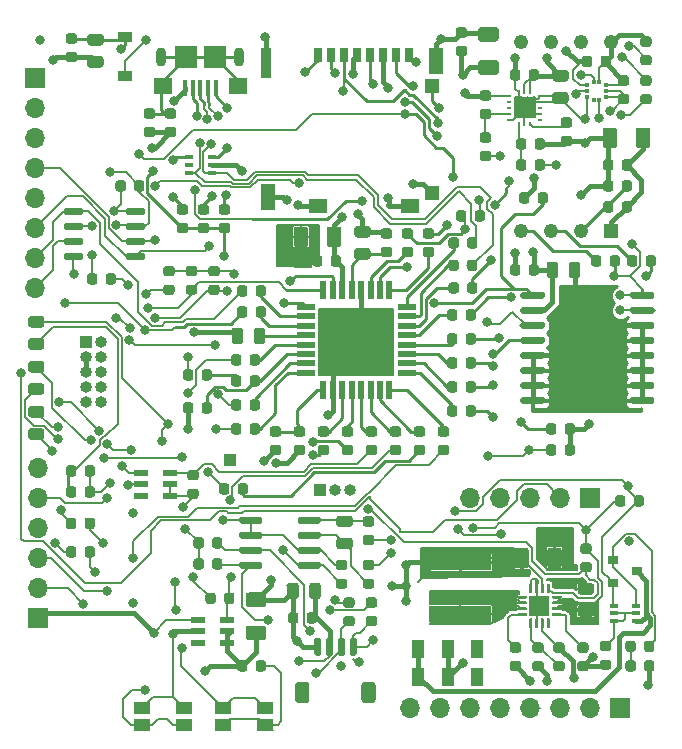
<source format=gbr>
G04 #@! TF.GenerationSoftware,KiCad,Pcbnew,(5.1.6)-1*
G04 #@! TF.CreationDate,2021-05-29T12:10:38-05:00*
G04 #@! TF.ProjectId,SapphineMinimal,53617070-6869-46e6-954d-696e696d616c,rev?*
G04 #@! TF.SameCoordinates,Original*
G04 #@! TF.FileFunction,Copper,L1,Top*
G04 #@! TF.FilePolarity,Positive*
%FSLAX46Y46*%
G04 Gerber Fmt 4.6, Leading zero omitted, Abs format (unit mm)*
G04 Created by KiCad (PCBNEW (5.1.6)-1) date 2021-05-29 12:10:38*
%MOMM*%
%LPD*%
G01*
G04 APERTURE LIST*
G04 #@! TA.AperFunction,SMDPad,CuDef*
%ADD10R,1.210000X0.580000*%
G04 #@! TD*
G04 #@! TA.AperFunction,SMDPad,CuDef*
%ADD11R,0.380000X0.350000*%
G04 #@! TD*
G04 #@! TA.AperFunction,SMDPad,CuDef*
%ADD12R,1.000000X1.600000*%
G04 #@! TD*
G04 #@! TA.AperFunction,ComponentPad*
%ADD13O,1.700000X1.700000*%
G04 #@! TD*
G04 #@! TA.AperFunction,ComponentPad*
%ADD14R,1.700000X1.700000*%
G04 #@! TD*
G04 #@! TA.AperFunction,ComponentPad*
%ADD15C,1.217000*%
G04 #@! TD*
G04 #@! TA.AperFunction,ComponentPad*
%ADD16R,1.217000X1.217000*%
G04 #@! TD*
G04 #@! TA.AperFunction,SMDPad,CuDef*
%ADD17R,1.397000X1.041400*%
G04 #@! TD*
G04 #@! TA.AperFunction,SMDPad,CuDef*
%ADD18R,0.254000X0.355600*%
G04 #@! TD*
G04 #@! TA.AperFunction,SMDPad,CuDef*
%ADD19R,0.355600X0.254000*%
G04 #@! TD*
G04 #@! TA.AperFunction,ViaPad*
%ADD20C,0.500000*%
G04 #@! TD*
G04 #@! TA.AperFunction,SMDPad,CuDef*
%ADD21R,1.680000X1.680000*%
G04 #@! TD*
G04 #@! TA.AperFunction,SMDPad,CuDef*
%ADD22R,5.308600X1.397000*%
G04 #@! TD*
G04 #@! TA.AperFunction,ComponentPad*
%ADD23O,1.000000X1.000000*%
G04 #@! TD*
G04 #@! TA.AperFunction,ComponentPad*
%ADD24R,1.000000X1.000000*%
G04 #@! TD*
G04 #@! TA.AperFunction,SMDPad,CuDef*
%ADD25R,0.650000X0.400000*%
G04 #@! TD*
G04 #@! TA.AperFunction,SMDPad,CuDef*
%ADD26R,0.900000X0.800000*%
G04 #@! TD*
G04 #@! TA.AperFunction,SMDPad,CuDef*
%ADD27R,1.200000X0.900000*%
G04 #@! TD*
G04 #@! TA.AperFunction,SMDPad,CuDef*
%ADD28R,1.900000X1.900000*%
G04 #@! TD*
G04 #@! TA.AperFunction,SMDPad,CuDef*
%ADD29R,1.600000X1.400000*%
G04 #@! TD*
G04 #@! TA.AperFunction,ComponentPad*
%ADD30O,0.900000X1.600000*%
G04 #@! TD*
G04 #@! TA.AperFunction,SMDPad,CuDef*
%ADD31R,0.400000X1.350000*%
G04 #@! TD*
G04 #@! TA.AperFunction,SMDPad,CuDef*
%ADD32R,1.500000X1.150000*%
G04 #@! TD*
G04 #@! TA.AperFunction,SMDPad,CuDef*
%ADD33R,1.150000X2.200000*%
G04 #@! TD*
G04 #@! TA.AperFunction,SMDPad,CuDef*
%ADD34R,1.160000X1.200000*%
G04 #@! TD*
G04 #@! TA.AperFunction,SMDPad,CuDef*
%ADD35R,1.160000X1.250000*%
G04 #@! TD*
G04 #@! TA.AperFunction,SMDPad,CuDef*
%ADD36R,0.950000X2.500000*%
G04 #@! TD*
G04 #@! TA.AperFunction,SMDPad,CuDef*
%ADD37R,0.800000X1.240000*%
G04 #@! TD*
G04 #@! TA.AperFunction,SMDPad,CuDef*
%ADD38R,0.550000X1.600000*%
G04 #@! TD*
G04 #@! TA.AperFunction,SMDPad,CuDef*
%ADD39R,1.600000X0.550000*%
G04 #@! TD*
G04 #@! TA.AperFunction,ViaPad*
%ADD40C,0.800000*%
G04 #@! TD*
G04 #@! TA.AperFunction,Conductor*
%ADD41C,0.406400*%
G04 #@! TD*
G04 #@! TA.AperFunction,Conductor*
%ADD42C,0.200660*%
G04 #@! TD*
G04 #@! TA.AperFunction,Conductor*
%ADD43C,0.381000*%
G04 #@! TD*
G04 #@! TA.AperFunction,Conductor*
%ADD44C,0.250000*%
G04 #@! TD*
G04 #@! TA.AperFunction,Conductor*
%ADD45C,0.200000*%
G04 #@! TD*
G04 #@! TA.AperFunction,Conductor*
%ADD46C,0.203200*%
G04 #@! TD*
G04 #@! TA.AperFunction,Conductor*
%ADD47C,0.254000*%
G04 #@! TD*
G04 APERTURE END LIST*
D10*
X94981000Y-118933000D03*
X94981000Y-117983000D03*
X94981000Y-117033000D03*
X92471000Y-118933000D03*
X92471000Y-117983000D03*
X92471000Y-117033000D03*
D11*
X127007000Y-71763000D03*
X127007000Y-72263000D03*
X127007000Y-72763000D03*
X126492000Y-73028000D03*
X125992000Y-73028000D03*
X125477000Y-72763000D03*
X125477000Y-72263000D03*
X125477000Y-71763000D03*
X125992000Y-71498000D03*
X126492000Y-71498000D03*
D10*
X90155000Y-106487000D03*
X90155000Y-105537000D03*
X90155000Y-104587000D03*
X87645000Y-106487000D03*
X87645000Y-105537000D03*
X87645000Y-104587000D03*
G04 #@! TA.AperFunction,SMDPad,CuDef*
G36*
G01*
X130271000Y-121160250D02*
X130271000Y-120647750D01*
G75*
G02*
X130489750Y-120429000I218750J0D01*
G01*
X130927250Y-120429000D01*
G75*
G02*
X131146000Y-120647750I0J-218750D01*
G01*
X131146000Y-121160250D01*
G75*
G02*
X130927250Y-121379000I-218750J0D01*
G01*
X130489750Y-121379000D01*
G75*
G02*
X130271000Y-121160250I0J218750D01*
G01*
G37*
G04 #@! TD.AperFunction*
G04 #@! TA.AperFunction,SMDPad,CuDef*
G36*
G01*
X128696000Y-121160250D02*
X128696000Y-120647750D01*
G75*
G02*
X128914750Y-120429000I218750J0D01*
G01*
X129352250Y-120429000D01*
G75*
G02*
X129571000Y-120647750I0J-218750D01*
G01*
X129571000Y-121160250D01*
G75*
G02*
X129352250Y-121379000I-218750J0D01*
G01*
X128914750Y-121379000D01*
G75*
G02*
X128696000Y-121160250I0J218750D01*
G01*
G37*
G04 #@! TD.AperFunction*
G04 #@! TA.AperFunction,SMDPad,CuDef*
G36*
G01*
X129571000Y-118996750D02*
X129571000Y-119509250D01*
G75*
G02*
X129352250Y-119728000I-218750J0D01*
G01*
X128914750Y-119728000D01*
G75*
G02*
X128696000Y-119509250I0J218750D01*
G01*
X128696000Y-118996750D01*
G75*
G02*
X128914750Y-118778000I218750J0D01*
G01*
X129352250Y-118778000D01*
G75*
G02*
X129571000Y-118996750I0J-218750D01*
G01*
G37*
G04 #@! TD.AperFunction*
G04 #@! TA.AperFunction,SMDPad,CuDef*
G36*
G01*
X131146000Y-118996750D02*
X131146000Y-119509250D01*
G75*
G02*
X130927250Y-119728000I-218750J0D01*
G01*
X130489750Y-119728000D01*
G75*
G02*
X130271000Y-119509250I0J218750D01*
G01*
X130271000Y-118996750D01*
G75*
G02*
X130489750Y-118778000I218750J0D01*
G01*
X130927250Y-118778000D01*
G75*
G02*
X131146000Y-118996750I0J-218750D01*
G01*
G37*
G04 #@! TD.AperFunction*
D12*
X116165000Y-119450000D03*
X113665000Y-119450000D03*
X111165000Y-119450000D03*
X116165000Y-121850000D03*
X113665000Y-121850000D03*
X111165000Y-121850000D03*
D13*
X78994000Y-104140000D03*
X78994000Y-106680000D03*
X78994000Y-109220000D03*
X78994000Y-111760000D03*
X78994000Y-114300000D03*
D14*
X78994000Y-116840000D03*
G04 #@! TA.AperFunction,SMDPad,CuDef*
G36*
G01*
X100941000Y-108735000D02*
X100941000Y-108435000D01*
G75*
G02*
X101091000Y-108285000I150000J0D01*
G01*
X102741000Y-108285000D01*
G75*
G02*
X102891000Y-108435000I0J-150000D01*
G01*
X102891000Y-108735000D01*
G75*
G02*
X102741000Y-108885000I-150000J0D01*
G01*
X101091000Y-108885000D01*
G75*
G02*
X100941000Y-108735000I0J150000D01*
G01*
G37*
G04 #@! TD.AperFunction*
G04 #@! TA.AperFunction,SMDPad,CuDef*
G36*
G01*
X100941000Y-110005000D02*
X100941000Y-109705000D01*
G75*
G02*
X101091000Y-109555000I150000J0D01*
G01*
X102741000Y-109555000D01*
G75*
G02*
X102891000Y-109705000I0J-150000D01*
G01*
X102891000Y-110005000D01*
G75*
G02*
X102741000Y-110155000I-150000J0D01*
G01*
X101091000Y-110155000D01*
G75*
G02*
X100941000Y-110005000I0J150000D01*
G01*
G37*
G04 #@! TD.AperFunction*
G04 #@! TA.AperFunction,SMDPad,CuDef*
G36*
G01*
X100941000Y-111275000D02*
X100941000Y-110975000D01*
G75*
G02*
X101091000Y-110825000I150000J0D01*
G01*
X102741000Y-110825000D01*
G75*
G02*
X102891000Y-110975000I0J-150000D01*
G01*
X102891000Y-111275000D01*
G75*
G02*
X102741000Y-111425000I-150000J0D01*
G01*
X101091000Y-111425000D01*
G75*
G02*
X100941000Y-111275000I0J150000D01*
G01*
G37*
G04 #@! TD.AperFunction*
G04 #@! TA.AperFunction,SMDPad,CuDef*
G36*
G01*
X100941000Y-112545000D02*
X100941000Y-112245000D01*
G75*
G02*
X101091000Y-112095000I150000J0D01*
G01*
X102741000Y-112095000D01*
G75*
G02*
X102891000Y-112245000I0J-150000D01*
G01*
X102891000Y-112545000D01*
G75*
G02*
X102741000Y-112695000I-150000J0D01*
G01*
X101091000Y-112695000D01*
G75*
G02*
X100941000Y-112545000I0J150000D01*
G01*
G37*
G04 #@! TD.AperFunction*
G04 #@! TA.AperFunction,SMDPad,CuDef*
G36*
G01*
X95991000Y-112545000D02*
X95991000Y-112245000D01*
G75*
G02*
X96141000Y-112095000I150000J0D01*
G01*
X97791000Y-112095000D01*
G75*
G02*
X97941000Y-112245000I0J-150000D01*
G01*
X97941000Y-112545000D01*
G75*
G02*
X97791000Y-112695000I-150000J0D01*
G01*
X96141000Y-112695000D01*
G75*
G02*
X95991000Y-112545000I0J150000D01*
G01*
G37*
G04 #@! TD.AperFunction*
G04 #@! TA.AperFunction,SMDPad,CuDef*
G36*
G01*
X95991000Y-111275000D02*
X95991000Y-110975000D01*
G75*
G02*
X96141000Y-110825000I150000J0D01*
G01*
X97791000Y-110825000D01*
G75*
G02*
X97941000Y-110975000I0J-150000D01*
G01*
X97941000Y-111275000D01*
G75*
G02*
X97791000Y-111425000I-150000J0D01*
G01*
X96141000Y-111425000D01*
G75*
G02*
X95991000Y-111275000I0J150000D01*
G01*
G37*
G04 #@! TD.AperFunction*
G04 #@! TA.AperFunction,SMDPad,CuDef*
G36*
G01*
X95991000Y-110005000D02*
X95991000Y-109705000D01*
G75*
G02*
X96141000Y-109555000I150000J0D01*
G01*
X97791000Y-109555000D01*
G75*
G02*
X97941000Y-109705000I0J-150000D01*
G01*
X97941000Y-110005000D01*
G75*
G02*
X97791000Y-110155000I-150000J0D01*
G01*
X96141000Y-110155000D01*
G75*
G02*
X95991000Y-110005000I0J150000D01*
G01*
G37*
G04 #@! TD.AperFunction*
G04 #@! TA.AperFunction,SMDPad,CuDef*
G36*
G01*
X95991000Y-108735000D02*
X95991000Y-108435000D01*
G75*
G02*
X96141000Y-108285000I150000J0D01*
G01*
X97791000Y-108285000D01*
G75*
G02*
X97941000Y-108435000I0J-150000D01*
G01*
X97941000Y-108735000D01*
G75*
G02*
X97791000Y-108885000I-150000J0D01*
G01*
X96141000Y-108885000D01*
G75*
G02*
X95991000Y-108735000I0J150000D01*
G01*
G37*
G04 #@! TD.AperFunction*
D15*
X127508000Y-68074000D03*
X124968000Y-68074000D03*
X122428000Y-68074000D03*
X119888000Y-68074000D03*
X119888000Y-84074000D03*
X122428000Y-84074000D03*
X124968000Y-84074000D03*
D16*
X127508000Y-84074000D03*
D17*
X87735001Y-124446200D03*
X91334999Y-124446200D03*
X91334999Y-125896200D03*
X87735001Y-125896200D03*
X94593001Y-124446200D03*
X98192999Y-124446200D03*
X98192999Y-125896200D03*
X94593001Y-125896200D03*
D18*
X119642001Y-72313800D03*
X120142000Y-72313800D03*
X120641999Y-72313800D03*
D19*
X121488200Y-72659999D03*
X121488200Y-73160001D03*
X121488200Y-73660000D03*
X121488200Y-74159999D03*
X121488200Y-74660001D03*
D18*
X120641999Y-75006200D03*
X120142000Y-75006200D03*
X119642001Y-75006200D03*
D19*
X118795800Y-74660001D03*
X118795800Y-74159999D03*
X118795800Y-73660000D03*
X118795800Y-73160001D03*
X118795800Y-72659999D03*
D20*
X122002000Y-116414000D03*
X120822000Y-116414000D03*
X122002000Y-115234000D03*
X120822000Y-115234000D03*
D21*
X121412000Y-115824000D03*
G04 #@! TA.AperFunction,SMDPad,CuDef*
G36*
G01*
X120537000Y-114711500D02*
X120537000Y-114011500D01*
G75*
G02*
X120599500Y-113949000I62500J0D01*
G01*
X120724500Y-113949000D01*
G75*
G02*
X120787000Y-114011500I0J-62500D01*
G01*
X120787000Y-114711500D01*
G75*
G02*
X120724500Y-114774000I-62500J0D01*
G01*
X120599500Y-114774000D01*
G75*
G02*
X120537000Y-114711500I0J62500D01*
G01*
G37*
G04 #@! TD.AperFunction*
G04 #@! TA.AperFunction,SMDPad,CuDef*
G36*
G01*
X121037000Y-114711500D02*
X121037000Y-114011500D01*
G75*
G02*
X121099500Y-113949000I62500J0D01*
G01*
X121224500Y-113949000D01*
G75*
G02*
X121287000Y-114011500I0J-62500D01*
G01*
X121287000Y-114711500D01*
G75*
G02*
X121224500Y-114774000I-62500J0D01*
G01*
X121099500Y-114774000D01*
G75*
G02*
X121037000Y-114711500I0J62500D01*
G01*
G37*
G04 #@! TD.AperFunction*
G04 #@! TA.AperFunction,SMDPad,CuDef*
G36*
G01*
X121537000Y-114711500D02*
X121537000Y-114011500D01*
G75*
G02*
X121599500Y-113949000I62500J0D01*
G01*
X121724500Y-113949000D01*
G75*
G02*
X121787000Y-114011500I0J-62500D01*
G01*
X121787000Y-114711500D01*
G75*
G02*
X121724500Y-114774000I-62500J0D01*
G01*
X121599500Y-114774000D01*
G75*
G02*
X121537000Y-114711500I0J62500D01*
G01*
G37*
G04 #@! TD.AperFunction*
G04 #@! TA.AperFunction,SMDPad,CuDef*
G36*
G01*
X122037000Y-114711500D02*
X122037000Y-114011500D01*
G75*
G02*
X122099500Y-113949000I62500J0D01*
G01*
X122224500Y-113949000D01*
G75*
G02*
X122287000Y-114011500I0J-62500D01*
G01*
X122287000Y-114711500D01*
G75*
G02*
X122224500Y-114774000I-62500J0D01*
G01*
X122099500Y-114774000D01*
G75*
G02*
X122037000Y-114711500I0J62500D01*
G01*
G37*
G04 #@! TD.AperFunction*
G04 #@! TA.AperFunction,SMDPad,CuDef*
G36*
G01*
X122462000Y-115136500D02*
X122462000Y-115011500D01*
G75*
G02*
X122524500Y-114949000I62500J0D01*
G01*
X123224500Y-114949000D01*
G75*
G02*
X123287000Y-115011500I0J-62500D01*
G01*
X123287000Y-115136500D01*
G75*
G02*
X123224500Y-115199000I-62500J0D01*
G01*
X122524500Y-115199000D01*
G75*
G02*
X122462000Y-115136500I0J62500D01*
G01*
G37*
G04 #@! TD.AperFunction*
G04 #@! TA.AperFunction,SMDPad,CuDef*
G36*
G01*
X122462000Y-115636500D02*
X122462000Y-115511500D01*
G75*
G02*
X122524500Y-115449000I62500J0D01*
G01*
X123224500Y-115449000D01*
G75*
G02*
X123287000Y-115511500I0J-62500D01*
G01*
X123287000Y-115636500D01*
G75*
G02*
X123224500Y-115699000I-62500J0D01*
G01*
X122524500Y-115699000D01*
G75*
G02*
X122462000Y-115636500I0J62500D01*
G01*
G37*
G04 #@! TD.AperFunction*
G04 #@! TA.AperFunction,SMDPad,CuDef*
G36*
G01*
X122462000Y-116136500D02*
X122462000Y-116011500D01*
G75*
G02*
X122524500Y-115949000I62500J0D01*
G01*
X123224500Y-115949000D01*
G75*
G02*
X123287000Y-116011500I0J-62500D01*
G01*
X123287000Y-116136500D01*
G75*
G02*
X123224500Y-116199000I-62500J0D01*
G01*
X122524500Y-116199000D01*
G75*
G02*
X122462000Y-116136500I0J62500D01*
G01*
G37*
G04 #@! TD.AperFunction*
G04 #@! TA.AperFunction,SMDPad,CuDef*
G36*
G01*
X122462000Y-116636500D02*
X122462000Y-116511500D01*
G75*
G02*
X122524500Y-116449000I62500J0D01*
G01*
X123224500Y-116449000D01*
G75*
G02*
X123287000Y-116511500I0J-62500D01*
G01*
X123287000Y-116636500D01*
G75*
G02*
X123224500Y-116699000I-62500J0D01*
G01*
X122524500Y-116699000D01*
G75*
G02*
X122462000Y-116636500I0J62500D01*
G01*
G37*
G04 #@! TD.AperFunction*
G04 #@! TA.AperFunction,SMDPad,CuDef*
G36*
G01*
X122037000Y-117636500D02*
X122037000Y-116936500D01*
G75*
G02*
X122099500Y-116874000I62500J0D01*
G01*
X122224500Y-116874000D01*
G75*
G02*
X122287000Y-116936500I0J-62500D01*
G01*
X122287000Y-117636500D01*
G75*
G02*
X122224500Y-117699000I-62500J0D01*
G01*
X122099500Y-117699000D01*
G75*
G02*
X122037000Y-117636500I0J62500D01*
G01*
G37*
G04 #@! TD.AperFunction*
G04 #@! TA.AperFunction,SMDPad,CuDef*
G36*
G01*
X121537000Y-117636500D02*
X121537000Y-116936500D01*
G75*
G02*
X121599500Y-116874000I62500J0D01*
G01*
X121724500Y-116874000D01*
G75*
G02*
X121787000Y-116936500I0J-62500D01*
G01*
X121787000Y-117636500D01*
G75*
G02*
X121724500Y-117699000I-62500J0D01*
G01*
X121599500Y-117699000D01*
G75*
G02*
X121537000Y-117636500I0J62500D01*
G01*
G37*
G04 #@! TD.AperFunction*
G04 #@! TA.AperFunction,SMDPad,CuDef*
G36*
G01*
X121037000Y-117636500D02*
X121037000Y-116936500D01*
G75*
G02*
X121099500Y-116874000I62500J0D01*
G01*
X121224500Y-116874000D01*
G75*
G02*
X121287000Y-116936500I0J-62500D01*
G01*
X121287000Y-117636500D01*
G75*
G02*
X121224500Y-117699000I-62500J0D01*
G01*
X121099500Y-117699000D01*
G75*
G02*
X121037000Y-117636500I0J62500D01*
G01*
G37*
G04 #@! TD.AperFunction*
G04 #@! TA.AperFunction,SMDPad,CuDef*
G36*
G01*
X120537000Y-117636500D02*
X120537000Y-116936500D01*
G75*
G02*
X120599500Y-116874000I62500J0D01*
G01*
X120724500Y-116874000D01*
G75*
G02*
X120787000Y-116936500I0J-62500D01*
G01*
X120787000Y-117636500D01*
G75*
G02*
X120724500Y-117699000I-62500J0D01*
G01*
X120599500Y-117699000D01*
G75*
G02*
X120537000Y-117636500I0J62500D01*
G01*
G37*
G04 #@! TD.AperFunction*
G04 #@! TA.AperFunction,SMDPad,CuDef*
G36*
G01*
X119537000Y-116636500D02*
X119537000Y-116511500D01*
G75*
G02*
X119599500Y-116449000I62500J0D01*
G01*
X120299500Y-116449000D01*
G75*
G02*
X120362000Y-116511500I0J-62500D01*
G01*
X120362000Y-116636500D01*
G75*
G02*
X120299500Y-116699000I-62500J0D01*
G01*
X119599500Y-116699000D01*
G75*
G02*
X119537000Y-116636500I0J62500D01*
G01*
G37*
G04 #@! TD.AperFunction*
G04 #@! TA.AperFunction,SMDPad,CuDef*
G36*
G01*
X119537000Y-116136500D02*
X119537000Y-116011500D01*
G75*
G02*
X119599500Y-115949000I62500J0D01*
G01*
X120299500Y-115949000D01*
G75*
G02*
X120362000Y-116011500I0J-62500D01*
G01*
X120362000Y-116136500D01*
G75*
G02*
X120299500Y-116199000I-62500J0D01*
G01*
X119599500Y-116199000D01*
G75*
G02*
X119537000Y-116136500I0J62500D01*
G01*
G37*
G04 #@! TD.AperFunction*
G04 #@! TA.AperFunction,SMDPad,CuDef*
G36*
G01*
X119537000Y-115636500D02*
X119537000Y-115511500D01*
G75*
G02*
X119599500Y-115449000I62500J0D01*
G01*
X120299500Y-115449000D01*
G75*
G02*
X120362000Y-115511500I0J-62500D01*
G01*
X120362000Y-115636500D01*
G75*
G02*
X120299500Y-115699000I-62500J0D01*
G01*
X119599500Y-115699000D01*
G75*
G02*
X119537000Y-115636500I0J62500D01*
G01*
G37*
G04 #@! TD.AperFunction*
G04 #@! TA.AperFunction,SMDPad,CuDef*
G36*
G01*
X119537000Y-115136500D02*
X119537000Y-115011500D01*
G75*
G02*
X119599500Y-114949000I62500J0D01*
G01*
X120299500Y-114949000D01*
G75*
G02*
X120362000Y-115011500I0J-62500D01*
G01*
X120362000Y-115136500D01*
G75*
G02*
X120299500Y-115199000I-62500J0D01*
G01*
X119599500Y-115199000D01*
G75*
G02*
X119537000Y-115136500I0J62500D01*
G01*
G37*
G04 #@! TD.AperFunction*
G04 #@! TA.AperFunction,SMDPad,CuDef*
G36*
G01*
X106677750Y-113507000D02*
X107190250Y-113507000D01*
G75*
G02*
X107409000Y-113725750I0J-218750D01*
G01*
X107409000Y-114163250D01*
G75*
G02*
X107190250Y-114382000I-218750J0D01*
G01*
X106677750Y-114382000D01*
G75*
G02*
X106459000Y-114163250I0J218750D01*
G01*
X106459000Y-113725750D01*
G75*
G02*
X106677750Y-113507000I218750J0D01*
G01*
G37*
G04 #@! TD.AperFunction*
G04 #@! TA.AperFunction,SMDPad,CuDef*
G36*
G01*
X106677750Y-111932000D02*
X107190250Y-111932000D01*
G75*
G02*
X107409000Y-112150750I0J-218750D01*
G01*
X107409000Y-112588250D01*
G75*
G02*
X107190250Y-112807000I-218750J0D01*
G01*
X106677750Y-112807000D01*
G75*
G02*
X106459000Y-112588250I0J218750D01*
G01*
X106459000Y-112150750D01*
G75*
G02*
X106677750Y-111932000I218750J0D01*
G01*
G37*
G04 #@! TD.AperFunction*
G04 #@! TA.AperFunction,SMDPad,CuDef*
G36*
G01*
X106677750Y-109824000D02*
X107190250Y-109824000D01*
G75*
G02*
X107409000Y-110042750I0J-218750D01*
G01*
X107409000Y-110480250D01*
G75*
G02*
X107190250Y-110699000I-218750J0D01*
G01*
X106677750Y-110699000D01*
G75*
G02*
X106459000Y-110480250I0J218750D01*
G01*
X106459000Y-110042750D01*
G75*
G02*
X106677750Y-109824000I218750J0D01*
G01*
G37*
G04 #@! TD.AperFunction*
G04 #@! TA.AperFunction,SMDPad,CuDef*
G36*
G01*
X106677750Y-108249000D02*
X107190250Y-108249000D01*
G75*
G02*
X107409000Y-108467750I0J-218750D01*
G01*
X107409000Y-108905250D01*
G75*
G02*
X107190250Y-109124000I-218750J0D01*
G01*
X106677750Y-109124000D01*
G75*
G02*
X106459000Y-108905250I0J218750D01*
G01*
X106459000Y-108467750D01*
G75*
G02*
X106677750Y-108249000I218750J0D01*
G01*
G37*
G04 #@! TD.AperFunction*
G04 #@! TA.AperFunction,SMDPad,CuDef*
G36*
G01*
X93695000Y-112524250D02*
X93695000Y-112011750D01*
G75*
G02*
X93913750Y-111793000I218750J0D01*
G01*
X94351250Y-111793000D01*
G75*
G02*
X94570000Y-112011750I0J-218750D01*
G01*
X94570000Y-112524250D01*
G75*
G02*
X94351250Y-112743000I-218750J0D01*
G01*
X93913750Y-112743000D01*
G75*
G02*
X93695000Y-112524250I0J218750D01*
G01*
G37*
G04 #@! TD.AperFunction*
G04 #@! TA.AperFunction,SMDPad,CuDef*
G36*
G01*
X92120000Y-112524250D02*
X92120000Y-112011750D01*
G75*
G02*
X92338750Y-111793000I218750J0D01*
G01*
X92776250Y-111793000D01*
G75*
G02*
X92995000Y-112011750I0J-218750D01*
G01*
X92995000Y-112524250D01*
G75*
G02*
X92776250Y-112743000I-218750J0D01*
G01*
X92338750Y-112743000D01*
G75*
G02*
X92120000Y-112524250I0J218750D01*
G01*
G37*
G04 #@! TD.AperFunction*
G04 #@! TA.AperFunction,SMDPad,CuDef*
G36*
G01*
X93695000Y-110746250D02*
X93695000Y-110233750D01*
G75*
G02*
X93913750Y-110015000I218750J0D01*
G01*
X94351250Y-110015000D01*
G75*
G02*
X94570000Y-110233750I0J-218750D01*
G01*
X94570000Y-110746250D01*
G75*
G02*
X94351250Y-110965000I-218750J0D01*
G01*
X93913750Y-110965000D01*
G75*
G02*
X93695000Y-110746250I0J218750D01*
G01*
G37*
G04 #@! TD.AperFunction*
G04 #@! TA.AperFunction,SMDPad,CuDef*
G36*
G01*
X92120000Y-110746250D02*
X92120000Y-110233750D01*
G75*
G02*
X92338750Y-110015000I218750J0D01*
G01*
X92776250Y-110015000D01*
G75*
G02*
X92995000Y-110233750I0J-218750D01*
G01*
X92995000Y-110746250D01*
G75*
G02*
X92776250Y-110965000I-218750J0D01*
G01*
X92338750Y-110965000D01*
G75*
G02*
X92120000Y-110746250I0J218750D01*
G01*
G37*
G04 #@! TD.AperFunction*
G04 #@! TA.AperFunction,SMDPad,CuDef*
G36*
G01*
X128682000Y-106677750D02*
X128682000Y-107190250D01*
G75*
G02*
X128463250Y-107409000I-218750J0D01*
G01*
X128025750Y-107409000D01*
G75*
G02*
X127807000Y-107190250I0J218750D01*
G01*
X127807000Y-106677750D01*
G75*
G02*
X128025750Y-106459000I218750J0D01*
G01*
X128463250Y-106459000D01*
G75*
G02*
X128682000Y-106677750I0J-218750D01*
G01*
G37*
G04 #@! TD.AperFunction*
G04 #@! TA.AperFunction,SMDPad,CuDef*
G36*
G01*
X130257000Y-106677750D02*
X130257000Y-107190250D01*
G75*
G02*
X130038250Y-107409000I-218750J0D01*
G01*
X129600750Y-107409000D01*
G75*
G02*
X129382000Y-107190250I0J218750D01*
G01*
X129382000Y-106677750D01*
G75*
G02*
X129600750Y-106459000I218750J0D01*
G01*
X130038250Y-106459000D01*
G75*
G02*
X130257000Y-106677750I0J-218750D01*
G01*
G37*
G04 #@! TD.AperFunction*
G04 #@! TA.AperFunction,SMDPad,CuDef*
G36*
G01*
X121028750Y-120492000D02*
X121541250Y-120492000D01*
G75*
G02*
X121760000Y-120710750I0J-218750D01*
G01*
X121760000Y-121148250D01*
G75*
G02*
X121541250Y-121367000I-218750J0D01*
G01*
X121028750Y-121367000D01*
G75*
G02*
X120810000Y-121148250I0J218750D01*
G01*
X120810000Y-120710750D01*
G75*
G02*
X121028750Y-120492000I218750J0D01*
G01*
G37*
G04 #@! TD.AperFunction*
G04 #@! TA.AperFunction,SMDPad,CuDef*
G36*
G01*
X121028750Y-118917000D02*
X121541250Y-118917000D01*
G75*
G02*
X121760000Y-119135750I0J-218750D01*
G01*
X121760000Y-119573250D01*
G75*
G02*
X121541250Y-119792000I-218750J0D01*
G01*
X121028750Y-119792000D01*
G75*
G02*
X120810000Y-119573250I0J218750D01*
G01*
X120810000Y-119135750D01*
G75*
G02*
X121028750Y-118917000I218750J0D01*
G01*
G37*
G04 #@! TD.AperFunction*
G04 #@! TA.AperFunction,SMDPad,CuDef*
G36*
G01*
X122806750Y-120492000D02*
X123319250Y-120492000D01*
G75*
G02*
X123538000Y-120710750I0J-218750D01*
G01*
X123538000Y-121148250D01*
G75*
G02*
X123319250Y-121367000I-218750J0D01*
G01*
X122806750Y-121367000D01*
G75*
G02*
X122588000Y-121148250I0J218750D01*
G01*
X122588000Y-120710750D01*
G75*
G02*
X122806750Y-120492000I218750J0D01*
G01*
G37*
G04 #@! TD.AperFunction*
G04 #@! TA.AperFunction,SMDPad,CuDef*
G36*
G01*
X122806750Y-118917000D02*
X123319250Y-118917000D01*
G75*
G02*
X123538000Y-119135750I0J-218750D01*
G01*
X123538000Y-119573250D01*
G75*
G02*
X123319250Y-119792000I-218750J0D01*
G01*
X122806750Y-119792000D01*
G75*
G02*
X122588000Y-119573250I0J218750D01*
G01*
X122588000Y-119135750D01*
G75*
G02*
X122806750Y-118917000I218750J0D01*
G01*
G37*
G04 #@! TD.AperFunction*
G04 #@! TA.AperFunction,SMDPad,CuDef*
G36*
G01*
X119636250Y-119792000D02*
X119123750Y-119792000D01*
G75*
G02*
X118905000Y-119573250I0J218750D01*
G01*
X118905000Y-119135750D01*
G75*
G02*
X119123750Y-118917000I218750J0D01*
G01*
X119636250Y-118917000D01*
G75*
G02*
X119855000Y-119135750I0J-218750D01*
G01*
X119855000Y-119573250D01*
G75*
G02*
X119636250Y-119792000I-218750J0D01*
G01*
G37*
G04 #@! TD.AperFunction*
G04 #@! TA.AperFunction,SMDPad,CuDef*
G36*
G01*
X119636250Y-121367000D02*
X119123750Y-121367000D01*
G75*
G02*
X118905000Y-121148250I0J218750D01*
G01*
X118905000Y-120710750D01*
G75*
G02*
X119123750Y-120492000I218750J0D01*
G01*
X119636250Y-120492000D01*
G75*
G02*
X119855000Y-120710750I0J-218750D01*
G01*
X119855000Y-121148250D01*
G75*
G02*
X119636250Y-121367000I-218750J0D01*
G01*
G37*
G04 #@! TD.AperFunction*
G04 #@! TA.AperFunction,SMDPad,CuDef*
G36*
G01*
X125092750Y-112110000D02*
X125605250Y-112110000D01*
G75*
G02*
X125824000Y-112328750I0J-218750D01*
G01*
X125824000Y-112766250D01*
G75*
G02*
X125605250Y-112985000I-218750J0D01*
G01*
X125092750Y-112985000D01*
G75*
G02*
X124874000Y-112766250I0J218750D01*
G01*
X124874000Y-112328750D01*
G75*
G02*
X125092750Y-112110000I218750J0D01*
G01*
G37*
G04 #@! TD.AperFunction*
G04 #@! TA.AperFunction,SMDPad,CuDef*
G36*
G01*
X125092750Y-110535000D02*
X125605250Y-110535000D01*
G75*
G02*
X125824000Y-110753750I0J-218750D01*
G01*
X125824000Y-111191250D01*
G75*
G02*
X125605250Y-111410000I-218750J0D01*
G01*
X125092750Y-111410000D01*
G75*
G02*
X124874000Y-111191250I0J218750D01*
G01*
X124874000Y-110753750D01*
G75*
G02*
X125092750Y-110535000I218750J0D01*
G01*
G37*
G04 #@! TD.AperFunction*
D22*
X114681000Y-112102900D03*
X114681000Y-116497100D03*
G04 #@! TA.AperFunction,SMDPad,CuDef*
G36*
G01*
X122733750Y-72332000D02*
X123646250Y-72332000D01*
G75*
G02*
X123890000Y-72575750I0J-243750D01*
G01*
X123890000Y-73063250D01*
G75*
G02*
X123646250Y-73307000I-243750J0D01*
G01*
X122733750Y-73307000D01*
G75*
G02*
X122490000Y-73063250I0J243750D01*
G01*
X122490000Y-72575750D01*
G75*
G02*
X122733750Y-72332000I243750J0D01*
G01*
G37*
G04 #@! TD.AperFunction*
G04 #@! TA.AperFunction,SMDPad,CuDef*
G36*
G01*
X122733750Y-70457000D02*
X123646250Y-70457000D01*
G75*
G02*
X123890000Y-70700750I0J-243750D01*
G01*
X123890000Y-71188250D01*
G75*
G02*
X123646250Y-71432000I-243750J0D01*
G01*
X122733750Y-71432000D01*
G75*
G02*
X122490000Y-71188250I0J243750D01*
G01*
X122490000Y-70700750D01*
G75*
G02*
X122733750Y-70457000I243750J0D01*
G01*
G37*
G04 #@! TD.AperFunction*
G04 #@! TA.AperFunction,SMDPad,CuDef*
G36*
G01*
X104445750Y-110051000D02*
X105358250Y-110051000D01*
G75*
G02*
X105602000Y-110294750I0J-243750D01*
G01*
X105602000Y-110782250D01*
G75*
G02*
X105358250Y-111026000I-243750J0D01*
G01*
X104445750Y-111026000D01*
G75*
G02*
X104202000Y-110782250I0J243750D01*
G01*
X104202000Y-110294750D01*
G75*
G02*
X104445750Y-110051000I243750J0D01*
G01*
G37*
G04 #@! TD.AperFunction*
G04 #@! TA.AperFunction,SMDPad,CuDef*
G36*
G01*
X104445750Y-108176000D02*
X105358250Y-108176000D01*
G75*
G02*
X105602000Y-108419750I0J-243750D01*
G01*
X105602000Y-108907250D01*
G75*
G02*
X105358250Y-109151000I-243750J0D01*
G01*
X104445750Y-109151000D01*
G75*
G02*
X104202000Y-108907250I0J243750D01*
G01*
X104202000Y-108419750D01*
G75*
G02*
X104445750Y-108176000I243750J0D01*
G01*
G37*
G04 #@! TD.AperFunction*
G04 #@! TA.AperFunction,SMDPad,CuDef*
G36*
G01*
X104904250Y-112807000D02*
X104391750Y-112807000D01*
G75*
G02*
X104173000Y-112588250I0J218750D01*
G01*
X104173000Y-112150750D01*
G75*
G02*
X104391750Y-111932000I218750J0D01*
G01*
X104904250Y-111932000D01*
G75*
G02*
X105123000Y-112150750I0J-218750D01*
G01*
X105123000Y-112588250D01*
G75*
G02*
X104904250Y-112807000I-218750J0D01*
G01*
G37*
G04 #@! TD.AperFunction*
G04 #@! TA.AperFunction,SMDPad,CuDef*
G36*
G01*
X104904250Y-114382000D02*
X104391750Y-114382000D01*
G75*
G02*
X104173000Y-114163250I0J218750D01*
G01*
X104173000Y-113725750D01*
G75*
G02*
X104391750Y-113507000I218750J0D01*
G01*
X104904250Y-113507000D01*
G75*
G02*
X105123000Y-113725750I0J-218750D01*
G01*
X105123000Y-114163250D01*
G75*
G02*
X104904250Y-114382000I-218750J0D01*
G01*
G37*
G04 #@! TD.AperFunction*
G04 #@! TA.AperFunction,SMDPad,CuDef*
G36*
G01*
X124838750Y-120492000D02*
X125351250Y-120492000D01*
G75*
G02*
X125570000Y-120710750I0J-218750D01*
G01*
X125570000Y-121148250D01*
G75*
G02*
X125351250Y-121367000I-218750J0D01*
G01*
X124838750Y-121367000D01*
G75*
G02*
X124620000Y-121148250I0J218750D01*
G01*
X124620000Y-120710750D01*
G75*
G02*
X124838750Y-120492000I218750J0D01*
G01*
G37*
G04 #@! TD.AperFunction*
G04 #@! TA.AperFunction,SMDPad,CuDef*
G36*
G01*
X124838750Y-118917000D02*
X125351250Y-118917000D01*
G75*
G02*
X125570000Y-119135750I0J-218750D01*
G01*
X125570000Y-119573250D01*
G75*
G02*
X125351250Y-119792000I-218750J0D01*
G01*
X124838750Y-119792000D01*
G75*
G02*
X124620000Y-119573250I0J218750D01*
G01*
X124620000Y-119135750D01*
G75*
G02*
X124838750Y-118917000I218750J0D01*
G01*
G37*
G04 #@! TD.AperFunction*
G04 #@! TA.AperFunction,SMDPad,CuDef*
G36*
G01*
X84678000Y-88394250D02*
X84678000Y-87881750D01*
G75*
G02*
X84896750Y-87663000I218750J0D01*
G01*
X85334250Y-87663000D01*
G75*
G02*
X85553000Y-87881750I0J-218750D01*
G01*
X85553000Y-88394250D01*
G75*
G02*
X85334250Y-88613000I-218750J0D01*
G01*
X84896750Y-88613000D01*
G75*
G02*
X84678000Y-88394250I0J218750D01*
G01*
G37*
G04 #@! TD.AperFunction*
G04 #@! TA.AperFunction,SMDPad,CuDef*
G36*
G01*
X83103000Y-88394250D02*
X83103000Y-87881750D01*
G75*
G02*
X83321750Y-87663000I218750J0D01*
G01*
X83759250Y-87663000D01*
G75*
G02*
X83978000Y-87881750I0J-218750D01*
G01*
X83978000Y-88394250D01*
G75*
G02*
X83759250Y-88613000I-218750J0D01*
G01*
X83321750Y-88613000D01*
G75*
G02*
X83103000Y-88394250I0J218750D01*
G01*
G37*
G04 #@! TD.AperFunction*
D13*
X78740000Y-88900000D03*
X78740000Y-86360000D03*
X78740000Y-83820000D03*
X78740000Y-81280000D03*
X78740000Y-78740000D03*
X78740000Y-76200000D03*
X78740000Y-73660000D03*
D14*
X78740000Y-71120000D03*
D13*
X115570000Y-106680000D03*
X118110000Y-106680000D03*
X120650000Y-106680000D03*
X123190000Y-106680000D03*
D14*
X125730000Y-106680000D03*
G04 #@! TA.AperFunction,SMDPad,CuDef*
G36*
G01*
X86382000Y-82573000D02*
X86382000Y-82273000D01*
G75*
G02*
X86532000Y-82123000I150000J0D01*
G01*
X87882000Y-82123000D01*
G75*
G02*
X88032000Y-82273000I0J-150000D01*
G01*
X88032000Y-82573000D01*
G75*
G02*
X87882000Y-82723000I-150000J0D01*
G01*
X86532000Y-82723000D01*
G75*
G02*
X86382000Y-82573000I0J150000D01*
G01*
G37*
G04 #@! TD.AperFunction*
G04 #@! TA.AperFunction,SMDPad,CuDef*
G36*
G01*
X86382000Y-83843000D02*
X86382000Y-83543000D01*
G75*
G02*
X86532000Y-83393000I150000J0D01*
G01*
X87882000Y-83393000D01*
G75*
G02*
X88032000Y-83543000I0J-150000D01*
G01*
X88032000Y-83843000D01*
G75*
G02*
X87882000Y-83993000I-150000J0D01*
G01*
X86532000Y-83993000D01*
G75*
G02*
X86382000Y-83843000I0J150000D01*
G01*
G37*
G04 #@! TD.AperFunction*
G04 #@! TA.AperFunction,SMDPad,CuDef*
G36*
G01*
X86382000Y-85113000D02*
X86382000Y-84813000D01*
G75*
G02*
X86532000Y-84663000I150000J0D01*
G01*
X87882000Y-84663000D01*
G75*
G02*
X88032000Y-84813000I0J-150000D01*
G01*
X88032000Y-85113000D01*
G75*
G02*
X87882000Y-85263000I-150000J0D01*
G01*
X86532000Y-85263000D01*
G75*
G02*
X86382000Y-85113000I0J150000D01*
G01*
G37*
G04 #@! TD.AperFunction*
G04 #@! TA.AperFunction,SMDPad,CuDef*
G36*
G01*
X86382000Y-86383000D02*
X86382000Y-86083000D01*
G75*
G02*
X86532000Y-85933000I150000J0D01*
G01*
X87882000Y-85933000D01*
G75*
G02*
X88032000Y-86083000I0J-150000D01*
G01*
X88032000Y-86383000D01*
G75*
G02*
X87882000Y-86533000I-150000J0D01*
G01*
X86532000Y-86533000D01*
G75*
G02*
X86382000Y-86383000I0J150000D01*
G01*
G37*
G04 #@! TD.AperFunction*
G04 #@! TA.AperFunction,SMDPad,CuDef*
G36*
G01*
X81132000Y-86383000D02*
X81132000Y-86083000D01*
G75*
G02*
X81282000Y-85933000I150000J0D01*
G01*
X82632000Y-85933000D01*
G75*
G02*
X82782000Y-86083000I0J-150000D01*
G01*
X82782000Y-86383000D01*
G75*
G02*
X82632000Y-86533000I-150000J0D01*
G01*
X81282000Y-86533000D01*
G75*
G02*
X81132000Y-86383000I0J150000D01*
G01*
G37*
G04 #@! TD.AperFunction*
G04 #@! TA.AperFunction,SMDPad,CuDef*
G36*
G01*
X81132000Y-85113000D02*
X81132000Y-84813000D01*
G75*
G02*
X81282000Y-84663000I150000J0D01*
G01*
X82632000Y-84663000D01*
G75*
G02*
X82782000Y-84813000I0J-150000D01*
G01*
X82782000Y-85113000D01*
G75*
G02*
X82632000Y-85263000I-150000J0D01*
G01*
X81282000Y-85263000D01*
G75*
G02*
X81132000Y-85113000I0J150000D01*
G01*
G37*
G04 #@! TD.AperFunction*
G04 #@! TA.AperFunction,SMDPad,CuDef*
G36*
G01*
X81132000Y-83843000D02*
X81132000Y-83543000D01*
G75*
G02*
X81282000Y-83393000I150000J0D01*
G01*
X82632000Y-83393000D01*
G75*
G02*
X82782000Y-83543000I0J-150000D01*
G01*
X82782000Y-83843000D01*
G75*
G02*
X82632000Y-83993000I-150000J0D01*
G01*
X81282000Y-83993000D01*
G75*
G02*
X81132000Y-83843000I0J150000D01*
G01*
G37*
G04 #@! TD.AperFunction*
G04 #@! TA.AperFunction,SMDPad,CuDef*
G36*
G01*
X81132000Y-82573000D02*
X81132000Y-82273000D01*
G75*
G02*
X81282000Y-82123000I150000J0D01*
G01*
X82632000Y-82123000D01*
G75*
G02*
X82782000Y-82273000I0J-150000D01*
G01*
X82782000Y-82573000D01*
G75*
G02*
X82632000Y-82723000I-150000J0D01*
G01*
X81282000Y-82723000D01*
G75*
G02*
X81132000Y-82573000I0J150000D01*
G01*
G37*
G04 #@! TD.AperFunction*
G04 #@! TA.AperFunction,SMDPad,CuDef*
G36*
G01*
X86391000Y-80007750D02*
X86391000Y-80520250D01*
G75*
G02*
X86172250Y-80739000I-218750J0D01*
G01*
X85734750Y-80739000D01*
G75*
G02*
X85516000Y-80520250I0J218750D01*
G01*
X85516000Y-80007750D01*
G75*
G02*
X85734750Y-79789000I218750J0D01*
G01*
X86172250Y-79789000D01*
G75*
G02*
X86391000Y-80007750I0J-218750D01*
G01*
G37*
G04 #@! TD.AperFunction*
G04 #@! TA.AperFunction,SMDPad,CuDef*
G36*
G01*
X87966000Y-80007750D02*
X87966000Y-80520250D01*
G75*
G02*
X87747250Y-80739000I-218750J0D01*
G01*
X87309750Y-80739000D01*
G75*
G02*
X87091000Y-80520250I0J218750D01*
G01*
X87091000Y-80007750D01*
G75*
G02*
X87309750Y-79789000I218750J0D01*
G01*
X87747250Y-79789000D01*
G75*
G02*
X87966000Y-80007750I0J-218750D01*
G01*
G37*
G04 #@! TD.AperFunction*
G04 #@! TA.AperFunction,SMDPad,CuDef*
G36*
G01*
X123441750Y-76042000D02*
X123954250Y-76042000D01*
G75*
G02*
X124173000Y-76260750I0J-218750D01*
G01*
X124173000Y-76698250D01*
G75*
G02*
X123954250Y-76917000I-218750J0D01*
G01*
X123441750Y-76917000D01*
G75*
G02*
X123223000Y-76698250I0J218750D01*
G01*
X123223000Y-76260750D01*
G75*
G02*
X123441750Y-76042000I218750J0D01*
G01*
G37*
G04 #@! TD.AperFunction*
G04 #@! TA.AperFunction,SMDPad,CuDef*
G36*
G01*
X123441750Y-74467000D02*
X123954250Y-74467000D01*
G75*
G02*
X124173000Y-74685750I0J-218750D01*
G01*
X124173000Y-75123250D01*
G75*
G02*
X123954250Y-75342000I-218750J0D01*
G01*
X123441750Y-75342000D01*
G75*
G02*
X123223000Y-75123250I0J218750D01*
G01*
X123223000Y-74685750D01*
G75*
G02*
X123441750Y-74467000I218750J0D01*
G01*
G37*
G04 #@! TD.AperFunction*
G04 #@! TA.AperFunction,SMDPad,CuDef*
G36*
G01*
X121000000Y-78742250D02*
X121000000Y-78229750D01*
G75*
G02*
X121218750Y-78011000I218750J0D01*
G01*
X121656250Y-78011000D01*
G75*
G02*
X121875000Y-78229750I0J-218750D01*
G01*
X121875000Y-78742250D01*
G75*
G02*
X121656250Y-78961000I-218750J0D01*
G01*
X121218750Y-78961000D01*
G75*
G02*
X121000000Y-78742250I0J218750D01*
G01*
G37*
G04 #@! TD.AperFunction*
G04 #@! TA.AperFunction,SMDPad,CuDef*
G36*
G01*
X119425000Y-78742250D02*
X119425000Y-78229750D01*
G75*
G02*
X119643750Y-78011000I218750J0D01*
G01*
X120081250Y-78011000D01*
G75*
G02*
X120300000Y-78229750I0J-218750D01*
G01*
X120300000Y-78742250D01*
G75*
G02*
X120081250Y-78961000I-218750J0D01*
G01*
X119643750Y-78961000D01*
G75*
G02*
X119425000Y-78742250I0J218750D01*
G01*
G37*
G04 #@! TD.AperFunction*
G04 #@! TA.AperFunction,SMDPad,CuDef*
G36*
G01*
X121000000Y-76964250D02*
X121000000Y-76451750D01*
G75*
G02*
X121218750Y-76233000I218750J0D01*
G01*
X121656250Y-76233000D01*
G75*
G02*
X121875000Y-76451750I0J-218750D01*
G01*
X121875000Y-76964250D01*
G75*
G02*
X121656250Y-77183000I-218750J0D01*
G01*
X121218750Y-77183000D01*
G75*
G02*
X121000000Y-76964250I0J218750D01*
G01*
G37*
G04 #@! TD.AperFunction*
G04 #@! TA.AperFunction,SMDPad,CuDef*
G36*
G01*
X119425000Y-76964250D02*
X119425000Y-76451750D01*
G75*
G02*
X119643750Y-76233000I218750J0D01*
G01*
X120081250Y-76233000D01*
G75*
G02*
X120300000Y-76451750I0J-218750D01*
G01*
X120300000Y-76964250D01*
G75*
G02*
X120081250Y-77183000I-218750J0D01*
G01*
X119643750Y-77183000D01*
G75*
G02*
X119425000Y-76964250I0J218750D01*
G01*
G37*
G04 #@! TD.AperFunction*
G04 #@! TA.AperFunction,SMDPad,CuDef*
G36*
G01*
X116583750Y-77312000D02*
X117096250Y-77312000D01*
G75*
G02*
X117315000Y-77530750I0J-218750D01*
G01*
X117315000Y-77968250D01*
G75*
G02*
X117096250Y-78187000I-218750J0D01*
G01*
X116583750Y-78187000D01*
G75*
G02*
X116365000Y-77968250I0J218750D01*
G01*
X116365000Y-77530750D01*
G75*
G02*
X116583750Y-77312000I218750J0D01*
G01*
G37*
G04 #@! TD.AperFunction*
G04 #@! TA.AperFunction,SMDPad,CuDef*
G36*
G01*
X116583750Y-75737000D02*
X117096250Y-75737000D01*
G75*
G02*
X117315000Y-75955750I0J-218750D01*
G01*
X117315000Y-76393250D01*
G75*
G02*
X117096250Y-76612000I-218750J0D01*
G01*
X116583750Y-76612000D01*
G75*
G02*
X116365000Y-76393250I0J218750D01*
G01*
X116365000Y-75955750D01*
G75*
G02*
X116583750Y-75737000I218750J0D01*
G01*
G37*
G04 #@! TD.AperFunction*
G04 #@! TA.AperFunction,SMDPad,CuDef*
G36*
G01*
X117096250Y-73056000D02*
X116583750Y-73056000D01*
G75*
G02*
X116365000Y-72837250I0J218750D01*
G01*
X116365000Y-72399750D01*
G75*
G02*
X116583750Y-72181000I218750J0D01*
G01*
X117096250Y-72181000D01*
G75*
G02*
X117315000Y-72399750I0J-218750D01*
G01*
X117315000Y-72837250D01*
G75*
G02*
X117096250Y-73056000I-218750J0D01*
G01*
G37*
G04 #@! TD.AperFunction*
G04 #@! TA.AperFunction,SMDPad,CuDef*
G36*
G01*
X117096250Y-74631000D02*
X116583750Y-74631000D01*
G75*
G02*
X116365000Y-74412250I0J218750D01*
G01*
X116365000Y-73974750D01*
G75*
G02*
X116583750Y-73756000I218750J0D01*
G01*
X117096250Y-73756000D01*
G75*
G02*
X117315000Y-73974750I0J-218750D01*
G01*
X117315000Y-74412250D01*
G75*
G02*
X117096250Y-74631000I-218750J0D01*
G01*
G37*
G04 #@! TD.AperFunction*
G04 #@! TA.AperFunction,SMDPad,CuDef*
G36*
G01*
X119792000Y-70609750D02*
X119792000Y-71122250D01*
G75*
G02*
X119573250Y-71341000I-218750J0D01*
G01*
X119135750Y-71341000D01*
G75*
G02*
X118917000Y-71122250I0J218750D01*
G01*
X118917000Y-70609750D01*
G75*
G02*
X119135750Y-70391000I218750J0D01*
G01*
X119573250Y-70391000D01*
G75*
G02*
X119792000Y-70609750I0J-218750D01*
G01*
G37*
G04 #@! TD.AperFunction*
G04 #@! TA.AperFunction,SMDPad,CuDef*
G36*
G01*
X121367000Y-70609750D02*
X121367000Y-71122250D01*
G75*
G02*
X121148250Y-71341000I-218750J0D01*
G01*
X120710750Y-71341000D01*
G75*
G02*
X120492000Y-71122250I0J218750D01*
G01*
X120492000Y-70609750D01*
G75*
G02*
X120710750Y-70391000I218750J0D01*
G01*
X121148250Y-70391000D01*
G75*
G02*
X121367000Y-70609750I0J-218750D01*
G01*
G37*
G04 #@! TD.AperFunction*
G04 #@! TA.AperFunction,SMDPad,CuDef*
G36*
G01*
X82900000Y-111508250D02*
X82900000Y-110995750D01*
G75*
G02*
X83118750Y-110777000I218750J0D01*
G01*
X83556250Y-110777000D01*
G75*
G02*
X83775000Y-110995750I0J-218750D01*
G01*
X83775000Y-111508250D01*
G75*
G02*
X83556250Y-111727000I-218750J0D01*
G01*
X83118750Y-111727000D01*
G75*
G02*
X82900000Y-111508250I0J218750D01*
G01*
G37*
G04 #@! TD.AperFunction*
G04 #@! TA.AperFunction,SMDPad,CuDef*
G36*
G01*
X81325000Y-111508250D02*
X81325000Y-110995750D01*
G75*
G02*
X81543750Y-110777000I218750J0D01*
G01*
X81981250Y-110777000D01*
G75*
G02*
X82200000Y-110995750I0J-218750D01*
G01*
X82200000Y-111508250D01*
G75*
G02*
X81981250Y-111727000I-218750J0D01*
G01*
X81543750Y-111727000D01*
G75*
G02*
X81325000Y-111508250I0J218750D01*
G01*
G37*
G04 #@! TD.AperFunction*
G04 #@! TA.AperFunction,SMDPad,CuDef*
G36*
G01*
X130172750Y-69184000D02*
X130685250Y-69184000D01*
G75*
G02*
X130904000Y-69402750I0J-218750D01*
G01*
X130904000Y-69840250D01*
G75*
G02*
X130685250Y-70059000I-218750J0D01*
G01*
X130172750Y-70059000D01*
G75*
G02*
X129954000Y-69840250I0J218750D01*
G01*
X129954000Y-69402750D01*
G75*
G02*
X130172750Y-69184000I218750J0D01*
G01*
G37*
G04 #@! TD.AperFunction*
G04 #@! TA.AperFunction,SMDPad,CuDef*
G36*
G01*
X130172750Y-67609000D02*
X130685250Y-67609000D01*
G75*
G02*
X130904000Y-67827750I0J-218750D01*
G01*
X130904000Y-68265250D01*
G75*
G02*
X130685250Y-68484000I-218750J0D01*
G01*
X130172750Y-68484000D01*
G75*
G02*
X129954000Y-68265250I0J218750D01*
G01*
X129954000Y-67827750D01*
G75*
G02*
X130172750Y-67609000I218750J0D01*
G01*
G37*
G04 #@! TD.AperFunction*
G04 #@! TA.AperFunction,SMDPad,CuDef*
G36*
G01*
X130685250Y-71786000D02*
X130172750Y-71786000D01*
G75*
G02*
X129954000Y-71567250I0J218750D01*
G01*
X129954000Y-71129750D01*
G75*
G02*
X130172750Y-70911000I218750J0D01*
G01*
X130685250Y-70911000D01*
G75*
G02*
X130904000Y-71129750I0J-218750D01*
G01*
X130904000Y-71567250D01*
G75*
G02*
X130685250Y-71786000I-218750J0D01*
G01*
G37*
G04 #@! TD.AperFunction*
G04 #@! TA.AperFunction,SMDPad,CuDef*
G36*
G01*
X130685250Y-73361000D02*
X130172750Y-73361000D01*
G75*
G02*
X129954000Y-73142250I0J218750D01*
G01*
X129954000Y-72704750D01*
G75*
G02*
X130172750Y-72486000I218750J0D01*
G01*
X130685250Y-72486000D01*
G75*
G02*
X130904000Y-72704750I0J-218750D01*
G01*
X130904000Y-73142250D01*
G75*
G02*
X130685250Y-73361000I-218750J0D01*
G01*
G37*
G04 #@! TD.AperFunction*
G04 #@! TA.AperFunction,SMDPad,CuDef*
G36*
G01*
X125888000Y-69466750D02*
X125888000Y-69979250D01*
G75*
G02*
X125669250Y-70198000I-218750J0D01*
G01*
X125231750Y-70198000D01*
G75*
G02*
X125013000Y-69979250I0J218750D01*
G01*
X125013000Y-69466750D01*
G75*
G02*
X125231750Y-69248000I218750J0D01*
G01*
X125669250Y-69248000D01*
G75*
G02*
X125888000Y-69466750I0J-218750D01*
G01*
G37*
G04 #@! TD.AperFunction*
G04 #@! TA.AperFunction,SMDPad,CuDef*
G36*
G01*
X127463000Y-69466750D02*
X127463000Y-69979250D01*
G75*
G02*
X127244250Y-70198000I-218750J0D01*
G01*
X126806750Y-70198000D01*
G75*
G02*
X126588000Y-69979250I0J218750D01*
G01*
X126588000Y-69466750D01*
G75*
G02*
X126806750Y-69248000I218750J0D01*
G01*
X127244250Y-69248000D01*
G75*
G02*
X127463000Y-69466750I0J-218750D01*
G01*
G37*
G04 #@! TD.AperFunction*
G04 #@! TA.AperFunction,SMDPad,CuDef*
G36*
G01*
X128267750Y-72486000D02*
X128780250Y-72486000D01*
G75*
G02*
X128999000Y-72704750I0J-218750D01*
G01*
X128999000Y-73142250D01*
G75*
G02*
X128780250Y-73361000I-218750J0D01*
G01*
X128267750Y-73361000D01*
G75*
G02*
X128049000Y-73142250I0J218750D01*
G01*
X128049000Y-72704750D01*
G75*
G02*
X128267750Y-72486000I218750J0D01*
G01*
G37*
G04 #@! TD.AperFunction*
G04 #@! TA.AperFunction,SMDPad,CuDef*
G36*
G01*
X128267750Y-70911000D02*
X128780250Y-70911000D01*
G75*
G02*
X128999000Y-71129750I0J-218750D01*
G01*
X128999000Y-71567250D01*
G75*
G02*
X128780250Y-71786000I-218750J0D01*
G01*
X128267750Y-71786000D01*
G75*
G02*
X128049000Y-71567250I0J218750D01*
G01*
X128049000Y-71129750D01*
G75*
G02*
X128267750Y-70911000I218750J0D01*
G01*
G37*
G04 #@! TD.AperFunction*
D23*
X84328000Y-98552000D03*
X83058000Y-98552000D03*
X84328000Y-97282000D03*
X83058000Y-97282000D03*
X84328000Y-96012000D03*
X83058000Y-96012000D03*
X84328000Y-94742000D03*
X83058000Y-94742000D03*
X84328000Y-93472000D03*
D24*
X83058000Y-93472000D03*
G04 #@! TA.AperFunction,SMDPad,CuDef*
G36*
G01*
X79259750Y-99880000D02*
X78347250Y-99880000D01*
G75*
G02*
X78103500Y-99636250I0J243750D01*
G01*
X78103500Y-99148750D01*
G75*
G02*
X78347250Y-98905000I243750J0D01*
G01*
X79259750Y-98905000D01*
G75*
G02*
X79503500Y-99148750I0J-243750D01*
G01*
X79503500Y-99636250D01*
G75*
G02*
X79259750Y-99880000I-243750J0D01*
G01*
G37*
G04 #@! TD.AperFunction*
G04 #@! TA.AperFunction,SMDPad,CuDef*
G36*
G01*
X79259750Y-101755000D02*
X78347250Y-101755000D01*
G75*
G02*
X78103500Y-101511250I0J243750D01*
G01*
X78103500Y-101023750D01*
G75*
G02*
X78347250Y-100780000I243750J0D01*
G01*
X79259750Y-100780000D01*
G75*
G02*
X79503500Y-101023750I0J-243750D01*
G01*
X79503500Y-101511250D01*
G75*
G02*
X79259750Y-101755000I-243750J0D01*
G01*
G37*
G04 #@! TD.AperFunction*
G04 #@! TA.AperFunction,SMDPad,CuDef*
G36*
G01*
X79259750Y-96070000D02*
X78347250Y-96070000D01*
G75*
G02*
X78103500Y-95826250I0J243750D01*
G01*
X78103500Y-95338750D01*
G75*
G02*
X78347250Y-95095000I243750J0D01*
G01*
X79259750Y-95095000D01*
G75*
G02*
X79503500Y-95338750I0J-243750D01*
G01*
X79503500Y-95826250D01*
G75*
G02*
X79259750Y-96070000I-243750J0D01*
G01*
G37*
G04 #@! TD.AperFunction*
G04 #@! TA.AperFunction,SMDPad,CuDef*
G36*
G01*
X79259750Y-97945000D02*
X78347250Y-97945000D01*
G75*
G02*
X78103500Y-97701250I0J243750D01*
G01*
X78103500Y-97213750D01*
G75*
G02*
X78347250Y-96970000I243750J0D01*
G01*
X79259750Y-96970000D01*
G75*
G02*
X79503500Y-97213750I0J-243750D01*
G01*
X79503500Y-97701250D01*
G75*
G02*
X79259750Y-97945000I-243750J0D01*
G01*
G37*
G04 #@! TD.AperFunction*
G04 #@! TA.AperFunction,SMDPad,CuDef*
G36*
G01*
X79259750Y-92260000D02*
X78347250Y-92260000D01*
G75*
G02*
X78103500Y-92016250I0J243750D01*
G01*
X78103500Y-91528750D01*
G75*
G02*
X78347250Y-91285000I243750J0D01*
G01*
X79259750Y-91285000D01*
G75*
G02*
X79503500Y-91528750I0J-243750D01*
G01*
X79503500Y-92016250D01*
G75*
G02*
X79259750Y-92260000I-243750J0D01*
G01*
G37*
G04 #@! TD.AperFunction*
G04 #@! TA.AperFunction,SMDPad,CuDef*
G36*
G01*
X79259750Y-94135000D02*
X78347250Y-94135000D01*
G75*
G02*
X78103500Y-93891250I0J243750D01*
G01*
X78103500Y-93403750D01*
G75*
G02*
X78347250Y-93160000I243750J0D01*
G01*
X79259750Y-93160000D01*
G75*
G02*
X79503500Y-93403750I0J-243750D01*
G01*
X79503500Y-93891250D01*
G75*
G02*
X79259750Y-94135000I-243750J0D01*
G01*
G37*
G04 #@! TD.AperFunction*
G04 #@! TA.AperFunction,SMDPad,CuDef*
G36*
G01*
X101841000Y-83957000D02*
X101841000Y-85207000D01*
G75*
G02*
X101591000Y-85457000I-250000J0D01*
G01*
X100841000Y-85457000D01*
G75*
G02*
X100591000Y-85207000I0J250000D01*
G01*
X100591000Y-83957000D01*
G75*
G02*
X100841000Y-83707000I250000J0D01*
G01*
X101591000Y-83707000D01*
G75*
G02*
X101841000Y-83957000I0J-250000D01*
G01*
G37*
G04 #@! TD.AperFunction*
G04 #@! TA.AperFunction,SMDPad,CuDef*
G36*
G01*
X104641000Y-83957000D02*
X104641000Y-85207000D01*
G75*
G02*
X104391000Y-85457000I-250000J0D01*
G01*
X103641000Y-85457000D01*
G75*
G02*
X103391000Y-85207000I0J250000D01*
G01*
X103391000Y-83957000D01*
G75*
G02*
X103641000Y-83707000I250000J0D01*
G01*
X104391000Y-83707000D01*
G75*
G02*
X104641000Y-83957000I0J-250000D01*
G01*
G37*
G04 #@! TD.AperFunction*
G04 #@! TA.AperFunction,SMDPad,CuDef*
G36*
G01*
X95154000Y-105661750D02*
X95154000Y-106174250D01*
G75*
G02*
X94935250Y-106393000I-218750J0D01*
G01*
X94497750Y-106393000D01*
G75*
G02*
X94279000Y-106174250I0J218750D01*
G01*
X94279000Y-105661750D01*
G75*
G02*
X94497750Y-105443000I218750J0D01*
G01*
X94935250Y-105443000D01*
G75*
G02*
X95154000Y-105661750I0J-218750D01*
G01*
G37*
G04 #@! TD.AperFunction*
G04 #@! TA.AperFunction,SMDPad,CuDef*
G36*
G01*
X96729000Y-105661750D02*
X96729000Y-106174250D01*
G75*
G02*
X96510250Y-106393000I-218750J0D01*
G01*
X96072750Y-106393000D01*
G75*
G02*
X95854000Y-106174250I0J218750D01*
G01*
X95854000Y-105661750D01*
G75*
G02*
X96072750Y-105443000I218750J0D01*
G01*
X96510250Y-105443000D01*
G75*
G02*
X96729000Y-105661750I0J-218750D01*
G01*
G37*
G04 #@! TD.AperFunction*
G04 #@! TA.AperFunction,SMDPad,CuDef*
G36*
G01*
X90929750Y-83408000D02*
X91442250Y-83408000D01*
G75*
G02*
X91661000Y-83626750I0J-218750D01*
G01*
X91661000Y-84064250D01*
G75*
G02*
X91442250Y-84283000I-218750J0D01*
G01*
X90929750Y-84283000D01*
G75*
G02*
X90711000Y-84064250I0J218750D01*
G01*
X90711000Y-83626750D01*
G75*
G02*
X90929750Y-83408000I218750J0D01*
G01*
G37*
G04 #@! TD.AperFunction*
G04 #@! TA.AperFunction,SMDPad,CuDef*
G36*
G01*
X90929750Y-81833000D02*
X91442250Y-81833000D01*
G75*
G02*
X91661000Y-82051750I0J-218750D01*
G01*
X91661000Y-82489250D01*
G75*
G02*
X91442250Y-82708000I-218750J0D01*
G01*
X90929750Y-82708000D01*
G75*
G02*
X90711000Y-82489250I0J218750D01*
G01*
X90711000Y-82051750D01*
G75*
G02*
X90929750Y-81833000I218750J0D01*
G01*
G37*
G04 #@! TD.AperFunction*
G04 #@! TA.AperFunction,SMDPad,CuDef*
G36*
G01*
X93220250Y-82708000D02*
X92707750Y-82708000D01*
G75*
G02*
X92489000Y-82489250I0J218750D01*
G01*
X92489000Y-82051750D01*
G75*
G02*
X92707750Y-81833000I218750J0D01*
G01*
X93220250Y-81833000D01*
G75*
G02*
X93439000Y-82051750I0J-218750D01*
G01*
X93439000Y-82489250D01*
G75*
G02*
X93220250Y-82708000I-218750J0D01*
G01*
G37*
G04 #@! TD.AperFunction*
G04 #@! TA.AperFunction,SMDPad,CuDef*
G36*
G01*
X93220250Y-84283000D02*
X92707750Y-84283000D01*
G75*
G02*
X92489000Y-84064250I0J218750D01*
G01*
X92489000Y-83626750D01*
G75*
G02*
X92707750Y-83408000I218750J0D01*
G01*
X93220250Y-83408000D01*
G75*
G02*
X93439000Y-83626750I0J-218750D01*
G01*
X93439000Y-84064250D01*
G75*
G02*
X93220250Y-84283000I-218750J0D01*
G01*
G37*
G04 #@! TD.AperFunction*
G04 #@! TA.AperFunction,SMDPad,CuDef*
G36*
G01*
X94998250Y-82708000D02*
X94485750Y-82708000D01*
G75*
G02*
X94267000Y-82489250I0J218750D01*
G01*
X94267000Y-82051750D01*
G75*
G02*
X94485750Y-81833000I218750J0D01*
G01*
X94998250Y-81833000D01*
G75*
G02*
X95217000Y-82051750I0J-218750D01*
G01*
X95217000Y-82489250D01*
G75*
G02*
X94998250Y-82708000I-218750J0D01*
G01*
G37*
G04 #@! TD.AperFunction*
G04 #@! TA.AperFunction,SMDPad,CuDef*
G36*
G01*
X94998250Y-84283000D02*
X94485750Y-84283000D01*
G75*
G02*
X94267000Y-84064250I0J218750D01*
G01*
X94267000Y-83626750D01*
G75*
G02*
X94485750Y-83408000I218750J0D01*
G01*
X94998250Y-83408000D01*
G75*
G02*
X95217000Y-83626750I0J-218750D01*
G01*
X95217000Y-84064250D01*
G75*
G02*
X94998250Y-84283000I-218750J0D01*
G01*
G37*
G04 #@! TD.AperFunction*
D25*
X91760000Y-79136000D03*
X91760000Y-77836000D03*
X93660000Y-78486000D03*
X91760000Y-78486000D03*
X93660000Y-77836000D03*
X93660000Y-79136000D03*
G04 #@! TA.AperFunction,SMDPad,CuDef*
G36*
G01*
X129101000Y-89685000D02*
X129101000Y-89385000D01*
G75*
G02*
X129251000Y-89235000I150000J0D01*
G01*
X131001000Y-89235000D01*
G75*
G02*
X131151000Y-89385000I0J-150000D01*
G01*
X131151000Y-89685000D01*
G75*
G02*
X131001000Y-89835000I-150000J0D01*
G01*
X129251000Y-89835000D01*
G75*
G02*
X129101000Y-89685000I0J150000D01*
G01*
G37*
G04 #@! TD.AperFunction*
G04 #@! TA.AperFunction,SMDPad,CuDef*
G36*
G01*
X129101000Y-90955000D02*
X129101000Y-90655000D01*
G75*
G02*
X129251000Y-90505000I150000J0D01*
G01*
X131001000Y-90505000D01*
G75*
G02*
X131151000Y-90655000I0J-150000D01*
G01*
X131151000Y-90955000D01*
G75*
G02*
X131001000Y-91105000I-150000J0D01*
G01*
X129251000Y-91105000D01*
G75*
G02*
X129101000Y-90955000I0J150000D01*
G01*
G37*
G04 #@! TD.AperFunction*
G04 #@! TA.AperFunction,SMDPad,CuDef*
G36*
G01*
X129101000Y-92225000D02*
X129101000Y-91925000D01*
G75*
G02*
X129251000Y-91775000I150000J0D01*
G01*
X131001000Y-91775000D01*
G75*
G02*
X131151000Y-91925000I0J-150000D01*
G01*
X131151000Y-92225000D01*
G75*
G02*
X131001000Y-92375000I-150000J0D01*
G01*
X129251000Y-92375000D01*
G75*
G02*
X129101000Y-92225000I0J150000D01*
G01*
G37*
G04 #@! TD.AperFunction*
G04 #@! TA.AperFunction,SMDPad,CuDef*
G36*
G01*
X129101000Y-93495000D02*
X129101000Y-93195000D01*
G75*
G02*
X129251000Y-93045000I150000J0D01*
G01*
X131001000Y-93045000D01*
G75*
G02*
X131151000Y-93195000I0J-150000D01*
G01*
X131151000Y-93495000D01*
G75*
G02*
X131001000Y-93645000I-150000J0D01*
G01*
X129251000Y-93645000D01*
G75*
G02*
X129101000Y-93495000I0J150000D01*
G01*
G37*
G04 #@! TD.AperFunction*
G04 #@! TA.AperFunction,SMDPad,CuDef*
G36*
G01*
X129101000Y-94765000D02*
X129101000Y-94465000D01*
G75*
G02*
X129251000Y-94315000I150000J0D01*
G01*
X131001000Y-94315000D01*
G75*
G02*
X131151000Y-94465000I0J-150000D01*
G01*
X131151000Y-94765000D01*
G75*
G02*
X131001000Y-94915000I-150000J0D01*
G01*
X129251000Y-94915000D01*
G75*
G02*
X129101000Y-94765000I0J150000D01*
G01*
G37*
G04 #@! TD.AperFunction*
G04 #@! TA.AperFunction,SMDPad,CuDef*
G36*
G01*
X129101000Y-96035000D02*
X129101000Y-95735000D01*
G75*
G02*
X129251000Y-95585000I150000J0D01*
G01*
X131001000Y-95585000D01*
G75*
G02*
X131151000Y-95735000I0J-150000D01*
G01*
X131151000Y-96035000D01*
G75*
G02*
X131001000Y-96185000I-150000J0D01*
G01*
X129251000Y-96185000D01*
G75*
G02*
X129101000Y-96035000I0J150000D01*
G01*
G37*
G04 #@! TD.AperFunction*
G04 #@! TA.AperFunction,SMDPad,CuDef*
G36*
G01*
X129101000Y-97305000D02*
X129101000Y-97005000D01*
G75*
G02*
X129251000Y-96855000I150000J0D01*
G01*
X131001000Y-96855000D01*
G75*
G02*
X131151000Y-97005000I0J-150000D01*
G01*
X131151000Y-97305000D01*
G75*
G02*
X131001000Y-97455000I-150000J0D01*
G01*
X129251000Y-97455000D01*
G75*
G02*
X129101000Y-97305000I0J150000D01*
G01*
G37*
G04 #@! TD.AperFunction*
G04 #@! TA.AperFunction,SMDPad,CuDef*
G36*
G01*
X129101000Y-98575000D02*
X129101000Y-98275000D01*
G75*
G02*
X129251000Y-98125000I150000J0D01*
G01*
X131001000Y-98125000D01*
G75*
G02*
X131151000Y-98275000I0J-150000D01*
G01*
X131151000Y-98575000D01*
G75*
G02*
X131001000Y-98725000I-150000J0D01*
G01*
X129251000Y-98725000D01*
G75*
G02*
X129101000Y-98575000I0J150000D01*
G01*
G37*
G04 #@! TD.AperFunction*
G04 #@! TA.AperFunction,SMDPad,CuDef*
G36*
G01*
X119801000Y-98575000D02*
X119801000Y-98275000D01*
G75*
G02*
X119951000Y-98125000I150000J0D01*
G01*
X121701000Y-98125000D01*
G75*
G02*
X121851000Y-98275000I0J-150000D01*
G01*
X121851000Y-98575000D01*
G75*
G02*
X121701000Y-98725000I-150000J0D01*
G01*
X119951000Y-98725000D01*
G75*
G02*
X119801000Y-98575000I0J150000D01*
G01*
G37*
G04 #@! TD.AperFunction*
G04 #@! TA.AperFunction,SMDPad,CuDef*
G36*
G01*
X119801000Y-97305000D02*
X119801000Y-97005000D01*
G75*
G02*
X119951000Y-96855000I150000J0D01*
G01*
X121701000Y-96855000D01*
G75*
G02*
X121851000Y-97005000I0J-150000D01*
G01*
X121851000Y-97305000D01*
G75*
G02*
X121701000Y-97455000I-150000J0D01*
G01*
X119951000Y-97455000D01*
G75*
G02*
X119801000Y-97305000I0J150000D01*
G01*
G37*
G04 #@! TD.AperFunction*
G04 #@! TA.AperFunction,SMDPad,CuDef*
G36*
G01*
X119801000Y-96035000D02*
X119801000Y-95735000D01*
G75*
G02*
X119951000Y-95585000I150000J0D01*
G01*
X121701000Y-95585000D01*
G75*
G02*
X121851000Y-95735000I0J-150000D01*
G01*
X121851000Y-96035000D01*
G75*
G02*
X121701000Y-96185000I-150000J0D01*
G01*
X119951000Y-96185000D01*
G75*
G02*
X119801000Y-96035000I0J150000D01*
G01*
G37*
G04 #@! TD.AperFunction*
G04 #@! TA.AperFunction,SMDPad,CuDef*
G36*
G01*
X119801000Y-94765000D02*
X119801000Y-94465000D01*
G75*
G02*
X119951000Y-94315000I150000J0D01*
G01*
X121701000Y-94315000D01*
G75*
G02*
X121851000Y-94465000I0J-150000D01*
G01*
X121851000Y-94765000D01*
G75*
G02*
X121701000Y-94915000I-150000J0D01*
G01*
X119951000Y-94915000D01*
G75*
G02*
X119801000Y-94765000I0J150000D01*
G01*
G37*
G04 #@! TD.AperFunction*
G04 #@! TA.AperFunction,SMDPad,CuDef*
G36*
G01*
X119801000Y-93495000D02*
X119801000Y-93195000D01*
G75*
G02*
X119951000Y-93045000I150000J0D01*
G01*
X121701000Y-93045000D01*
G75*
G02*
X121851000Y-93195000I0J-150000D01*
G01*
X121851000Y-93495000D01*
G75*
G02*
X121701000Y-93645000I-150000J0D01*
G01*
X119951000Y-93645000D01*
G75*
G02*
X119801000Y-93495000I0J150000D01*
G01*
G37*
G04 #@! TD.AperFunction*
G04 #@! TA.AperFunction,SMDPad,CuDef*
G36*
G01*
X119801000Y-92225000D02*
X119801000Y-91925000D01*
G75*
G02*
X119951000Y-91775000I150000J0D01*
G01*
X121701000Y-91775000D01*
G75*
G02*
X121851000Y-91925000I0J-150000D01*
G01*
X121851000Y-92225000D01*
G75*
G02*
X121701000Y-92375000I-150000J0D01*
G01*
X119951000Y-92375000D01*
G75*
G02*
X119801000Y-92225000I0J150000D01*
G01*
G37*
G04 #@! TD.AperFunction*
G04 #@! TA.AperFunction,SMDPad,CuDef*
G36*
G01*
X119801000Y-90955000D02*
X119801000Y-90655000D01*
G75*
G02*
X119951000Y-90505000I150000J0D01*
G01*
X121701000Y-90505000D01*
G75*
G02*
X121851000Y-90655000I0J-150000D01*
G01*
X121851000Y-90955000D01*
G75*
G02*
X121701000Y-91105000I-150000J0D01*
G01*
X119951000Y-91105000D01*
G75*
G02*
X119801000Y-90955000I0J150000D01*
G01*
G37*
G04 #@! TD.AperFunction*
G04 #@! TA.AperFunction,SMDPad,CuDef*
G36*
G01*
X119801000Y-89685000D02*
X119801000Y-89385000D01*
G75*
G02*
X119951000Y-89235000I150000J0D01*
G01*
X121701000Y-89235000D01*
G75*
G02*
X121851000Y-89385000I0J-150000D01*
G01*
X121851000Y-89685000D01*
G75*
G02*
X121701000Y-89835000I-150000J0D01*
G01*
X119951000Y-89835000D01*
G75*
G02*
X119801000Y-89685000I0J150000D01*
G01*
G37*
G04 #@! TD.AperFunction*
G04 #@! TA.AperFunction,SMDPad,CuDef*
G36*
G01*
X126743750Y-120365000D02*
X127256250Y-120365000D01*
G75*
G02*
X127475000Y-120583750I0J-218750D01*
G01*
X127475000Y-121021250D01*
G75*
G02*
X127256250Y-121240000I-218750J0D01*
G01*
X126743750Y-121240000D01*
G75*
G02*
X126525000Y-121021250I0J218750D01*
G01*
X126525000Y-120583750D01*
G75*
G02*
X126743750Y-120365000I218750J0D01*
G01*
G37*
G04 #@! TD.AperFunction*
G04 #@! TA.AperFunction,SMDPad,CuDef*
G36*
G01*
X126743750Y-118790000D02*
X127256250Y-118790000D01*
G75*
G02*
X127475000Y-119008750I0J-218750D01*
G01*
X127475000Y-119446250D01*
G75*
G02*
X127256250Y-119665000I-218750J0D01*
G01*
X126743750Y-119665000D01*
G75*
G02*
X126525000Y-119446250I0J218750D01*
G01*
X126525000Y-119008750D01*
G75*
G02*
X126743750Y-118790000I218750J0D01*
G01*
G37*
G04 #@! TD.AperFunction*
D26*
X129651000Y-112903000D03*
X127651000Y-113853000D03*
X127651000Y-111953000D03*
D25*
X129601000Y-115809000D03*
X129601000Y-117109000D03*
X127701000Y-116459000D03*
X129601000Y-116459000D03*
X127701000Y-117109000D03*
X127701000Y-115809000D03*
D27*
X86360000Y-67692000D03*
X86360000Y-70992000D03*
G04 #@! TA.AperFunction,SMDPad,CuDef*
G36*
G01*
X125805250Y-114866000D02*
X124892750Y-114866000D01*
G75*
G02*
X124649000Y-114622250I0J243750D01*
G01*
X124649000Y-114134750D01*
G75*
G02*
X124892750Y-113891000I243750J0D01*
G01*
X125805250Y-113891000D01*
G75*
G02*
X126049000Y-114134750I0J-243750D01*
G01*
X126049000Y-114622250D01*
G75*
G02*
X125805250Y-114866000I-243750J0D01*
G01*
G37*
G04 #@! TD.AperFunction*
G04 #@! TA.AperFunction,SMDPad,CuDef*
G36*
G01*
X125805250Y-116741000D02*
X124892750Y-116741000D01*
G75*
G02*
X124649000Y-116497250I0J243750D01*
G01*
X124649000Y-116009750D01*
G75*
G02*
X124892750Y-115766000I243750J0D01*
G01*
X125805250Y-115766000D01*
G75*
G02*
X126049000Y-116009750I0J-243750D01*
G01*
X126049000Y-116497250D01*
G75*
G02*
X125805250Y-116741000I-243750J0D01*
G01*
G37*
G04 #@! TD.AperFunction*
G04 #@! TA.AperFunction,SMDPad,CuDef*
G36*
G01*
X122060000Y-112385000D02*
X122060000Y-111135000D01*
G75*
G02*
X122310000Y-110885000I250000J0D01*
G01*
X123060000Y-110885000D01*
G75*
G02*
X123310000Y-111135000I0J-250000D01*
G01*
X123310000Y-112385000D01*
G75*
G02*
X123060000Y-112635000I-250000J0D01*
G01*
X122310000Y-112635000D01*
G75*
G02*
X122060000Y-112385000I0J250000D01*
G01*
G37*
G04 #@! TD.AperFunction*
G04 #@! TA.AperFunction,SMDPad,CuDef*
G36*
G01*
X119260000Y-112385000D02*
X119260000Y-111135000D01*
G75*
G02*
X119510000Y-110885000I250000J0D01*
G01*
X120260000Y-110885000D01*
G75*
G02*
X120510000Y-111135000I0J-250000D01*
G01*
X120510000Y-112385000D01*
G75*
G02*
X120260000Y-112635000I-250000J0D01*
G01*
X119510000Y-112635000D01*
G75*
G02*
X119260000Y-112385000I0J250000D01*
G01*
G37*
G04 #@! TD.AperFunction*
G04 #@! TA.AperFunction,SMDPad,CuDef*
G36*
G01*
X81531750Y-68930000D02*
X82044250Y-68930000D01*
G75*
G02*
X82263000Y-69148750I0J-218750D01*
G01*
X82263000Y-69586250D01*
G75*
G02*
X82044250Y-69805000I-218750J0D01*
G01*
X81531750Y-69805000D01*
G75*
G02*
X81313000Y-69586250I0J218750D01*
G01*
X81313000Y-69148750D01*
G75*
G02*
X81531750Y-68930000I218750J0D01*
G01*
G37*
G04 #@! TD.AperFunction*
G04 #@! TA.AperFunction,SMDPad,CuDef*
G36*
G01*
X81531750Y-67355000D02*
X82044250Y-67355000D01*
G75*
G02*
X82263000Y-67573750I0J-218750D01*
G01*
X82263000Y-68011250D01*
G75*
G02*
X82044250Y-68230000I-218750J0D01*
G01*
X81531750Y-68230000D01*
G75*
G02*
X81313000Y-68011250I0J218750D01*
G01*
X81313000Y-67573750D01*
G75*
G02*
X81531750Y-67355000I218750J0D01*
G01*
G37*
G04 #@! TD.AperFunction*
G04 #@! TA.AperFunction,SMDPad,CuDef*
G36*
G01*
X83363750Y-69284000D02*
X84276250Y-69284000D01*
G75*
G02*
X84520000Y-69527750I0J-243750D01*
G01*
X84520000Y-70015250D01*
G75*
G02*
X84276250Y-70259000I-243750J0D01*
G01*
X83363750Y-70259000D01*
G75*
G02*
X83120000Y-70015250I0J243750D01*
G01*
X83120000Y-69527750D01*
G75*
G02*
X83363750Y-69284000I243750J0D01*
G01*
G37*
G04 #@! TD.AperFunction*
G04 #@! TA.AperFunction,SMDPad,CuDef*
G36*
G01*
X83363750Y-67409000D02*
X84276250Y-67409000D01*
G75*
G02*
X84520000Y-67652750I0J-243750D01*
G01*
X84520000Y-68140250D01*
G75*
G02*
X84276250Y-68384000I-243750J0D01*
G01*
X83363750Y-68384000D01*
G75*
G02*
X83120000Y-68140250I0J243750D01*
G01*
X83120000Y-67652750D01*
G75*
G02*
X83363750Y-67409000I243750J0D01*
G01*
G37*
G04 #@! TD.AperFunction*
D23*
X105410000Y-106045000D03*
X104140000Y-106045000D03*
D24*
X102870000Y-106045000D03*
G04 #@! TA.AperFunction,SMDPad,CuDef*
G36*
G01*
X106340000Y-123810001D02*
X106340000Y-122509999D01*
G75*
G02*
X106589999Y-122260000I249999J0D01*
G01*
X107290001Y-122260000D01*
G75*
G02*
X107540000Y-122509999I0J-249999D01*
G01*
X107540000Y-123810001D01*
G75*
G02*
X107290001Y-124060000I-249999J0D01*
G01*
X106589999Y-124060000D01*
G75*
G02*
X106340000Y-123810001I0J249999D01*
G01*
G37*
G04 #@! TD.AperFunction*
G04 #@! TA.AperFunction,SMDPad,CuDef*
G36*
G01*
X100740000Y-123810001D02*
X100740000Y-122509999D01*
G75*
G02*
X100989999Y-122260000I249999J0D01*
G01*
X101690001Y-122260000D01*
G75*
G02*
X101940000Y-122509999I0J-249999D01*
G01*
X101940000Y-123810001D01*
G75*
G02*
X101690001Y-124060000I-249999J0D01*
G01*
X100989999Y-124060000D01*
G75*
G02*
X100740000Y-123810001I0J249999D01*
G01*
G37*
G04 #@! TD.AperFunction*
G04 #@! TA.AperFunction,SMDPad,CuDef*
G36*
G01*
X105340000Y-119910000D02*
X105340000Y-118660000D01*
G75*
G02*
X105490000Y-118510000I150000J0D01*
G01*
X105790000Y-118510000D01*
G75*
G02*
X105940000Y-118660000I0J-150000D01*
G01*
X105940000Y-119910000D01*
G75*
G02*
X105790000Y-120060000I-150000J0D01*
G01*
X105490000Y-120060000D01*
G75*
G02*
X105340000Y-119910000I0J150000D01*
G01*
G37*
G04 #@! TD.AperFunction*
G04 #@! TA.AperFunction,SMDPad,CuDef*
G36*
G01*
X104340000Y-119910000D02*
X104340000Y-118660000D01*
G75*
G02*
X104490000Y-118510000I150000J0D01*
G01*
X104790000Y-118510000D01*
G75*
G02*
X104940000Y-118660000I0J-150000D01*
G01*
X104940000Y-119910000D01*
G75*
G02*
X104790000Y-120060000I-150000J0D01*
G01*
X104490000Y-120060000D01*
G75*
G02*
X104340000Y-119910000I0J150000D01*
G01*
G37*
G04 #@! TD.AperFunction*
G04 #@! TA.AperFunction,SMDPad,CuDef*
G36*
G01*
X103340000Y-119910000D02*
X103340000Y-118660000D01*
G75*
G02*
X103490000Y-118510000I150000J0D01*
G01*
X103790000Y-118510000D01*
G75*
G02*
X103940000Y-118660000I0J-150000D01*
G01*
X103940000Y-119910000D01*
G75*
G02*
X103790000Y-120060000I-150000J0D01*
G01*
X103490000Y-120060000D01*
G75*
G02*
X103340000Y-119910000I0J150000D01*
G01*
G37*
G04 #@! TD.AperFunction*
G04 #@! TA.AperFunction,SMDPad,CuDef*
G36*
G01*
X102340000Y-119910000D02*
X102340000Y-118660000D01*
G75*
G02*
X102490000Y-118510000I150000J0D01*
G01*
X102790000Y-118510000D01*
G75*
G02*
X102940000Y-118660000I0J-150000D01*
G01*
X102940000Y-119910000D01*
G75*
G02*
X102790000Y-120060000I-150000J0D01*
G01*
X102490000Y-120060000D01*
G75*
G02*
X102340000Y-119910000I0J150000D01*
G01*
G37*
G04 #@! TD.AperFunction*
D28*
X91510000Y-69342000D03*
X93910000Y-69342000D03*
D29*
X89510000Y-71792000D03*
X95910000Y-71792000D03*
D30*
X96010000Y-69342000D03*
X89410000Y-69342000D03*
D31*
X94010000Y-72017000D03*
X93360000Y-72017000D03*
X91410000Y-72017000D03*
X92060000Y-72017000D03*
X92710000Y-72017000D03*
D32*
X110477000Y-81965000D03*
X102697000Y-81965000D03*
D33*
X98392000Y-81170000D03*
D34*
X112277000Y-80840000D03*
D35*
X112277000Y-71840000D03*
D33*
X112682000Y-69690000D03*
D36*
X98292000Y-69840000D03*
D37*
X110337000Y-69210000D03*
X109237000Y-69210000D03*
X108137000Y-69210000D03*
X107037000Y-69210000D03*
X105937000Y-69210000D03*
X104837000Y-69210000D03*
X103737000Y-69210000D03*
X102637000Y-69210000D03*
G04 #@! TA.AperFunction,SMDPad,CuDef*
G36*
G01*
X115285000Y-85346250D02*
X115285000Y-84833750D01*
G75*
G02*
X115503750Y-84615000I218750J0D01*
G01*
X115941250Y-84615000D01*
G75*
G02*
X116160000Y-84833750I0J-218750D01*
G01*
X116160000Y-85346250D01*
G75*
G02*
X115941250Y-85565000I-218750J0D01*
G01*
X115503750Y-85565000D01*
G75*
G02*
X115285000Y-85346250I0J218750D01*
G01*
G37*
G04 #@! TD.AperFunction*
G04 #@! TA.AperFunction,SMDPad,CuDef*
G36*
G01*
X113710000Y-85346250D02*
X113710000Y-84833750D01*
G75*
G02*
X113928750Y-84615000I218750J0D01*
G01*
X114366250Y-84615000D01*
G75*
G02*
X114585000Y-84833750I0J-218750D01*
G01*
X114585000Y-85346250D01*
G75*
G02*
X114366250Y-85565000I-218750J0D01*
G01*
X113928750Y-85565000D01*
G75*
G02*
X113710000Y-85346250I0J218750D01*
G01*
G37*
G04 #@! TD.AperFunction*
G04 #@! TA.AperFunction,SMDPad,CuDef*
G36*
G01*
X115285000Y-87251250D02*
X115285000Y-86738750D01*
G75*
G02*
X115503750Y-86520000I218750J0D01*
G01*
X115941250Y-86520000D01*
G75*
G02*
X116160000Y-86738750I0J-218750D01*
G01*
X116160000Y-87251250D01*
G75*
G02*
X115941250Y-87470000I-218750J0D01*
G01*
X115503750Y-87470000D01*
G75*
G02*
X115285000Y-87251250I0J218750D01*
G01*
G37*
G04 #@! TD.AperFunction*
G04 #@! TA.AperFunction,SMDPad,CuDef*
G36*
G01*
X113710000Y-87251250D02*
X113710000Y-86738750D01*
G75*
G02*
X113928750Y-86520000I218750J0D01*
G01*
X114366250Y-86520000D01*
G75*
G02*
X114585000Y-86738750I0J-218750D01*
G01*
X114585000Y-87251250D01*
G75*
G02*
X114366250Y-87470000I-218750J0D01*
G01*
X113928750Y-87470000D01*
G75*
G02*
X113710000Y-87251250I0J218750D01*
G01*
G37*
G04 #@! TD.AperFunction*
D24*
X95250000Y-103505000D03*
G04 #@! TA.AperFunction,SMDPad,CuDef*
G36*
G01*
X97378000Y-121160250D02*
X97378000Y-120647750D01*
G75*
G02*
X97596750Y-120429000I218750J0D01*
G01*
X98034250Y-120429000D01*
G75*
G02*
X98253000Y-120647750I0J-218750D01*
G01*
X98253000Y-121160250D01*
G75*
G02*
X98034250Y-121379000I-218750J0D01*
G01*
X97596750Y-121379000D01*
G75*
G02*
X97378000Y-121160250I0J218750D01*
G01*
G37*
G04 #@! TD.AperFunction*
G04 #@! TA.AperFunction,SMDPad,CuDef*
G36*
G01*
X95803000Y-121160250D02*
X95803000Y-120647750D01*
G75*
G02*
X96021750Y-120429000I218750J0D01*
G01*
X96459250Y-120429000D01*
G75*
G02*
X96678000Y-120647750I0J-218750D01*
G01*
X96678000Y-121160250D01*
G75*
G02*
X96459250Y-121379000I-218750J0D01*
G01*
X96021750Y-121379000D01*
G75*
G02*
X95803000Y-121160250I0J218750D01*
G01*
G37*
G04 #@! TD.AperFunction*
D38*
X103108322Y-89046084D03*
X103908322Y-89046084D03*
X104708322Y-89046084D03*
X105508322Y-89046084D03*
X106308322Y-89046084D03*
X107108322Y-89046084D03*
X107908322Y-89046084D03*
X108708322Y-89046084D03*
D39*
X110158322Y-90496084D03*
X110158322Y-91296084D03*
X110158322Y-92096084D03*
X110158322Y-92896084D03*
X110158322Y-93696084D03*
X110158322Y-94496084D03*
X110158322Y-95296084D03*
X110158322Y-96096084D03*
D38*
X108708322Y-97546084D03*
X107908322Y-97546084D03*
X107108322Y-97546084D03*
X106308322Y-97546084D03*
X105508322Y-97546084D03*
X104708322Y-97546084D03*
X103908322Y-97546084D03*
X103108322Y-97546084D03*
D39*
X101658322Y-96096084D03*
X101658322Y-95296084D03*
X101658322Y-94496084D03*
X101658322Y-93696084D03*
X101658322Y-92896084D03*
X101658322Y-92096084D03*
X101658322Y-91296084D03*
X101658322Y-90496084D03*
G04 #@! TA.AperFunction,SMDPad,CuDef*
G36*
G01*
X115220000Y-82547750D02*
X115220000Y-83060250D01*
G75*
G02*
X115001250Y-83279000I-218750J0D01*
G01*
X114563750Y-83279000D01*
G75*
G02*
X114345000Y-83060250I0J218750D01*
G01*
X114345000Y-82547750D01*
G75*
G02*
X114563750Y-82329000I218750J0D01*
G01*
X115001250Y-82329000D01*
G75*
G02*
X115220000Y-82547750I0J-218750D01*
G01*
G37*
G04 #@! TD.AperFunction*
G04 #@! TA.AperFunction,SMDPad,CuDef*
G36*
G01*
X116795000Y-82547750D02*
X116795000Y-83060250D01*
G75*
G02*
X116576250Y-83279000I-218750J0D01*
G01*
X116138750Y-83279000D01*
G75*
G02*
X115920000Y-83060250I0J218750D01*
G01*
X115920000Y-82547750D01*
G75*
G02*
X116138750Y-82329000I218750J0D01*
G01*
X116576250Y-82329000D01*
G75*
G02*
X116795000Y-82547750I0J-218750D01*
G01*
G37*
G04 #@! TD.AperFunction*
G04 #@! TA.AperFunction,SMDPad,CuDef*
G36*
G01*
X117719000Y-68059000D02*
X116469000Y-68059000D01*
G75*
G02*
X116219000Y-67809000I0J250000D01*
G01*
X116219000Y-67059000D01*
G75*
G02*
X116469000Y-66809000I250000J0D01*
G01*
X117719000Y-66809000D01*
G75*
G02*
X117969000Y-67059000I0J-250000D01*
G01*
X117969000Y-67809000D01*
G75*
G02*
X117719000Y-68059000I-250000J0D01*
G01*
G37*
G04 #@! TD.AperFunction*
G04 #@! TA.AperFunction,SMDPad,CuDef*
G36*
G01*
X117719000Y-70859000D02*
X116469000Y-70859000D01*
G75*
G02*
X116219000Y-70609000I0J250000D01*
G01*
X116219000Y-69859000D01*
G75*
G02*
X116469000Y-69609000I250000J0D01*
G01*
X117719000Y-69609000D01*
G75*
G02*
X117969000Y-69859000I0J-250000D01*
G01*
X117969000Y-70609000D01*
G75*
G02*
X117719000Y-70859000I-250000J0D01*
G01*
G37*
G04 #@! TD.AperFunction*
G04 #@! TA.AperFunction,SMDPad,CuDef*
G36*
G01*
X96678000Y-88897750D02*
X96678000Y-89410250D01*
G75*
G02*
X96459250Y-89629000I-218750J0D01*
G01*
X96021750Y-89629000D01*
G75*
G02*
X95803000Y-89410250I0J218750D01*
G01*
X95803000Y-88897750D01*
G75*
G02*
X96021750Y-88679000I218750J0D01*
G01*
X96459250Y-88679000D01*
G75*
G02*
X96678000Y-88897750I0J-218750D01*
G01*
G37*
G04 #@! TD.AperFunction*
G04 #@! TA.AperFunction,SMDPad,CuDef*
G36*
G01*
X98253000Y-88897750D02*
X98253000Y-89410250D01*
G75*
G02*
X98034250Y-89629000I-218750J0D01*
G01*
X97596750Y-89629000D01*
G75*
G02*
X97378000Y-89410250I0J218750D01*
G01*
X97378000Y-88897750D01*
G75*
G02*
X97596750Y-88679000I218750J0D01*
G01*
X98034250Y-88679000D01*
G75*
G02*
X98253000Y-88897750I0J-218750D01*
G01*
G37*
G04 #@! TD.AperFunction*
G04 #@! TA.AperFunction,SMDPad,CuDef*
G36*
G01*
X96170000Y-94739750D02*
X96170000Y-95252250D01*
G75*
G02*
X95951250Y-95471000I-218750J0D01*
G01*
X95513750Y-95471000D01*
G75*
G02*
X95295000Y-95252250I0J218750D01*
G01*
X95295000Y-94739750D01*
G75*
G02*
X95513750Y-94521000I218750J0D01*
G01*
X95951250Y-94521000D01*
G75*
G02*
X96170000Y-94739750I0J-218750D01*
G01*
G37*
G04 #@! TD.AperFunction*
G04 #@! TA.AperFunction,SMDPad,CuDef*
G36*
G01*
X97745000Y-94739750D02*
X97745000Y-95252250D01*
G75*
G02*
X97526250Y-95471000I-218750J0D01*
G01*
X97088750Y-95471000D01*
G75*
G02*
X96870000Y-95252250I0J218750D01*
G01*
X96870000Y-94739750D01*
G75*
G02*
X97088750Y-94521000I218750J0D01*
G01*
X97526250Y-94521000D01*
G75*
G02*
X97745000Y-94739750I0J-218750D01*
G01*
G37*
G04 #@! TD.AperFunction*
G04 #@! TA.AperFunction,SMDPad,CuDef*
G36*
G01*
X98034000Y-115938000D02*
X96784000Y-115938000D01*
G75*
G02*
X96534000Y-115688000I0J250000D01*
G01*
X96534000Y-114938000D01*
G75*
G02*
X96784000Y-114688000I250000J0D01*
G01*
X98034000Y-114688000D01*
G75*
G02*
X98284000Y-114938000I0J-250000D01*
G01*
X98284000Y-115688000D01*
G75*
G02*
X98034000Y-115938000I-250000J0D01*
G01*
G37*
G04 #@! TD.AperFunction*
G04 #@! TA.AperFunction,SMDPad,CuDef*
G36*
G01*
X98034000Y-118738000D02*
X96784000Y-118738000D01*
G75*
G02*
X96534000Y-118488000I0J250000D01*
G01*
X96534000Y-117738000D01*
G75*
G02*
X96784000Y-117488000I250000J0D01*
G01*
X98034000Y-117488000D01*
G75*
G02*
X98284000Y-117738000I0J-250000D01*
G01*
X98284000Y-118488000D01*
G75*
G02*
X98034000Y-118738000I-250000J0D01*
G01*
G37*
G04 #@! TD.AperFunction*
G04 #@! TA.AperFunction,SMDPad,CuDef*
G36*
G01*
X129553000Y-76825000D02*
X129553000Y-75575000D01*
G75*
G02*
X129803000Y-75325000I250000J0D01*
G01*
X130553000Y-75325000D01*
G75*
G02*
X130803000Y-75575000I0J-250000D01*
G01*
X130803000Y-76825000D01*
G75*
G02*
X130553000Y-77075000I-250000J0D01*
G01*
X129803000Y-77075000D01*
G75*
G02*
X129553000Y-76825000I0J250000D01*
G01*
G37*
G04 #@! TD.AperFunction*
G04 #@! TA.AperFunction,SMDPad,CuDef*
G36*
G01*
X126753000Y-76825000D02*
X126753000Y-75575000D01*
G75*
G02*
X127003000Y-75325000I250000J0D01*
G01*
X127753000Y-75325000D01*
G75*
G02*
X128003000Y-75575000I0J-250000D01*
G01*
X128003000Y-76825000D01*
G75*
G02*
X127753000Y-77075000I-250000J0D01*
G01*
X127003000Y-77075000D01*
G75*
G02*
X126753000Y-76825000I0J250000D01*
G01*
G37*
G04 #@! TD.AperFunction*
G04 #@! TA.AperFunction,SMDPad,CuDef*
G36*
G01*
X106931750Y-102204000D02*
X107444250Y-102204000D01*
G75*
G02*
X107663000Y-102422750I0J-218750D01*
G01*
X107663000Y-102860250D01*
G75*
G02*
X107444250Y-103079000I-218750J0D01*
G01*
X106931750Y-103079000D01*
G75*
G02*
X106713000Y-102860250I0J218750D01*
G01*
X106713000Y-102422750D01*
G75*
G02*
X106931750Y-102204000I218750J0D01*
G01*
G37*
G04 #@! TD.AperFunction*
G04 #@! TA.AperFunction,SMDPad,CuDef*
G36*
G01*
X106931750Y-100629000D02*
X107444250Y-100629000D01*
G75*
G02*
X107663000Y-100847750I0J-218750D01*
G01*
X107663000Y-101285250D01*
G75*
G02*
X107444250Y-101504000I-218750J0D01*
G01*
X106931750Y-101504000D01*
G75*
G02*
X106713000Y-101285250I0J218750D01*
G01*
X106713000Y-100847750D01*
G75*
G02*
X106931750Y-100629000I218750J0D01*
G01*
G37*
G04 #@! TD.AperFunction*
G04 #@! TA.AperFunction,SMDPad,CuDef*
G36*
G01*
X102867750Y-102204000D02*
X103380250Y-102204000D01*
G75*
G02*
X103599000Y-102422750I0J-218750D01*
G01*
X103599000Y-102860250D01*
G75*
G02*
X103380250Y-103079000I-218750J0D01*
G01*
X102867750Y-103079000D01*
G75*
G02*
X102649000Y-102860250I0J218750D01*
G01*
X102649000Y-102422750D01*
G75*
G02*
X102867750Y-102204000I218750J0D01*
G01*
G37*
G04 #@! TD.AperFunction*
G04 #@! TA.AperFunction,SMDPad,CuDef*
G36*
G01*
X102867750Y-100629000D02*
X103380250Y-100629000D01*
G75*
G02*
X103599000Y-100847750I0J-218750D01*
G01*
X103599000Y-101285250D01*
G75*
G02*
X103380250Y-101504000I-218750J0D01*
G01*
X102867750Y-101504000D01*
G75*
G02*
X102649000Y-101285250I0J218750D01*
G01*
X102649000Y-100847750D01*
G75*
G02*
X102867750Y-100629000I218750J0D01*
G01*
G37*
G04 #@! TD.AperFunction*
G04 #@! TA.AperFunction,SMDPad,CuDef*
G36*
G01*
X108963750Y-102204000D02*
X109476250Y-102204000D01*
G75*
G02*
X109695000Y-102422750I0J-218750D01*
G01*
X109695000Y-102860250D01*
G75*
G02*
X109476250Y-103079000I-218750J0D01*
G01*
X108963750Y-103079000D01*
G75*
G02*
X108745000Y-102860250I0J218750D01*
G01*
X108745000Y-102422750D01*
G75*
G02*
X108963750Y-102204000I218750J0D01*
G01*
G37*
G04 #@! TD.AperFunction*
G04 #@! TA.AperFunction,SMDPad,CuDef*
G36*
G01*
X108963750Y-100629000D02*
X109476250Y-100629000D01*
G75*
G02*
X109695000Y-100847750I0J-218750D01*
G01*
X109695000Y-101285250D01*
G75*
G02*
X109476250Y-101504000I-218750J0D01*
G01*
X108963750Y-101504000D01*
G75*
G02*
X108745000Y-101285250I0J218750D01*
G01*
X108745000Y-100847750D01*
G75*
G02*
X108963750Y-100629000I218750J0D01*
G01*
G37*
G04 #@! TD.AperFunction*
G04 #@! TA.AperFunction,SMDPad,CuDef*
G36*
G01*
X104899750Y-102204000D02*
X105412250Y-102204000D01*
G75*
G02*
X105631000Y-102422750I0J-218750D01*
G01*
X105631000Y-102860250D01*
G75*
G02*
X105412250Y-103079000I-218750J0D01*
G01*
X104899750Y-103079000D01*
G75*
G02*
X104681000Y-102860250I0J218750D01*
G01*
X104681000Y-102422750D01*
G75*
G02*
X104899750Y-102204000I218750J0D01*
G01*
G37*
G04 #@! TD.AperFunction*
G04 #@! TA.AperFunction,SMDPad,CuDef*
G36*
G01*
X104899750Y-100629000D02*
X105412250Y-100629000D01*
G75*
G02*
X105631000Y-100847750I0J-218750D01*
G01*
X105631000Y-101285250D01*
G75*
G02*
X105412250Y-101504000I-218750J0D01*
G01*
X104899750Y-101504000D01*
G75*
G02*
X104681000Y-101285250I0J218750D01*
G01*
X104681000Y-100847750D01*
G75*
G02*
X104899750Y-100629000I218750J0D01*
G01*
G37*
G04 #@! TD.AperFunction*
G04 #@! TA.AperFunction,SMDPad,CuDef*
G36*
G01*
X115285000Y-89156250D02*
X115285000Y-88643750D01*
G75*
G02*
X115503750Y-88425000I218750J0D01*
G01*
X115941250Y-88425000D01*
G75*
G02*
X116160000Y-88643750I0J-218750D01*
G01*
X116160000Y-89156250D01*
G75*
G02*
X115941250Y-89375000I-218750J0D01*
G01*
X115503750Y-89375000D01*
G75*
G02*
X115285000Y-89156250I0J218750D01*
G01*
G37*
G04 #@! TD.AperFunction*
G04 #@! TA.AperFunction,SMDPad,CuDef*
G36*
G01*
X113710000Y-89156250D02*
X113710000Y-88643750D01*
G75*
G02*
X113928750Y-88425000I218750J0D01*
G01*
X114366250Y-88425000D01*
G75*
G02*
X114585000Y-88643750I0J-218750D01*
G01*
X114585000Y-89156250D01*
G75*
G02*
X114366250Y-89375000I-218750J0D01*
G01*
X113928750Y-89375000D01*
G75*
G02*
X113710000Y-89156250I0J218750D01*
G01*
G37*
G04 #@! TD.AperFunction*
G04 #@! TA.AperFunction,SMDPad,CuDef*
G36*
G01*
X115158000Y-93474250D02*
X115158000Y-92961750D01*
G75*
G02*
X115376750Y-92743000I218750J0D01*
G01*
X115814250Y-92743000D01*
G75*
G02*
X116033000Y-92961750I0J-218750D01*
G01*
X116033000Y-93474250D01*
G75*
G02*
X115814250Y-93693000I-218750J0D01*
G01*
X115376750Y-93693000D01*
G75*
G02*
X115158000Y-93474250I0J218750D01*
G01*
G37*
G04 #@! TD.AperFunction*
G04 #@! TA.AperFunction,SMDPad,CuDef*
G36*
G01*
X113583000Y-93474250D02*
X113583000Y-92961750D01*
G75*
G02*
X113801750Y-92743000I218750J0D01*
G01*
X114239250Y-92743000D01*
G75*
G02*
X114458000Y-92961750I0J-218750D01*
G01*
X114458000Y-93474250D01*
G75*
G02*
X114239250Y-93693000I-218750J0D01*
G01*
X113801750Y-93693000D01*
G75*
G02*
X113583000Y-93474250I0J218750D01*
G01*
G37*
G04 #@! TD.AperFunction*
G04 #@! TA.AperFunction,SMDPad,CuDef*
G36*
G01*
X115158000Y-97538250D02*
X115158000Y-97025750D01*
G75*
G02*
X115376750Y-96807000I218750J0D01*
G01*
X115814250Y-96807000D01*
G75*
G02*
X116033000Y-97025750I0J-218750D01*
G01*
X116033000Y-97538250D01*
G75*
G02*
X115814250Y-97757000I-218750J0D01*
G01*
X115376750Y-97757000D01*
G75*
G02*
X115158000Y-97538250I0J218750D01*
G01*
G37*
G04 #@! TD.AperFunction*
G04 #@! TA.AperFunction,SMDPad,CuDef*
G36*
G01*
X113583000Y-97538250D02*
X113583000Y-97025750D01*
G75*
G02*
X113801750Y-96807000I218750J0D01*
G01*
X114239250Y-96807000D01*
G75*
G02*
X114458000Y-97025750I0J-218750D01*
G01*
X114458000Y-97538250D01*
G75*
G02*
X114239250Y-97757000I-218750J0D01*
G01*
X113801750Y-97757000D01*
G75*
G02*
X113583000Y-97538250I0J218750D01*
G01*
G37*
G04 #@! TD.AperFunction*
G04 #@! TA.AperFunction,SMDPad,CuDef*
G36*
G01*
X113027750Y-102204000D02*
X113540250Y-102204000D01*
G75*
G02*
X113759000Y-102422750I0J-218750D01*
G01*
X113759000Y-102860250D01*
G75*
G02*
X113540250Y-103079000I-218750J0D01*
G01*
X113027750Y-103079000D01*
G75*
G02*
X112809000Y-102860250I0J218750D01*
G01*
X112809000Y-102422750D01*
G75*
G02*
X113027750Y-102204000I218750J0D01*
G01*
G37*
G04 #@! TD.AperFunction*
G04 #@! TA.AperFunction,SMDPad,CuDef*
G36*
G01*
X113027750Y-100629000D02*
X113540250Y-100629000D01*
G75*
G02*
X113759000Y-100847750I0J-218750D01*
G01*
X113759000Y-101285250D01*
G75*
G02*
X113540250Y-101504000I-218750J0D01*
G01*
X113027750Y-101504000D01*
G75*
G02*
X112809000Y-101285250I0J218750D01*
G01*
X112809000Y-100847750D01*
G75*
G02*
X113027750Y-100629000I218750J0D01*
G01*
G37*
G04 #@! TD.AperFunction*
G04 #@! TA.AperFunction,SMDPad,CuDef*
G36*
G01*
X112270250Y-84740000D02*
X111757750Y-84740000D01*
G75*
G02*
X111539000Y-84521250I0J218750D01*
G01*
X111539000Y-84083750D01*
G75*
G02*
X111757750Y-83865000I218750J0D01*
G01*
X112270250Y-83865000D01*
G75*
G02*
X112489000Y-84083750I0J-218750D01*
G01*
X112489000Y-84521250D01*
G75*
G02*
X112270250Y-84740000I-218750J0D01*
G01*
G37*
G04 #@! TD.AperFunction*
G04 #@! TA.AperFunction,SMDPad,CuDef*
G36*
G01*
X112270250Y-86315000D02*
X111757750Y-86315000D01*
G75*
G02*
X111539000Y-86096250I0J218750D01*
G01*
X111539000Y-85658750D01*
G75*
G02*
X111757750Y-85440000I218750J0D01*
G01*
X112270250Y-85440000D01*
G75*
G02*
X112489000Y-85658750I0J-218750D01*
G01*
X112489000Y-86096250D01*
G75*
G02*
X112270250Y-86315000I-218750J0D01*
G01*
G37*
G04 #@! TD.AperFunction*
G04 #@! TA.AperFunction,SMDPad,CuDef*
G36*
G01*
X110492250Y-84740000D02*
X109979750Y-84740000D01*
G75*
G02*
X109761000Y-84521250I0J218750D01*
G01*
X109761000Y-84083750D01*
G75*
G02*
X109979750Y-83865000I218750J0D01*
G01*
X110492250Y-83865000D01*
G75*
G02*
X110711000Y-84083750I0J-218750D01*
G01*
X110711000Y-84521250D01*
G75*
G02*
X110492250Y-84740000I-218750J0D01*
G01*
G37*
G04 #@! TD.AperFunction*
G04 #@! TA.AperFunction,SMDPad,CuDef*
G36*
G01*
X110492250Y-86315000D02*
X109979750Y-86315000D01*
G75*
G02*
X109761000Y-86096250I0J218750D01*
G01*
X109761000Y-85658750D01*
G75*
G02*
X109979750Y-85440000I218750J0D01*
G01*
X110492250Y-85440000D01*
G75*
G02*
X110711000Y-85658750I0J-218750D01*
G01*
X110711000Y-86096250D01*
G75*
G02*
X110492250Y-86315000I-218750J0D01*
G01*
G37*
G04 #@! TD.AperFunction*
G04 #@! TA.AperFunction,SMDPad,CuDef*
G36*
G01*
X115158000Y-91442250D02*
X115158000Y-90929750D01*
G75*
G02*
X115376750Y-90711000I218750J0D01*
G01*
X115814250Y-90711000D01*
G75*
G02*
X116033000Y-90929750I0J-218750D01*
G01*
X116033000Y-91442250D01*
G75*
G02*
X115814250Y-91661000I-218750J0D01*
G01*
X115376750Y-91661000D01*
G75*
G02*
X115158000Y-91442250I0J218750D01*
G01*
G37*
G04 #@! TD.AperFunction*
G04 #@! TA.AperFunction,SMDPad,CuDef*
G36*
G01*
X113583000Y-91442250D02*
X113583000Y-90929750D01*
G75*
G02*
X113801750Y-90711000I218750J0D01*
G01*
X114239250Y-90711000D01*
G75*
G02*
X114458000Y-90929750I0J-218750D01*
G01*
X114458000Y-91442250D01*
G75*
G02*
X114239250Y-91661000I-218750J0D01*
G01*
X113801750Y-91661000D01*
G75*
G02*
X113583000Y-91442250I0J218750D01*
G01*
G37*
G04 #@! TD.AperFunction*
G04 #@! TA.AperFunction,SMDPad,CuDef*
G36*
G01*
X115158000Y-95506250D02*
X115158000Y-94993750D01*
G75*
G02*
X115376750Y-94775000I218750J0D01*
G01*
X115814250Y-94775000D01*
G75*
G02*
X116033000Y-94993750I0J-218750D01*
G01*
X116033000Y-95506250D01*
G75*
G02*
X115814250Y-95725000I-218750J0D01*
G01*
X115376750Y-95725000D01*
G75*
G02*
X115158000Y-95506250I0J218750D01*
G01*
G37*
G04 #@! TD.AperFunction*
G04 #@! TA.AperFunction,SMDPad,CuDef*
G36*
G01*
X113583000Y-95506250D02*
X113583000Y-94993750D01*
G75*
G02*
X113801750Y-94775000I218750J0D01*
G01*
X114239250Y-94775000D01*
G75*
G02*
X114458000Y-94993750I0J-218750D01*
G01*
X114458000Y-95506250D01*
G75*
G02*
X114239250Y-95725000I-218750J0D01*
G01*
X113801750Y-95725000D01*
G75*
G02*
X113583000Y-95506250I0J218750D01*
G01*
G37*
G04 #@! TD.AperFunction*
G04 #@! TA.AperFunction,SMDPad,CuDef*
G36*
G01*
X115158000Y-99570250D02*
X115158000Y-99057750D01*
G75*
G02*
X115376750Y-98839000I218750J0D01*
G01*
X115814250Y-98839000D01*
G75*
G02*
X116033000Y-99057750I0J-218750D01*
G01*
X116033000Y-99570250D01*
G75*
G02*
X115814250Y-99789000I-218750J0D01*
G01*
X115376750Y-99789000D01*
G75*
G02*
X115158000Y-99570250I0J218750D01*
G01*
G37*
G04 #@! TD.AperFunction*
G04 #@! TA.AperFunction,SMDPad,CuDef*
G36*
G01*
X113583000Y-99570250D02*
X113583000Y-99057750D01*
G75*
G02*
X113801750Y-98839000I218750J0D01*
G01*
X114239250Y-98839000D01*
G75*
G02*
X114458000Y-99057750I0J-218750D01*
G01*
X114458000Y-99570250D01*
G75*
G02*
X114239250Y-99789000I-218750J0D01*
G01*
X113801750Y-99789000D01*
G75*
G02*
X113583000Y-99570250I0J218750D01*
G01*
G37*
G04 #@! TD.AperFunction*
G04 #@! TA.AperFunction,SMDPad,CuDef*
G36*
G01*
X110995750Y-102204000D02*
X111508250Y-102204000D01*
G75*
G02*
X111727000Y-102422750I0J-218750D01*
G01*
X111727000Y-102860250D01*
G75*
G02*
X111508250Y-103079000I-218750J0D01*
G01*
X110995750Y-103079000D01*
G75*
G02*
X110777000Y-102860250I0J218750D01*
G01*
X110777000Y-102422750D01*
G75*
G02*
X110995750Y-102204000I218750J0D01*
G01*
G37*
G04 #@! TD.AperFunction*
G04 #@! TA.AperFunction,SMDPad,CuDef*
G36*
G01*
X110995750Y-100629000D02*
X111508250Y-100629000D01*
G75*
G02*
X111727000Y-100847750I0J-218750D01*
G01*
X111727000Y-101285250D01*
G75*
G02*
X111508250Y-101504000I-218750J0D01*
G01*
X110995750Y-101504000D01*
G75*
G02*
X110777000Y-101285250I0J218750D01*
G01*
X110777000Y-100847750D01*
G75*
G02*
X110995750Y-100629000I218750J0D01*
G01*
G37*
G04 #@! TD.AperFunction*
G04 #@! TA.AperFunction,SMDPad,CuDef*
G36*
G01*
X96678000Y-90675750D02*
X96678000Y-91188250D01*
G75*
G02*
X96459250Y-91407000I-218750J0D01*
G01*
X96021750Y-91407000D01*
G75*
G02*
X95803000Y-91188250I0J218750D01*
G01*
X95803000Y-90675750D01*
G75*
G02*
X96021750Y-90457000I218750J0D01*
G01*
X96459250Y-90457000D01*
G75*
G02*
X96678000Y-90675750I0J-218750D01*
G01*
G37*
G04 #@! TD.AperFunction*
G04 #@! TA.AperFunction,SMDPad,CuDef*
G36*
G01*
X98253000Y-90675750D02*
X98253000Y-91188250D01*
G75*
G02*
X98034250Y-91407000I-218750J0D01*
G01*
X97596750Y-91407000D01*
G75*
G02*
X97378000Y-91188250I0J218750D01*
G01*
X97378000Y-90675750D01*
G75*
G02*
X97596750Y-90457000I218750J0D01*
G01*
X98034250Y-90457000D01*
G75*
G02*
X98253000Y-90675750I0J-218750D01*
G01*
G37*
G04 #@! TD.AperFunction*
D13*
X110490000Y-124460000D03*
X113030000Y-124460000D03*
X115570000Y-124460000D03*
X118110000Y-124460000D03*
X120650000Y-124460000D03*
X123190000Y-124460000D03*
X125730000Y-124460000D03*
D14*
X128270000Y-124460000D03*
G04 #@! TA.AperFunction,SMDPad,CuDef*
G36*
G01*
X128366000Y-82298250D02*
X128366000Y-81785750D01*
G75*
G02*
X128584750Y-81567000I218750J0D01*
G01*
X129022250Y-81567000D01*
G75*
G02*
X129241000Y-81785750I0J-218750D01*
G01*
X129241000Y-82298250D01*
G75*
G02*
X129022250Y-82517000I-218750J0D01*
G01*
X128584750Y-82517000D01*
G75*
G02*
X128366000Y-82298250I0J218750D01*
G01*
G37*
G04 #@! TD.AperFunction*
G04 #@! TA.AperFunction,SMDPad,CuDef*
G36*
G01*
X126791000Y-82298250D02*
X126791000Y-81785750D01*
G75*
G02*
X127009750Y-81567000I218750J0D01*
G01*
X127447250Y-81567000D01*
G75*
G02*
X127666000Y-81785750I0J-218750D01*
G01*
X127666000Y-82298250D01*
G75*
G02*
X127447250Y-82517000I-218750J0D01*
G01*
X127009750Y-82517000D01*
G75*
G02*
X126791000Y-82298250I0J218750D01*
G01*
G37*
G04 #@! TD.AperFunction*
G04 #@! TA.AperFunction,SMDPad,CuDef*
G36*
G01*
X94011000Y-114932750D02*
X94011000Y-115445250D01*
G75*
G02*
X93792250Y-115664000I-218750J0D01*
G01*
X93354750Y-115664000D01*
G75*
G02*
X93136000Y-115445250I0J218750D01*
G01*
X93136000Y-114932750D01*
G75*
G02*
X93354750Y-114714000I218750J0D01*
G01*
X93792250Y-114714000D01*
G75*
G02*
X94011000Y-114932750I0J-218750D01*
G01*
G37*
G04 #@! TD.AperFunction*
G04 #@! TA.AperFunction,SMDPad,CuDef*
G36*
G01*
X95586000Y-114932750D02*
X95586000Y-115445250D01*
G75*
G02*
X95367250Y-115664000I-218750J0D01*
G01*
X94929750Y-115664000D01*
G75*
G02*
X94711000Y-115445250I0J218750D01*
G01*
X94711000Y-114932750D01*
G75*
G02*
X94929750Y-114714000I218750J0D01*
G01*
X95367250Y-114714000D01*
G75*
G02*
X95586000Y-114932750I0J-218750D01*
G01*
G37*
G04 #@! TD.AperFunction*
G04 #@! TA.AperFunction,SMDPad,CuDef*
G36*
G01*
X96170000Y-100581750D02*
X96170000Y-101094250D01*
G75*
G02*
X95951250Y-101313000I-218750J0D01*
G01*
X95513750Y-101313000D01*
G75*
G02*
X95295000Y-101094250I0J218750D01*
G01*
X95295000Y-100581750D01*
G75*
G02*
X95513750Y-100363000I218750J0D01*
G01*
X95951250Y-100363000D01*
G75*
G02*
X96170000Y-100581750I0J-218750D01*
G01*
G37*
G04 #@! TD.AperFunction*
G04 #@! TA.AperFunction,SMDPad,CuDef*
G36*
G01*
X97745000Y-100581750D02*
X97745000Y-101094250D01*
G75*
G02*
X97526250Y-101313000I-218750J0D01*
G01*
X97088750Y-101313000D01*
G75*
G02*
X96870000Y-101094250I0J218750D01*
G01*
X96870000Y-100581750D01*
G75*
G02*
X97088750Y-100363000I218750J0D01*
G01*
X97526250Y-100363000D01*
G75*
G02*
X97745000Y-100581750I0J-218750D01*
G01*
G37*
G04 #@! TD.AperFunction*
G04 #@! TA.AperFunction,SMDPad,CuDef*
G36*
G01*
X96870000Y-99062250D02*
X96870000Y-98549750D01*
G75*
G02*
X97088750Y-98331000I218750J0D01*
G01*
X97526250Y-98331000D01*
G75*
G02*
X97745000Y-98549750I0J-218750D01*
G01*
X97745000Y-99062250D01*
G75*
G02*
X97526250Y-99281000I-218750J0D01*
G01*
X97088750Y-99281000D01*
G75*
G02*
X96870000Y-99062250I0J218750D01*
G01*
G37*
G04 #@! TD.AperFunction*
G04 #@! TA.AperFunction,SMDPad,CuDef*
G36*
G01*
X95295000Y-99062250D02*
X95295000Y-98549750D01*
G75*
G02*
X95513750Y-98331000I218750J0D01*
G01*
X95951250Y-98331000D01*
G75*
G02*
X96170000Y-98549750I0J-218750D01*
G01*
X96170000Y-99062250D01*
G75*
G02*
X95951250Y-99281000I-218750J0D01*
G01*
X95513750Y-99281000D01*
G75*
G02*
X95295000Y-99062250I0J218750D01*
G01*
G37*
G04 #@! TD.AperFunction*
G04 #@! TA.AperFunction,SMDPad,CuDef*
G36*
G01*
X121254000Y-81536250D02*
X121254000Y-81023750D01*
G75*
G02*
X121472750Y-80805000I218750J0D01*
G01*
X121910250Y-80805000D01*
G75*
G02*
X122129000Y-81023750I0J-218750D01*
G01*
X122129000Y-81536250D01*
G75*
G02*
X121910250Y-81755000I-218750J0D01*
G01*
X121472750Y-81755000D01*
G75*
G02*
X121254000Y-81536250I0J218750D01*
G01*
G37*
G04 #@! TD.AperFunction*
G04 #@! TA.AperFunction,SMDPad,CuDef*
G36*
G01*
X119679000Y-81536250D02*
X119679000Y-81023750D01*
G75*
G02*
X119897750Y-80805000I218750J0D01*
G01*
X120335250Y-80805000D01*
G75*
G02*
X120554000Y-81023750I0J-218750D01*
G01*
X120554000Y-81536250D01*
G75*
G02*
X120335250Y-81755000I-218750J0D01*
G01*
X119897750Y-81755000D01*
G75*
G02*
X119679000Y-81536250I0J218750D01*
G01*
G37*
G04 #@! TD.AperFunction*
G04 #@! TA.AperFunction,SMDPad,CuDef*
G36*
G01*
X122840000Y-100581750D02*
X122840000Y-101094250D01*
G75*
G02*
X122621250Y-101313000I-218750J0D01*
G01*
X122183750Y-101313000D01*
G75*
G02*
X121965000Y-101094250I0J218750D01*
G01*
X121965000Y-100581750D01*
G75*
G02*
X122183750Y-100363000I218750J0D01*
G01*
X122621250Y-100363000D01*
G75*
G02*
X122840000Y-100581750I0J-218750D01*
G01*
G37*
G04 #@! TD.AperFunction*
G04 #@! TA.AperFunction,SMDPad,CuDef*
G36*
G01*
X124415000Y-100581750D02*
X124415000Y-101094250D01*
G75*
G02*
X124196250Y-101313000I-218750J0D01*
G01*
X123758750Y-101313000D01*
G75*
G02*
X123540000Y-101094250I0J218750D01*
G01*
X123540000Y-100581750D01*
G75*
G02*
X123758750Y-100363000I218750J0D01*
G01*
X124196250Y-100363000D01*
G75*
G02*
X124415000Y-100581750I0J-218750D01*
G01*
G37*
G04 #@! TD.AperFunction*
G04 #@! TA.AperFunction,SMDPad,CuDef*
G36*
G01*
X122840000Y-102359750D02*
X122840000Y-102872250D01*
G75*
G02*
X122621250Y-103091000I-218750J0D01*
G01*
X122183750Y-103091000D01*
G75*
G02*
X121965000Y-102872250I0J218750D01*
G01*
X121965000Y-102359750D01*
G75*
G02*
X122183750Y-102141000I218750J0D01*
G01*
X122621250Y-102141000D01*
G75*
G02*
X122840000Y-102359750I0J-218750D01*
G01*
G37*
G04 #@! TD.AperFunction*
G04 #@! TA.AperFunction,SMDPad,CuDef*
G36*
G01*
X124415000Y-102359750D02*
X124415000Y-102872250D01*
G75*
G02*
X124196250Y-103091000I-218750J0D01*
G01*
X123758750Y-103091000D01*
G75*
G02*
X123540000Y-102872250I0J218750D01*
G01*
X123540000Y-102359750D01*
G75*
G02*
X123758750Y-102141000I218750J0D01*
G01*
X124196250Y-102141000D01*
G75*
G02*
X124415000Y-102359750I0J-218750D01*
G01*
G37*
G04 #@! TD.AperFunction*
G04 #@! TA.AperFunction,SMDPad,CuDef*
G36*
G01*
X92106000Y-98803750D02*
X92106000Y-99316250D01*
G75*
G02*
X91887250Y-99535000I-218750J0D01*
G01*
X91449750Y-99535000D01*
G75*
G02*
X91231000Y-99316250I0J218750D01*
G01*
X91231000Y-98803750D01*
G75*
G02*
X91449750Y-98585000I218750J0D01*
G01*
X91887250Y-98585000D01*
G75*
G02*
X92106000Y-98803750I0J-218750D01*
G01*
G37*
G04 #@! TD.AperFunction*
G04 #@! TA.AperFunction,SMDPad,CuDef*
G36*
G01*
X93681000Y-98803750D02*
X93681000Y-99316250D01*
G75*
G02*
X93462250Y-99535000I-218750J0D01*
G01*
X93024750Y-99535000D01*
G75*
G02*
X92806000Y-99316250I0J218750D01*
G01*
X92806000Y-98803750D01*
G75*
G02*
X93024750Y-98585000I218750J0D01*
G01*
X93462250Y-98585000D01*
G75*
G02*
X93681000Y-98803750I0J-218750D01*
G01*
G37*
G04 #@! TD.AperFunction*
G04 #@! TA.AperFunction,SMDPad,CuDef*
G36*
G01*
X96870000Y-97030250D02*
X96870000Y-96517750D01*
G75*
G02*
X97088750Y-96299000I218750J0D01*
G01*
X97526250Y-96299000D01*
G75*
G02*
X97745000Y-96517750I0J-218750D01*
G01*
X97745000Y-97030250D01*
G75*
G02*
X97526250Y-97249000I-218750J0D01*
G01*
X97088750Y-97249000D01*
G75*
G02*
X96870000Y-97030250I0J218750D01*
G01*
G37*
G04 #@! TD.AperFunction*
G04 #@! TA.AperFunction,SMDPad,CuDef*
G36*
G01*
X95295000Y-97030250D02*
X95295000Y-96517750D01*
G75*
G02*
X95513750Y-96299000I218750J0D01*
G01*
X95951250Y-96299000D01*
G75*
G02*
X96170000Y-96517750I0J-218750D01*
G01*
X96170000Y-97030250D01*
G75*
G02*
X95951250Y-97249000I-218750J0D01*
G01*
X95513750Y-97249000D01*
G75*
G02*
X95295000Y-97030250I0J218750D01*
G01*
G37*
G04 #@! TD.AperFunction*
G04 #@! TA.AperFunction,SMDPad,CuDef*
G36*
G01*
X88648250Y-74580000D02*
X88135750Y-74580000D01*
G75*
G02*
X87917000Y-74361250I0J218750D01*
G01*
X87917000Y-73923750D01*
G75*
G02*
X88135750Y-73705000I218750J0D01*
G01*
X88648250Y-73705000D01*
G75*
G02*
X88867000Y-73923750I0J-218750D01*
G01*
X88867000Y-74361250D01*
G75*
G02*
X88648250Y-74580000I-218750J0D01*
G01*
G37*
G04 #@! TD.AperFunction*
G04 #@! TA.AperFunction,SMDPad,CuDef*
G36*
G01*
X88648250Y-76155000D02*
X88135750Y-76155000D01*
G75*
G02*
X87917000Y-75936250I0J218750D01*
G01*
X87917000Y-75498750D01*
G75*
G02*
X88135750Y-75280000I218750J0D01*
G01*
X88648250Y-75280000D01*
G75*
G02*
X88867000Y-75498750I0J-218750D01*
G01*
X88867000Y-75936250D01*
G75*
G02*
X88648250Y-76155000I-218750J0D01*
G01*
G37*
G04 #@! TD.AperFunction*
G04 #@! TA.AperFunction,SMDPad,CuDef*
G36*
G01*
X82900000Y-104650250D02*
X82900000Y-104137750D01*
G75*
G02*
X83118750Y-103919000I218750J0D01*
G01*
X83556250Y-103919000D01*
G75*
G02*
X83775000Y-104137750I0J-218750D01*
G01*
X83775000Y-104650250D01*
G75*
G02*
X83556250Y-104869000I-218750J0D01*
G01*
X83118750Y-104869000D01*
G75*
G02*
X82900000Y-104650250I0J218750D01*
G01*
G37*
G04 #@! TD.AperFunction*
G04 #@! TA.AperFunction,SMDPad,CuDef*
G36*
G01*
X81325000Y-104650250D02*
X81325000Y-104137750D01*
G75*
G02*
X81543750Y-103919000I218750J0D01*
G01*
X81981250Y-103919000D01*
G75*
G02*
X82200000Y-104137750I0J-218750D01*
G01*
X82200000Y-104650250D01*
G75*
G02*
X81981250Y-104869000I-218750J0D01*
G01*
X81543750Y-104869000D01*
G75*
G02*
X81325000Y-104650250I0J218750D01*
G01*
G37*
G04 #@! TD.AperFunction*
G04 #@! TA.AperFunction,SMDPad,CuDef*
G36*
G01*
X82900000Y-106428250D02*
X82900000Y-105915750D01*
G75*
G02*
X83118750Y-105697000I218750J0D01*
G01*
X83556250Y-105697000D01*
G75*
G02*
X83775000Y-105915750I0J-218750D01*
G01*
X83775000Y-106428250D01*
G75*
G02*
X83556250Y-106647000I-218750J0D01*
G01*
X83118750Y-106647000D01*
G75*
G02*
X82900000Y-106428250I0J218750D01*
G01*
G37*
G04 #@! TD.AperFunction*
G04 #@! TA.AperFunction,SMDPad,CuDef*
G36*
G01*
X81325000Y-106428250D02*
X81325000Y-105915750D01*
G75*
G02*
X81543750Y-105697000I218750J0D01*
G01*
X81981250Y-105697000D01*
G75*
G02*
X82200000Y-105915750I0J-218750D01*
G01*
X82200000Y-106428250D01*
G75*
G02*
X81981250Y-106647000I-218750J0D01*
G01*
X81543750Y-106647000D01*
G75*
G02*
X81325000Y-106428250I0J218750D01*
G01*
G37*
G04 #@! TD.AperFunction*
G04 #@! TA.AperFunction,SMDPad,CuDef*
G36*
G01*
X92806000Y-96522250D02*
X92806000Y-96009750D01*
G75*
G02*
X93024750Y-95791000I218750J0D01*
G01*
X93462250Y-95791000D01*
G75*
G02*
X93681000Y-96009750I0J-218750D01*
G01*
X93681000Y-96522250D01*
G75*
G02*
X93462250Y-96741000I-218750J0D01*
G01*
X93024750Y-96741000D01*
G75*
G02*
X92806000Y-96522250I0J218750D01*
G01*
G37*
G04 #@! TD.AperFunction*
G04 #@! TA.AperFunction,SMDPad,CuDef*
G36*
G01*
X91231000Y-96522250D02*
X91231000Y-96009750D01*
G75*
G02*
X91449750Y-95791000I218750J0D01*
G01*
X91887250Y-95791000D01*
G75*
G02*
X92106000Y-96009750I0J-218750D01*
G01*
X92106000Y-96522250D01*
G75*
G02*
X91887250Y-96741000I-218750J0D01*
G01*
X91449750Y-96741000D01*
G75*
G02*
X91231000Y-96522250I0J218750D01*
G01*
G37*
G04 #@! TD.AperFunction*
G04 #@! TA.AperFunction,SMDPad,CuDef*
G36*
G01*
X82900000Y-109095250D02*
X82900000Y-108582750D01*
G75*
G02*
X83118750Y-108364000I218750J0D01*
G01*
X83556250Y-108364000D01*
G75*
G02*
X83775000Y-108582750I0J-218750D01*
G01*
X83775000Y-109095250D01*
G75*
G02*
X83556250Y-109314000I-218750J0D01*
G01*
X83118750Y-109314000D01*
G75*
G02*
X82900000Y-109095250I0J218750D01*
G01*
G37*
G04 #@! TD.AperFunction*
G04 #@! TA.AperFunction,SMDPad,CuDef*
G36*
G01*
X81325000Y-109095250D02*
X81325000Y-108582750D01*
G75*
G02*
X81543750Y-108364000I218750J0D01*
G01*
X81981250Y-108364000D01*
G75*
G02*
X82200000Y-108582750I0J-218750D01*
G01*
X82200000Y-109095250D01*
G75*
G02*
X81981250Y-109314000I-218750J0D01*
G01*
X81543750Y-109314000D01*
G75*
G02*
X81325000Y-109095250I0J218750D01*
G01*
G37*
G04 #@! TD.AperFunction*
G04 #@! TA.AperFunction,SMDPad,CuDef*
G36*
G01*
X94109250Y-87915000D02*
X93596750Y-87915000D01*
G75*
G02*
X93378000Y-87696250I0J218750D01*
G01*
X93378000Y-87258750D01*
G75*
G02*
X93596750Y-87040000I218750J0D01*
G01*
X94109250Y-87040000D01*
G75*
G02*
X94328000Y-87258750I0J-218750D01*
G01*
X94328000Y-87696250D01*
G75*
G02*
X94109250Y-87915000I-218750J0D01*
G01*
G37*
G04 #@! TD.AperFunction*
G04 #@! TA.AperFunction,SMDPad,CuDef*
G36*
G01*
X94109250Y-89490000D02*
X93596750Y-89490000D01*
G75*
G02*
X93378000Y-89271250I0J218750D01*
G01*
X93378000Y-88833750D01*
G75*
G02*
X93596750Y-88615000I218750J0D01*
G01*
X94109250Y-88615000D01*
G75*
G02*
X94328000Y-88833750I0J-218750D01*
G01*
X94328000Y-89271250D01*
G75*
G02*
X94109250Y-89490000I-218750J0D01*
G01*
G37*
G04 #@! TD.AperFunction*
G04 #@! TA.AperFunction,SMDPad,CuDef*
G36*
G01*
X92204250Y-87915000D02*
X91691750Y-87915000D01*
G75*
G02*
X91473000Y-87696250I0J218750D01*
G01*
X91473000Y-87258750D01*
G75*
G02*
X91691750Y-87040000I218750J0D01*
G01*
X92204250Y-87040000D01*
G75*
G02*
X92423000Y-87258750I0J-218750D01*
G01*
X92423000Y-87696250D01*
G75*
G02*
X92204250Y-87915000I-218750J0D01*
G01*
G37*
G04 #@! TD.AperFunction*
G04 #@! TA.AperFunction,SMDPad,CuDef*
G36*
G01*
X92204250Y-89490000D02*
X91691750Y-89490000D01*
G75*
G02*
X91473000Y-89271250I0J218750D01*
G01*
X91473000Y-88833750D01*
G75*
G02*
X91691750Y-88615000I218750J0D01*
G01*
X92204250Y-88615000D01*
G75*
G02*
X92423000Y-88833750I0J-218750D01*
G01*
X92423000Y-89271250D01*
G75*
G02*
X92204250Y-89490000I-218750J0D01*
G01*
G37*
G04 #@! TD.AperFunction*
G04 #@! TA.AperFunction,SMDPad,CuDef*
G36*
G01*
X91818750Y-105887000D02*
X92331250Y-105887000D01*
G75*
G02*
X92550000Y-106105750I0J-218750D01*
G01*
X92550000Y-106543250D01*
G75*
G02*
X92331250Y-106762000I-218750J0D01*
G01*
X91818750Y-106762000D01*
G75*
G02*
X91600000Y-106543250I0J218750D01*
G01*
X91600000Y-106105750D01*
G75*
G02*
X91818750Y-105887000I218750J0D01*
G01*
G37*
G04 #@! TD.AperFunction*
G04 #@! TA.AperFunction,SMDPad,CuDef*
G36*
G01*
X91818750Y-104312000D02*
X92331250Y-104312000D01*
G75*
G02*
X92550000Y-104530750I0J-218750D01*
G01*
X92550000Y-104968250D01*
G75*
G02*
X92331250Y-105187000I-218750J0D01*
G01*
X91818750Y-105187000D01*
G75*
G02*
X91600000Y-104968250I0J218750D01*
G01*
X91600000Y-104530750D01*
G75*
G02*
X91818750Y-104312000I218750J0D01*
G01*
G37*
G04 #@! TD.AperFunction*
G04 #@! TA.AperFunction,SMDPad,CuDef*
G36*
G01*
X127350000Y-86870250D02*
X127350000Y-86357750D01*
G75*
G02*
X127568750Y-86139000I218750J0D01*
G01*
X128006250Y-86139000D01*
G75*
G02*
X128225000Y-86357750I0J-218750D01*
G01*
X128225000Y-86870250D01*
G75*
G02*
X128006250Y-87089000I-218750J0D01*
G01*
X127568750Y-87089000D01*
G75*
G02*
X127350000Y-86870250I0J218750D01*
G01*
G37*
G04 #@! TD.AperFunction*
G04 #@! TA.AperFunction,SMDPad,CuDef*
G36*
G01*
X125775000Y-86870250D02*
X125775000Y-86357750D01*
G75*
G02*
X125993750Y-86139000I218750J0D01*
G01*
X126431250Y-86139000D01*
G75*
G02*
X126650000Y-86357750I0J-218750D01*
G01*
X126650000Y-86870250D01*
G75*
G02*
X126431250Y-87089000I-218750J0D01*
G01*
X125993750Y-87089000D01*
G75*
G02*
X125775000Y-86870250I0J218750D01*
G01*
G37*
G04 #@! TD.AperFunction*
G04 #@! TA.AperFunction,SMDPad,CuDef*
G36*
G01*
X130398000Y-86870250D02*
X130398000Y-86357750D01*
G75*
G02*
X130616750Y-86139000I218750J0D01*
G01*
X131054250Y-86139000D01*
G75*
G02*
X131273000Y-86357750I0J-218750D01*
G01*
X131273000Y-86870250D01*
G75*
G02*
X131054250Y-87089000I-218750J0D01*
G01*
X130616750Y-87089000D01*
G75*
G02*
X130398000Y-86870250I0J218750D01*
G01*
G37*
G04 #@! TD.AperFunction*
G04 #@! TA.AperFunction,SMDPad,CuDef*
G36*
G01*
X128823000Y-86870250D02*
X128823000Y-86357750D01*
G75*
G02*
X129041750Y-86139000I218750J0D01*
G01*
X129479250Y-86139000D01*
G75*
G02*
X129698000Y-86357750I0J-218750D01*
G01*
X129698000Y-86870250D01*
G75*
G02*
X129479250Y-87089000I-218750J0D01*
G01*
X129041750Y-87089000D01*
G75*
G02*
X128823000Y-86870250I0J218750D01*
G01*
G37*
G04 #@! TD.AperFunction*
G04 #@! TA.AperFunction,SMDPad,CuDef*
G36*
G01*
X106931750Y-116682000D02*
X107444250Y-116682000D01*
G75*
G02*
X107663000Y-116900750I0J-218750D01*
G01*
X107663000Y-117338250D01*
G75*
G02*
X107444250Y-117557000I-218750J0D01*
G01*
X106931750Y-117557000D01*
G75*
G02*
X106713000Y-117338250I0J218750D01*
G01*
X106713000Y-116900750D01*
G75*
G02*
X106931750Y-116682000I218750J0D01*
G01*
G37*
G04 #@! TD.AperFunction*
G04 #@! TA.AperFunction,SMDPad,CuDef*
G36*
G01*
X106931750Y-115107000D02*
X107444250Y-115107000D01*
G75*
G02*
X107663000Y-115325750I0J-218750D01*
G01*
X107663000Y-115763250D01*
G75*
G02*
X107444250Y-115982000I-218750J0D01*
G01*
X106931750Y-115982000D01*
G75*
G02*
X106713000Y-115763250I0J218750D01*
G01*
X106713000Y-115325750D01*
G75*
G02*
X106931750Y-115107000I218750J0D01*
G01*
G37*
G04 #@! TD.AperFunction*
G04 #@! TA.AperFunction,SMDPad,CuDef*
G36*
G01*
X105539250Y-115982000D02*
X105026750Y-115982000D01*
G75*
G02*
X104808000Y-115763250I0J218750D01*
G01*
X104808000Y-115325750D01*
G75*
G02*
X105026750Y-115107000I218750J0D01*
G01*
X105539250Y-115107000D01*
G75*
G02*
X105758000Y-115325750I0J-218750D01*
G01*
X105758000Y-115763250D01*
G75*
G02*
X105539250Y-115982000I-218750J0D01*
G01*
G37*
G04 #@! TD.AperFunction*
G04 #@! TA.AperFunction,SMDPad,CuDef*
G36*
G01*
X105539250Y-117557000D02*
X105026750Y-117557000D01*
G75*
G02*
X104808000Y-117338250I0J218750D01*
G01*
X104808000Y-116900750D01*
G75*
G02*
X105026750Y-116682000I218750J0D01*
G01*
X105539250Y-116682000D01*
G75*
G02*
X105758000Y-116900750I0J-218750D01*
G01*
X105758000Y-117338250D01*
G75*
G02*
X105539250Y-117557000I-218750J0D01*
G01*
G37*
G04 #@! TD.AperFunction*
G04 #@! TA.AperFunction,SMDPad,CuDef*
G36*
G01*
X98803750Y-102204000D02*
X99316250Y-102204000D01*
G75*
G02*
X99535000Y-102422750I0J-218750D01*
G01*
X99535000Y-102860250D01*
G75*
G02*
X99316250Y-103079000I-218750J0D01*
G01*
X98803750Y-103079000D01*
G75*
G02*
X98585000Y-102860250I0J218750D01*
G01*
X98585000Y-102422750D01*
G75*
G02*
X98803750Y-102204000I218750J0D01*
G01*
G37*
G04 #@! TD.AperFunction*
G04 #@! TA.AperFunction,SMDPad,CuDef*
G36*
G01*
X98803750Y-100629000D02*
X99316250Y-100629000D01*
G75*
G02*
X99535000Y-100847750I0J-218750D01*
G01*
X99535000Y-101285250D01*
G75*
G02*
X99316250Y-101504000I-218750J0D01*
G01*
X98803750Y-101504000D01*
G75*
G02*
X98585000Y-101285250I0J218750D01*
G01*
X98585000Y-100847750D01*
G75*
G02*
X98803750Y-100629000I218750J0D01*
G01*
G37*
G04 #@! TD.AperFunction*
G04 #@! TA.AperFunction,SMDPad,CuDef*
G36*
G01*
X127666000Y-80007750D02*
X127666000Y-80520250D01*
G75*
G02*
X127447250Y-80739000I-218750J0D01*
G01*
X127009750Y-80739000D01*
G75*
G02*
X126791000Y-80520250I0J218750D01*
G01*
X126791000Y-80007750D01*
G75*
G02*
X127009750Y-79789000I218750J0D01*
G01*
X127447250Y-79789000D01*
G75*
G02*
X127666000Y-80007750I0J-218750D01*
G01*
G37*
G04 #@! TD.AperFunction*
G04 #@! TA.AperFunction,SMDPad,CuDef*
G36*
G01*
X129241000Y-80007750D02*
X129241000Y-80520250D01*
G75*
G02*
X129022250Y-80739000I-218750J0D01*
G01*
X128584750Y-80739000D01*
G75*
G02*
X128366000Y-80520250I0J218750D01*
G01*
X128366000Y-80007750D01*
G75*
G02*
X128584750Y-79789000I218750J0D01*
G01*
X129022250Y-79789000D01*
G75*
G02*
X129241000Y-80007750I0J-218750D01*
G01*
G37*
G04 #@! TD.AperFunction*
G04 #@! TA.AperFunction,SMDPad,CuDef*
G36*
G01*
X101023000Y-114097750D02*
X101023000Y-115010250D01*
G75*
G02*
X100779250Y-115254000I-243750J0D01*
G01*
X100291750Y-115254000D01*
G75*
G02*
X100048000Y-115010250I0J243750D01*
G01*
X100048000Y-114097750D01*
G75*
G02*
X100291750Y-113854000I243750J0D01*
G01*
X100779250Y-113854000D01*
G75*
G02*
X101023000Y-114097750I0J-243750D01*
G01*
G37*
G04 #@! TD.AperFunction*
G04 #@! TA.AperFunction,SMDPad,CuDef*
G36*
G01*
X102898000Y-114097750D02*
X102898000Y-115010250D01*
G75*
G02*
X102654250Y-115254000I-243750J0D01*
G01*
X102166750Y-115254000D01*
G75*
G02*
X101923000Y-115010250I0J243750D01*
G01*
X101923000Y-114097750D01*
G75*
G02*
X102166750Y-113854000I243750J0D01*
G01*
X102654250Y-113854000D01*
G75*
G02*
X102898000Y-114097750I0J-243750D01*
G01*
G37*
G04 #@! TD.AperFunction*
G04 #@! TA.AperFunction,SMDPad,CuDef*
G36*
G01*
X100996000Y-116583750D02*
X100996000Y-117096250D01*
G75*
G02*
X100777250Y-117315000I-218750J0D01*
G01*
X100339750Y-117315000D01*
G75*
G02*
X100121000Y-117096250I0J218750D01*
G01*
X100121000Y-116583750D01*
G75*
G02*
X100339750Y-116365000I218750J0D01*
G01*
X100777250Y-116365000D01*
G75*
G02*
X100996000Y-116583750I0J-218750D01*
G01*
G37*
G04 #@! TD.AperFunction*
G04 #@! TA.AperFunction,SMDPad,CuDef*
G36*
G01*
X102571000Y-116583750D02*
X102571000Y-117096250D01*
G75*
G02*
X102352250Y-117315000I-218750J0D01*
G01*
X101914750Y-117315000D01*
G75*
G02*
X101696000Y-117096250I0J218750D01*
G01*
X101696000Y-116583750D01*
G75*
G02*
X101914750Y-116365000I218750J0D01*
G01*
X102352250Y-116365000D01*
G75*
G02*
X102571000Y-116583750I0J-218750D01*
G01*
G37*
G04 #@! TD.AperFunction*
G04 #@! TA.AperFunction,SMDPad,CuDef*
G36*
G01*
X123894000Y-87832250D02*
X123894000Y-86919750D01*
G75*
G02*
X124137750Y-86676000I243750J0D01*
G01*
X124625250Y-86676000D01*
G75*
G02*
X124869000Y-86919750I0J-243750D01*
G01*
X124869000Y-87832250D01*
G75*
G02*
X124625250Y-88076000I-243750J0D01*
G01*
X124137750Y-88076000D01*
G75*
G02*
X123894000Y-87832250I0J243750D01*
G01*
G37*
G04 #@! TD.AperFunction*
G04 #@! TA.AperFunction,SMDPad,CuDef*
G36*
G01*
X122019000Y-87832250D02*
X122019000Y-86919750D01*
G75*
G02*
X122262750Y-86676000I243750J0D01*
G01*
X122750250Y-86676000D01*
G75*
G02*
X122994000Y-86919750I0J-243750D01*
G01*
X122994000Y-87832250D01*
G75*
G02*
X122750250Y-88076000I-243750J0D01*
G01*
X122262750Y-88076000D01*
G75*
G02*
X122019000Y-87832250I0J243750D01*
G01*
G37*
G04 #@! TD.AperFunction*
G04 #@! TA.AperFunction,SMDPad,CuDef*
G36*
G01*
X119792000Y-87119750D02*
X119792000Y-87632250D01*
G75*
G02*
X119573250Y-87851000I-218750J0D01*
G01*
X119135750Y-87851000D01*
G75*
G02*
X118917000Y-87632250I0J218750D01*
G01*
X118917000Y-87119750D01*
G75*
G02*
X119135750Y-86901000I218750J0D01*
G01*
X119573250Y-86901000D01*
G75*
G02*
X119792000Y-87119750I0J-218750D01*
G01*
G37*
G04 #@! TD.AperFunction*
G04 #@! TA.AperFunction,SMDPad,CuDef*
G36*
G01*
X121367000Y-87119750D02*
X121367000Y-87632250D01*
G75*
G02*
X121148250Y-87851000I-218750J0D01*
G01*
X120710750Y-87851000D01*
G75*
G02*
X120492000Y-87632250I0J218750D01*
G01*
X120492000Y-87119750D01*
G75*
G02*
X120710750Y-86901000I218750J0D01*
G01*
X121148250Y-86901000D01*
G75*
G02*
X121367000Y-87119750I0J-218750D01*
G01*
G37*
G04 #@! TD.AperFunction*
G04 #@! TA.AperFunction,SMDPad,CuDef*
G36*
G01*
X89913750Y-75280000D02*
X90426250Y-75280000D01*
G75*
G02*
X90645000Y-75498750I0J-218750D01*
G01*
X90645000Y-75936250D01*
G75*
G02*
X90426250Y-76155000I-218750J0D01*
G01*
X89913750Y-76155000D01*
G75*
G02*
X89695000Y-75936250I0J218750D01*
G01*
X89695000Y-75498750D01*
G75*
G02*
X89913750Y-75280000I218750J0D01*
G01*
G37*
G04 #@! TD.AperFunction*
G04 #@! TA.AperFunction,SMDPad,CuDef*
G36*
G01*
X89913750Y-73705000D02*
X90426250Y-73705000D01*
G75*
G02*
X90645000Y-73923750I0J-218750D01*
G01*
X90645000Y-74361250D01*
G75*
G02*
X90426250Y-74580000I-218750J0D01*
G01*
X89913750Y-74580000D01*
G75*
G02*
X89695000Y-74361250I0J218750D01*
G01*
X89695000Y-73923750D01*
G75*
G02*
X89913750Y-73705000I218750J0D01*
G01*
G37*
G04 #@! TD.AperFunction*
G04 #@! TA.AperFunction,SMDPad,CuDef*
G36*
G01*
X96324000Y-92507750D02*
X96324000Y-93420250D01*
G75*
G02*
X96080250Y-93664000I-243750J0D01*
G01*
X95592750Y-93664000D01*
G75*
G02*
X95349000Y-93420250I0J243750D01*
G01*
X95349000Y-92507750D01*
G75*
G02*
X95592750Y-92264000I243750J0D01*
G01*
X96080250Y-92264000D01*
G75*
G02*
X96324000Y-92507750I0J-243750D01*
G01*
G37*
G04 #@! TD.AperFunction*
G04 #@! TA.AperFunction,SMDPad,CuDef*
G36*
G01*
X98199000Y-92507750D02*
X98199000Y-93420250D01*
G75*
G02*
X97955250Y-93664000I-243750J0D01*
G01*
X97467750Y-93664000D01*
G75*
G02*
X97224000Y-93420250I0J243750D01*
G01*
X97224000Y-92507750D01*
G75*
G02*
X97467750Y-92264000I243750J0D01*
G01*
X97955250Y-92264000D01*
G75*
G02*
X98199000Y-92507750I0J-243750D01*
G01*
G37*
G04 #@! TD.AperFunction*
G04 #@! TA.AperFunction,SMDPad,CuDef*
G36*
G01*
X89786750Y-88615000D02*
X90299250Y-88615000D01*
G75*
G02*
X90518000Y-88833750I0J-218750D01*
G01*
X90518000Y-89271250D01*
G75*
G02*
X90299250Y-89490000I-218750J0D01*
G01*
X89786750Y-89490000D01*
G75*
G02*
X89568000Y-89271250I0J218750D01*
G01*
X89568000Y-88833750D01*
G75*
G02*
X89786750Y-88615000I218750J0D01*
G01*
G37*
G04 #@! TD.AperFunction*
G04 #@! TA.AperFunction,SMDPad,CuDef*
G36*
G01*
X89786750Y-87040000D02*
X90299250Y-87040000D01*
G75*
G02*
X90518000Y-87258750I0J-218750D01*
G01*
X90518000Y-87696250D01*
G75*
G02*
X90299250Y-87915000I-218750J0D01*
G01*
X89786750Y-87915000D01*
G75*
G02*
X89568000Y-87696250I0J218750D01*
G01*
X89568000Y-87258750D01*
G75*
G02*
X89786750Y-87040000I218750J0D01*
G01*
G37*
G04 #@! TD.AperFunction*
G04 #@! TA.AperFunction,SMDPad,CuDef*
G36*
G01*
X108714250Y-84740000D02*
X108201750Y-84740000D01*
G75*
G02*
X107983000Y-84521250I0J218750D01*
G01*
X107983000Y-84083750D01*
G75*
G02*
X108201750Y-83865000I218750J0D01*
G01*
X108714250Y-83865000D01*
G75*
G02*
X108933000Y-84083750I0J-218750D01*
G01*
X108933000Y-84521250D01*
G75*
G02*
X108714250Y-84740000I-218750J0D01*
G01*
G37*
G04 #@! TD.AperFunction*
G04 #@! TA.AperFunction,SMDPad,CuDef*
G36*
G01*
X108714250Y-86315000D02*
X108201750Y-86315000D01*
G75*
G02*
X107983000Y-86096250I0J218750D01*
G01*
X107983000Y-85658750D01*
G75*
G02*
X108201750Y-85440000I218750J0D01*
G01*
X108714250Y-85440000D01*
G75*
G02*
X108933000Y-85658750I0J-218750D01*
G01*
X108933000Y-86096250D01*
G75*
G02*
X108714250Y-86315000I-218750J0D01*
G01*
G37*
G04 #@! TD.AperFunction*
G04 #@! TA.AperFunction,SMDPad,CuDef*
G36*
G01*
X106882250Y-84640000D02*
X105969750Y-84640000D01*
G75*
G02*
X105726000Y-84396250I0J243750D01*
G01*
X105726000Y-83908750D01*
G75*
G02*
X105969750Y-83665000I243750J0D01*
G01*
X106882250Y-83665000D01*
G75*
G02*
X107126000Y-83908750I0J-243750D01*
G01*
X107126000Y-84396250D01*
G75*
G02*
X106882250Y-84640000I-243750J0D01*
G01*
G37*
G04 #@! TD.AperFunction*
G04 #@! TA.AperFunction,SMDPad,CuDef*
G36*
G01*
X106882250Y-86515000D02*
X105969750Y-86515000D01*
G75*
G02*
X105726000Y-86271250I0J243750D01*
G01*
X105726000Y-85783750D01*
G75*
G02*
X105969750Y-85540000I243750J0D01*
G01*
X106882250Y-85540000D01*
G75*
G02*
X107126000Y-85783750I0J-243750D01*
G01*
X107126000Y-86271250D01*
G75*
G02*
X106882250Y-86515000I-243750J0D01*
G01*
G37*
G04 #@! TD.AperFunction*
G04 #@! TA.AperFunction,SMDPad,CuDef*
G36*
G01*
X100835750Y-102204000D02*
X101348250Y-102204000D01*
G75*
G02*
X101567000Y-102422750I0J-218750D01*
G01*
X101567000Y-102860250D01*
G75*
G02*
X101348250Y-103079000I-218750J0D01*
G01*
X100835750Y-103079000D01*
G75*
G02*
X100617000Y-102860250I0J218750D01*
G01*
X100617000Y-102422750D01*
G75*
G02*
X100835750Y-102204000I218750J0D01*
G01*
G37*
G04 #@! TD.AperFunction*
G04 #@! TA.AperFunction,SMDPad,CuDef*
G36*
G01*
X100835750Y-100629000D02*
X101348250Y-100629000D01*
G75*
G02*
X101567000Y-100847750I0J-218750D01*
G01*
X101567000Y-101285250D01*
G75*
G02*
X101348250Y-101504000I-218750J0D01*
G01*
X100835750Y-101504000D01*
G75*
G02*
X100617000Y-101285250I0J218750D01*
G01*
X100617000Y-100847750D01*
G75*
G02*
X100835750Y-100629000I218750J0D01*
G01*
G37*
G04 #@! TD.AperFunction*
G04 #@! TA.AperFunction,SMDPad,CuDef*
G36*
G01*
X103028000Y-86357750D02*
X103028000Y-86870250D01*
G75*
G02*
X102809250Y-87089000I-218750J0D01*
G01*
X102371750Y-87089000D01*
G75*
G02*
X102153000Y-86870250I0J218750D01*
G01*
X102153000Y-86357750D01*
G75*
G02*
X102371750Y-86139000I218750J0D01*
G01*
X102809250Y-86139000D01*
G75*
G02*
X103028000Y-86357750I0J-218750D01*
G01*
G37*
G04 #@! TD.AperFunction*
G04 #@! TA.AperFunction,SMDPad,CuDef*
G36*
G01*
X104603000Y-86357750D02*
X104603000Y-86870250D01*
G75*
G02*
X104384250Y-87089000I-218750J0D01*
G01*
X103946750Y-87089000D01*
G75*
G02*
X103728000Y-86870250I0J218750D01*
G01*
X103728000Y-86357750D01*
G75*
G02*
X103946750Y-86139000I218750J0D01*
G01*
X104384250Y-86139000D01*
G75*
G02*
X104603000Y-86357750I0J-218750D01*
G01*
G37*
G04 #@! TD.AperFunction*
G04 #@! TA.AperFunction,SMDPad,CuDef*
G36*
G01*
X115064250Y-67722000D02*
X114551750Y-67722000D01*
G75*
G02*
X114333000Y-67503250I0J218750D01*
G01*
X114333000Y-67065750D01*
G75*
G02*
X114551750Y-66847000I218750J0D01*
G01*
X115064250Y-66847000D01*
G75*
G02*
X115283000Y-67065750I0J-218750D01*
G01*
X115283000Y-67503250D01*
G75*
G02*
X115064250Y-67722000I-218750J0D01*
G01*
G37*
G04 #@! TD.AperFunction*
G04 #@! TA.AperFunction,SMDPad,CuDef*
G36*
G01*
X115064250Y-69297000D02*
X114551750Y-69297000D01*
G75*
G02*
X114333000Y-69078250I0J218750D01*
G01*
X114333000Y-68640750D01*
G75*
G02*
X114551750Y-68422000I218750J0D01*
G01*
X115064250Y-68422000D01*
G75*
G02*
X115283000Y-68640750I0J-218750D01*
G01*
X115283000Y-69078250D01*
G75*
G02*
X115064250Y-69297000I-218750J0D01*
G01*
G37*
G04 #@! TD.AperFunction*
G04 #@! TA.AperFunction,SMDPad,CuDef*
G36*
G01*
X128366000Y-78742250D02*
X128366000Y-78229750D01*
G75*
G02*
X128584750Y-78011000I218750J0D01*
G01*
X129022250Y-78011000D01*
G75*
G02*
X129241000Y-78229750I0J-218750D01*
G01*
X129241000Y-78742250D01*
G75*
G02*
X129022250Y-78961000I-218750J0D01*
G01*
X128584750Y-78961000D01*
G75*
G02*
X128366000Y-78742250I0J218750D01*
G01*
G37*
G04 #@! TD.AperFunction*
G04 #@! TA.AperFunction,SMDPad,CuDef*
G36*
G01*
X126791000Y-78742250D02*
X126791000Y-78229750D01*
G75*
G02*
X127009750Y-78011000I218750J0D01*
G01*
X127447250Y-78011000D01*
G75*
G02*
X127666000Y-78229750I0J-218750D01*
G01*
X127666000Y-78742250D01*
G75*
G02*
X127447250Y-78961000I-218750J0D01*
G01*
X127009750Y-78961000D01*
G75*
G02*
X126791000Y-78742250I0J218750D01*
G01*
G37*
G04 #@! TD.AperFunction*
D40*
X103505000Y-99695000D03*
X98171000Y-67691000D03*
X108585000Y-81280000D03*
X108624148Y-71948106D03*
X119319549Y-85912451D03*
X101092000Y-86614000D03*
X80264000Y-69596000D03*
X106044564Y-82649607D03*
X91694000Y-100838000D03*
X96266000Y-78994000D03*
X79121000Y-67945000D03*
X82042000Y-87757008D03*
X100000182Y-81458182D03*
X88092643Y-89444138D03*
X119380000Y-69469000D03*
X123952000Y-113919000D03*
X125233177Y-74586519D03*
X113081182Y-67815500D03*
X92204500Y-92644000D03*
X88643500Y-77024595D03*
X92075000Y-113345000D03*
X122936000Y-113919000D03*
X123698000Y-109601000D03*
X121539000Y-109601000D03*
X99631500Y-85026500D03*
X99631500Y-83947000D03*
X104140000Y-92710000D03*
X105410000Y-92710000D03*
X106680000Y-92710000D03*
X107950000Y-92710000D03*
X105410000Y-95250000D03*
X106680000Y-95250000D03*
X107950000Y-95250000D03*
X104140000Y-91440000D03*
X105410000Y-91440000D03*
X107950000Y-91440000D03*
X84455000Y-110490000D03*
X85090000Y-105410000D03*
X86541331Y-105606418D03*
X123698000Y-68834000D03*
X90358000Y-118178502D03*
X106680000Y-91440000D03*
X104140000Y-95250004D03*
X122558067Y-109571830D03*
X119761000Y-73406000D03*
X120650000Y-73914000D03*
X106150601Y-120584000D03*
X124460000Y-94436818D03*
X127000000Y-92075000D03*
X124460000Y-89916000D03*
X90435633Y-73079386D03*
X110744000Y-80137000D03*
X100965000Y-81915000D03*
X127400111Y-73906071D03*
X98679000Y-113665000D03*
X100867172Y-118788988D03*
X99083395Y-103725142D03*
X130618660Y-122555000D03*
X122047000Y-122174000D03*
X94580262Y-108524000D03*
X83806025Y-112964000D03*
X125984000Y-120142000D03*
X94996000Y-73660000D03*
X94996000Y-77075000D03*
X85981839Y-68709839D03*
X124968000Y-81026000D03*
X120904000Y-85852000D03*
X104734486Y-82890486D03*
X120964731Y-79634307D03*
X85413612Y-82353388D03*
X95526414Y-87737011D03*
X122047000Y-69469000D03*
X125232517Y-76653985D03*
X104648000Y-120904000D03*
X93071324Y-121313510D03*
X125603000Y-100457000D03*
X99695000Y-111125000D03*
X110109000Y-112395000D03*
X110109000Y-114173000D03*
X108966000Y-114173000D03*
X110109000Y-115443000D03*
X128331660Y-74295000D03*
X98100000Y-103540000D03*
X120650000Y-122176991D03*
X91216296Y-107435537D03*
X91427973Y-109285340D03*
X115090350Y-72422744D03*
X116300593Y-81427198D03*
X124320229Y-121938007D03*
X92634851Y-76591627D03*
X93267519Y-74612515D03*
X90416340Y-78112612D03*
X92385718Y-74326546D03*
X93609637Y-76713059D03*
X94163068Y-74373049D03*
X81280000Y-90170000D03*
X80645000Y-100711000D03*
X86995000Y-115570000D03*
X88044458Y-92470383D03*
X80137000Y-102679500D03*
X80355656Y-110456463D03*
X86995000Y-111760000D03*
X83468191Y-101802729D03*
X80645000Y-101727000D03*
X80891340Y-107721500D03*
X89420146Y-101841862D03*
X106426000Y-81534000D03*
X113592847Y-83573475D03*
X86995000Y-107950000D03*
X92257840Y-80642342D03*
X89923660Y-100435287D03*
X94234000Y-97917000D03*
X104083784Y-115353045D03*
X102489000Y-121475500D03*
X82804000Y-115633500D03*
X107315000Y-118745000D03*
X84769876Y-114561660D03*
X94043500Y-100838000D03*
X103695500Y-116194821D03*
X117474999Y-95536056D03*
X118871370Y-79884177D03*
X117607606Y-81894291D03*
X129032000Y-110363000D03*
X91694000Y-94742000D03*
X118173500Y-109728000D03*
X114483977Y-109290023D03*
X114935000Y-120650000D03*
X102217881Y-101911584D03*
X112902998Y-73660000D03*
X110980594Y-69764749D03*
X93664705Y-81145340D03*
X110029964Y-74177877D03*
X110735799Y-71835333D03*
X118022007Y-93172491D03*
X114109500Y-79502000D03*
X83566000Y-83693000D03*
X87503000Y-77597000D03*
X117475002Y-97154988D03*
X110008316Y-73178099D03*
X112776000Y-76072998D03*
X107333749Y-71619520D03*
X101092000Y-80010000D03*
X88870020Y-80254476D03*
X88870014Y-84836000D03*
X117474990Y-99822000D03*
X112780664Y-74925345D03*
X104775000Y-72263000D03*
X93472000Y-85344000D03*
X104083200Y-70689991D03*
X102241168Y-103059874D03*
X94869001Y-81026000D03*
X101600000Y-70612000D03*
X90416340Y-81179853D03*
X117474992Y-94536045D03*
X110236000Y-87122000D03*
X88011000Y-122936000D03*
X93946271Y-93759728D03*
X86684936Y-93272257D03*
X100330000Y-88355010D03*
X94996000Y-89154000D03*
X88870014Y-91480295D03*
X85598000Y-91440000D03*
X86741000Y-92329000D03*
X88233311Y-90599900D03*
X86614000Y-88646000D03*
X116967000Y-91821000D03*
X115132411Y-83953714D03*
X112522000Y-90170000D03*
X99822000Y-90170000D03*
X95313500Y-113418660D03*
X95235600Y-106867989D03*
X106898994Y-107602199D03*
X93345000Y-104457500D03*
X84582000Y-103314500D03*
X84765912Y-106719390D03*
X91178340Y-103251000D03*
X101092000Y-120523000D03*
X88748784Y-118104842D03*
X77514000Y-96139000D03*
X125349000Y-109410500D03*
X108839000Y-111379000D03*
X115824000Y-109212340D03*
X126492000Y-74549000D03*
X85090000Y-79121000D03*
X83566000Y-86106000D03*
X85598000Y-83566000D03*
X91694000Y-97790000D03*
X90678000Y-116205000D03*
X90551000Y-113792000D03*
X91115508Y-119370371D03*
X120523000Y-102616000D03*
X128270000Y-90805000D03*
X118981133Y-89700578D03*
X117094000Y-103106990D03*
X124532177Y-72455603D03*
X122809000Y-78486000D03*
X130429000Y-87884000D03*
X101981000Y-117983000D03*
X128442225Y-69372040D03*
X127762000Y-87883996D03*
X128270000Y-89535000D03*
X119822660Y-100231145D03*
X118110000Y-77724000D03*
X124968000Y-70866000D03*
X129032000Y-68453000D03*
X98467098Y-117001486D03*
X129286000Y-85217000D03*
X117340340Y-86525445D03*
X88138000Y-67945000D03*
X128905000Y-105664000D03*
X108839000Y-110236000D03*
X114234917Y-107790868D03*
X105664000Y-70829010D03*
X94742016Y-86233000D03*
X88678625Y-79031781D03*
X114935000Y-70866000D03*
X86042500Y-103941840D03*
X80772000Y-98552000D03*
X86841248Y-102589248D03*
X84836000Y-102108000D03*
X84145360Y-100988906D03*
D41*
X120826000Y-94615000D02*
X120826000Y-98425000D01*
X130126000Y-92075000D02*
X130126000Y-98425000D01*
X103908322Y-97546084D02*
X103908322Y-99291678D01*
X103908322Y-99291678D02*
X103505000Y-99695000D01*
X98292000Y-69840000D02*
X98292000Y-67812000D01*
X98292000Y-67812000D02*
X98171000Y-67691000D01*
X110477000Y-81965000D02*
X108635000Y-81965000D01*
X108585000Y-81915000D02*
X108635000Y-81965000D01*
X108635000Y-81965000D02*
X108635000Y-81330000D01*
X108635000Y-81330000D02*
X108585000Y-81280000D01*
X83416000Y-69367500D02*
X83820000Y-69771500D01*
X81788000Y-69367500D02*
X83416000Y-69367500D01*
X88392000Y-75717500D02*
X90170000Y-75717500D01*
X91668500Y-99060000D02*
X91668500Y-100796646D01*
X127508000Y-83337500D02*
X128803500Y-82042000D01*
X127508000Y-84074000D02*
X127508000Y-83337500D01*
X130178000Y-77111500D02*
X128803500Y-78486000D01*
X130178000Y-76200000D02*
X130178000Y-77111500D01*
X108137000Y-71460958D02*
X108624148Y-71948106D01*
X108137000Y-69210000D02*
X108137000Y-71460958D01*
X119354500Y-85947402D02*
X119319549Y-85912451D01*
X119354500Y-87376000D02*
X119354500Y-85947402D01*
X101216000Y-85239500D02*
X102590500Y-86614000D01*
X101216000Y-84582000D02*
X101216000Y-85239500D01*
X102590500Y-86614000D02*
X101092000Y-86614000D01*
X108308000Y-84152500D02*
X108458000Y-84302500D01*
X106426000Y-84152500D02*
X108308000Y-84152500D01*
X81788000Y-69367500D02*
X80492500Y-69367500D01*
X80492500Y-69367500D02*
X80264000Y-69596000D01*
X83058000Y-96012000D02*
X83058000Y-94742000D01*
X130048000Y-80797500D02*
X128803500Y-82042000D01*
X128803500Y-78486000D02*
X130048000Y-79730500D01*
X130048000Y-79730500D02*
X130048000Y-80797500D01*
X106426000Y-83031043D02*
X106044564Y-82649607D01*
X106426000Y-84152500D02*
X106426000Y-83031043D01*
D42*
X91668500Y-100812500D02*
X91694000Y-100838000D01*
X91668500Y-100796646D02*
X91668500Y-100812500D01*
D41*
X95758000Y-78486000D02*
X96266000Y-78994000D01*
X93660000Y-78486000D02*
X95758000Y-78486000D01*
D42*
X83337500Y-106172000D02*
X83337500Y-104394000D01*
X81957000Y-87672008D02*
X82042000Y-87757008D01*
X81957000Y-86233000D02*
X81957000Y-87672008D01*
D41*
X98392000Y-81170000D02*
X99712000Y-81170000D01*
X99712000Y-81170000D02*
X100000182Y-81458182D01*
D42*
X90043000Y-89052500D02*
X88484281Y-89052500D01*
X88484281Y-89052500D02*
X88092643Y-89444138D01*
X119354500Y-72026299D02*
X119642001Y-72313800D01*
X119354500Y-70866000D02*
X119354500Y-72026299D01*
X123030499Y-72659999D02*
X123190000Y-72819500D01*
X121488200Y-72659999D02*
X123030499Y-72659999D01*
X122849499Y-73160001D02*
X123190000Y-72819500D01*
X121488200Y-73160001D02*
X122849499Y-73160001D01*
X121141615Y-73160001D02*
X121488200Y-73160001D01*
X127007000Y-72263000D02*
X128270000Y-72263000D01*
X128524000Y-72517000D02*
X128524000Y-72923500D01*
X128270000Y-72263000D02*
X128524000Y-72517000D01*
X128363500Y-72763000D02*
X128524000Y-72923500D01*
X127007000Y-72763000D02*
X128363500Y-72763000D01*
X120142000Y-74692259D02*
X120142000Y-75006200D01*
X125349000Y-114378500D02*
X124919500Y-114378500D01*
X120662000Y-114361500D02*
X120662000Y-113677000D01*
X120662000Y-113677000D02*
X120777000Y-113562000D01*
X120777000Y-113562000D02*
X121055000Y-113562000D01*
X121162000Y-113669000D02*
X121162000Y-114361500D01*
X121055000Y-113562000D02*
X121162000Y-113669000D01*
X121162000Y-115574000D02*
X121412000Y-115824000D01*
X121162000Y-114361500D02*
X121162000Y-115574000D01*
X121162000Y-116074000D02*
X121412000Y-115824000D01*
X121162000Y-117286500D02*
X121162000Y-116074000D01*
X100076000Y-114094500D02*
X100535500Y-114554000D01*
X125450500Y-69723000D02*
X125013000Y-69723000D01*
X125013000Y-69723000D02*
X124267008Y-70468992D01*
X124267008Y-71202477D02*
X124827531Y-71763000D01*
X124267008Y-70468992D02*
X124267008Y-71202477D01*
X124827531Y-71763000D02*
X125477000Y-71763000D01*
X125477000Y-72763000D02*
X125477000Y-74342696D01*
X125477000Y-74342696D02*
X125233177Y-74586519D01*
X124957019Y-74586519D02*
X125233177Y-74586519D01*
X123190000Y-72819500D02*
X124957019Y-74586519D01*
D41*
X112682000Y-68214682D02*
X113081182Y-67815500D01*
X112682000Y-69690000D02*
X112682000Y-68214682D01*
X88862905Y-77024595D02*
X88643500Y-77024595D01*
X90170000Y-75717500D02*
X88862905Y-77024595D01*
X95516500Y-92644000D02*
X92204500Y-92644000D01*
X95836500Y-92964000D02*
X95516500Y-92644000D01*
D42*
X93573500Y-115189000D02*
X92075000Y-113690500D01*
X92075000Y-113690500D02*
X92075000Y-113345000D01*
X124889500Y-113919000D02*
X123952000Y-113919000D01*
X125349000Y-114378500D02*
X124889500Y-113919000D01*
D43*
X103949500Y-95758000D02*
X103949500Y-95758000D01*
X114277000Y-67815500D02*
X114808000Y-67284500D01*
X113081182Y-67815500D02*
X114277000Y-67815500D01*
X116944500Y-67284500D02*
X117094000Y-67434000D01*
X114808000Y-67284500D02*
X116944500Y-67284500D01*
D42*
X83337500Y-108839000D02*
X83337500Y-109372500D01*
X83337500Y-109372500D02*
X84455000Y-110490000D01*
X83337500Y-106172000D02*
X84328000Y-106172000D01*
X86610749Y-105537000D02*
X86541331Y-105606418D01*
X84328000Y-106172000D02*
X85090000Y-105410000D01*
X87645000Y-105537000D02*
X86610749Y-105537000D01*
D43*
X124587000Y-69723000D02*
X125450500Y-69723000D01*
X123698000Y-68834000D02*
X124587000Y-69723000D01*
X119354500Y-69494500D02*
X119380000Y-69469000D01*
X119354500Y-70866000D02*
X119354500Y-69494500D01*
X106308322Y-91068322D02*
X106680000Y-91440000D01*
X106308322Y-89046084D02*
X106308322Y-91068322D01*
D41*
X106172000Y-91186000D02*
X106426000Y-91440000D01*
X106426000Y-91440000D02*
X106680000Y-91440000D01*
D43*
X103908322Y-95481682D02*
X104140000Y-95250004D01*
X103908322Y-97546084D02*
X103908322Y-95481682D01*
D42*
X122685000Y-111760000D02*
X122685000Y-109698763D01*
X122685000Y-109698763D02*
X122558067Y-109571830D01*
X120142000Y-74692259D02*
X120142000Y-74295000D01*
X119174260Y-74660001D02*
X119507000Y-74327261D01*
X118795800Y-74660001D02*
X119174260Y-74660001D01*
X119642001Y-72313800D02*
X119642001Y-72889999D01*
X121488200Y-72659999D02*
X121250199Y-72898000D01*
X121250199Y-72898000D02*
X120777000Y-72898000D01*
X120895999Y-74159999D02*
X120650000Y-73914000D01*
X121488200Y-74159999D02*
X120895999Y-74159999D01*
D43*
X100535500Y-116817000D02*
X100558500Y-116840000D01*
X100535500Y-114554000D02*
X100535500Y-116817000D01*
X90553502Y-117983000D02*
X90358000Y-118178502D01*
X92471000Y-117983000D02*
X90553502Y-117983000D01*
D42*
X105629000Y-120361000D02*
X105852000Y-120584000D01*
X105852000Y-120584000D02*
X106150601Y-120584000D01*
X96966000Y-108585000D02*
X96966000Y-109855000D01*
X104135500Y-112369500D02*
X104648000Y-112369500D01*
X102891000Y-111125000D02*
X104135500Y-112369500D01*
X101916000Y-111125000D02*
X102891000Y-111125000D01*
X90414508Y-123525709D02*
X91334999Y-124446200D01*
X88655492Y-123525709D02*
X90414508Y-123525709D01*
X87735001Y-124446200D02*
X88655492Y-123525709D01*
X90414508Y-118235010D02*
X90358000Y-118178502D01*
X90414508Y-123525709D02*
X90414508Y-118235010D01*
D41*
X124281818Y-94615000D02*
X124460000Y-94436818D01*
X120826000Y-94615000D02*
X124281818Y-94615000D01*
X130126000Y-92075000D02*
X127000000Y-92075000D01*
X124381500Y-87376000D02*
X124381500Y-89837500D01*
X124381500Y-89837500D02*
X124460000Y-89916000D01*
X91410000Y-72017000D02*
X91410000Y-72105019D01*
X91410000Y-72105019D02*
X90435633Y-73079386D01*
X112277000Y-80840000D02*
X111574000Y-80137000D01*
X111574000Y-80137000D02*
X110744000Y-80137000D01*
X101015000Y-81965000D02*
X100965000Y-81915000D01*
X102697000Y-81965000D02*
X101015000Y-81965000D01*
D42*
X128524000Y-72923500D02*
X127541429Y-73906071D01*
X127541429Y-73906071D02*
X127400111Y-73906071D01*
D43*
X98679000Y-114043000D02*
X97409000Y-115313000D01*
X98679000Y-113665000D02*
X98679000Y-114043000D01*
X99776500Y-115313000D02*
X100535500Y-114554000D01*
X97409000Y-115313000D02*
X99776500Y-115313000D01*
X102640000Y-119285000D02*
X101363184Y-119285000D01*
X100558500Y-116840000D02*
X100558500Y-118480316D01*
X100558500Y-118480316D02*
X100867172Y-118788988D01*
X101363184Y-119285000D02*
X100867172Y-118788988D01*
D42*
X96966000Y-109855000D02*
X99671000Y-109855000D01*
X100941000Y-111125000D02*
X101916000Y-111125000D01*
X99671000Y-109855000D02*
X100941000Y-111125000D01*
D41*
X101092000Y-102641500D02*
X100008358Y-103725142D01*
X100008358Y-103725142D02*
X99083395Y-103725142D01*
D43*
X126873000Y-120929500D02*
X127000000Y-120802500D01*
X125095000Y-120929500D02*
X126873000Y-120929500D01*
X130708500Y-122465160D02*
X130618660Y-122555000D01*
X130708500Y-120904000D02*
X130708500Y-122465160D01*
D42*
X94580262Y-108447355D02*
X94580262Y-108524000D01*
X94641262Y-108585000D02*
X94580262Y-108524000D01*
X94696617Y-108331000D02*
X94580262Y-108447355D01*
X96966000Y-108585000D02*
X94641262Y-108585000D01*
X83337500Y-111252000D02*
X83337500Y-112495475D01*
X83337500Y-112495475D02*
X83806025Y-112964000D01*
D43*
X122047000Y-121691500D02*
X121285000Y-120929500D01*
X122047000Y-122174000D02*
X122047000Y-121691500D01*
X125882500Y-120142000D02*
X125095000Y-120929500D01*
X125984000Y-120142000D02*
X125882500Y-120142000D01*
D44*
X83716000Y-67792500D02*
X83820000Y-67896500D01*
X81788000Y-67792500D02*
X83716000Y-67792500D01*
X86155500Y-67896500D02*
X86360000Y-67692000D01*
X83820000Y-67896500D02*
X86155500Y-67896500D01*
X93660000Y-77836000D02*
X94235000Y-77836000D01*
X94010000Y-72017000D02*
X94010000Y-72674000D01*
X94235000Y-77836000D02*
X94996000Y-77075000D01*
X94010000Y-72674000D02*
X94996000Y-73660000D01*
X94996000Y-77075000D02*
X94996000Y-77075000D01*
X86360000Y-68331678D02*
X85981839Y-68709839D01*
X86360000Y-67692000D02*
X86360000Y-68331678D01*
D41*
X127228500Y-76349500D02*
X127378000Y-76200000D01*
X127228500Y-78486000D02*
X127228500Y-76349500D01*
X127378000Y-68204000D02*
X127508000Y-68074000D01*
D44*
X127228500Y-80315000D02*
X127279500Y-80264000D01*
D41*
X127228500Y-78486000D02*
X127228500Y-80264000D01*
X127228500Y-80264000D02*
X125730000Y-80264000D01*
X125730000Y-80264000D02*
X124968000Y-81026000D01*
X120929500Y-87376000D02*
X122506500Y-87376000D01*
X104016000Y-86464500D02*
X104165500Y-86614000D01*
X104016000Y-84582000D02*
X104016000Y-86464500D01*
X104708322Y-87156822D02*
X104708322Y-89046084D01*
X104165500Y-86614000D02*
X104708322Y-87156822D01*
X120929500Y-85877500D02*
X120904000Y-85852000D01*
X120929500Y-87376000D02*
X120929500Y-85877500D01*
X123977500Y-102616000D02*
X123977500Y-100838000D01*
X104016000Y-84582000D02*
X104016000Y-83608972D01*
X104016000Y-83608972D02*
X104734486Y-82890486D01*
D42*
X127099500Y-68074000D02*
X127508000Y-68074000D01*
D41*
X120826000Y-90805000D02*
X121807998Y-90805000D01*
X122506500Y-90106498D02*
X122506500Y-87376000D01*
X121807998Y-90805000D02*
X122506500Y-90106498D01*
D42*
X120934156Y-79603732D02*
X120964731Y-79634307D01*
X120934156Y-79430656D02*
X120934156Y-79603732D01*
X85953500Y-80264000D02*
X85953500Y-81813500D01*
X85953500Y-81813500D02*
X85413612Y-82353388D01*
X85483224Y-82423000D02*
X85413612Y-82353388D01*
X87207000Y-82423000D02*
X85483224Y-82423000D01*
X90043000Y-87477500D02*
X95266903Y-87477500D01*
X95266903Y-87477500D02*
X95526414Y-87737011D01*
X118754301Y-72618500D02*
X118795800Y-72659999D01*
X116840000Y-72618500D02*
X118754301Y-72618500D01*
X120142000Y-71653500D02*
X120929500Y-70866000D01*
X120142000Y-72313800D02*
X120142000Y-71653500D01*
X120641999Y-71153501D02*
X120929500Y-70866000D01*
X120641999Y-72313800D02*
X120641999Y-71153501D01*
X126492000Y-70256500D02*
X127025500Y-69723000D01*
X126492000Y-71498000D02*
X126492000Y-70256500D01*
X92557500Y-112268000D02*
X92557500Y-110490000D01*
X97409000Y-118113000D02*
X97409000Y-119075000D01*
X90155000Y-105537000D02*
X90155000Y-106487000D01*
X91912500Y-106487000D02*
X92075000Y-106324500D01*
X90155000Y-106487000D02*
X91912500Y-106487000D01*
D41*
X125686502Y-76200000D02*
X125232517Y-76653985D01*
X127378000Y-76200000D02*
X125686502Y-76200000D01*
D42*
X128109500Y-71763000D02*
X128524000Y-71348500D01*
X127007000Y-71763000D02*
X128109500Y-71763000D01*
D43*
X127508000Y-69240500D02*
X127025500Y-69723000D01*
X127508000Y-68074000D02*
X127508000Y-69240500D01*
X127025500Y-69850000D02*
X128524000Y-71348500D01*
X127025500Y-69723000D02*
X127025500Y-69850000D01*
X122047000Y-69801500D02*
X123190000Y-70944500D01*
X122047000Y-69469000D02*
X122047000Y-69801500D01*
X121008000Y-70944500D02*
X120929500Y-70866000D01*
X123190000Y-70944500D02*
X121008000Y-70944500D01*
X123469500Y-76708000D02*
X123698000Y-76479500D01*
X121437500Y-76708000D02*
X123469500Y-76708000D01*
X125058032Y-76479500D02*
X125232517Y-76653985D01*
X123698000Y-76479500D02*
X125058032Y-76479500D01*
X120964731Y-80431769D02*
X120116500Y-81280000D01*
X120964731Y-79634307D02*
X120964731Y-80431769D01*
X95111000Y-118113000D02*
X94981000Y-117983000D01*
X97409000Y-119735500D02*
X96240500Y-120904000D01*
X97409000Y-118113000D02*
X97409000Y-119735500D01*
X94981000Y-119644500D02*
X96240500Y-120904000D01*
X94981000Y-118933000D02*
X94981000Y-119644500D01*
X94981000Y-118933000D02*
X94981000Y-117983000D01*
X96240500Y-120904000D02*
X93480834Y-120904000D01*
X93480834Y-120904000D02*
X93071324Y-121313510D01*
D41*
X123977500Y-100838000D02*
X125222000Y-100838000D01*
X125222000Y-100838000D02*
X125603000Y-100457000D01*
D42*
X103098500Y-112395000D02*
X104648000Y-113944500D01*
X101916000Y-112395000D02*
X103098500Y-112395000D01*
D43*
X130556000Y-68046500D02*
X129975001Y-67465501D01*
X129975001Y-67465501D02*
X128116499Y-67465501D01*
X128116499Y-67465501D02*
X127508000Y-68074000D01*
D42*
X121662000Y-113537000D02*
X121662000Y-114361500D01*
X119885000Y-111760000D02*
X121662000Y-113537000D01*
X115023900Y-111760000D02*
X114681000Y-112102900D01*
X119885000Y-111760000D02*
X115023900Y-111760000D01*
X112814100Y-112102900D02*
X114681000Y-112102900D01*
X111125000Y-113792000D02*
X112814100Y-112102900D01*
X113931600Y-111353500D02*
X114681000Y-112102900D01*
X101916000Y-112395000D02*
X100965000Y-112395000D01*
X100965000Y-112395000D02*
X99695000Y-111125000D01*
D43*
X114681000Y-112102900D02*
X110401100Y-112102900D01*
D42*
X110401100Y-112102900D02*
X110109000Y-112395000D01*
D43*
X110109000Y-112395000D02*
X110109000Y-114173000D01*
X110109000Y-114173000D02*
X110109000Y-115316000D01*
D42*
X110109000Y-115316000D02*
X110109000Y-115443000D01*
D43*
X110109000Y-114173000D02*
X108966000Y-114173000D01*
D42*
X108966000Y-114173000D02*
X108966000Y-114173000D01*
X110109000Y-115443000D02*
X110109000Y-115443000D01*
X130429000Y-72923500D02*
X129057500Y-74295000D01*
X129057500Y-74295000D02*
X128331660Y-74295000D01*
D41*
X98998500Y-102641500D02*
X98100000Y-103540000D01*
X99060000Y-102641500D02*
X98998500Y-102641500D01*
D43*
X119402509Y-120929500D02*
X120650000Y-122176991D01*
X119380000Y-120929500D02*
X119402509Y-120929500D01*
D42*
X92557500Y-110490000D02*
X92557500Y-110414867D01*
X92075000Y-106324500D02*
X92075000Y-106576833D01*
X92557500Y-110414867D02*
X91427973Y-109285340D01*
X92075000Y-106576833D02*
X91216296Y-107435537D01*
D43*
X115286106Y-72618500D02*
X115090350Y-72422744D01*
X116840000Y-72618500D02*
X115286106Y-72618500D01*
D42*
X116357500Y-81484105D02*
X116300593Y-81427198D01*
X116357500Y-82804000D02*
X116357500Y-81484105D01*
X121662000Y-117953500D02*
X123063000Y-119354500D01*
X121662000Y-117286500D02*
X121662000Y-117953500D01*
D43*
X124228830Y-120520330D02*
X123063000Y-119354500D01*
X124228830Y-121846608D02*
X124228830Y-120520330D01*
X124320229Y-121938007D02*
X124228830Y-121846608D01*
D44*
X127000000Y-82042000D02*
X127228500Y-82042000D01*
X124968000Y-84074000D02*
X127000000Y-82042000D01*
X127228500Y-81839000D02*
X128803500Y-80264000D01*
X127228500Y-82042000D02*
X127228500Y-81839000D01*
X99060000Y-101066500D02*
X101092000Y-101066500D01*
X101092000Y-101066500D02*
X101092000Y-100629000D01*
X100874998Y-99254408D02*
X102583322Y-97546084D01*
X102583322Y-97546084D02*
X103108322Y-97546084D01*
X101092000Y-100629000D02*
X100874998Y-100411998D01*
X100874998Y-100411998D02*
X100874998Y-99254408D01*
X105508322Y-86945178D02*
X106426000Y-86027500D01*
X105508322Y-89046084D02*
X105508322Y-86945178D01*
X108308000Y-86027500D02*
X108458000Y-85877500D01*
X106426000Y-86027500D02*
X108308000Y-86027500D01*
X101590406Y-92964000D02*
X101658322Y-92896084D01*
X97711500Y-92964000D02*
X101590406Y-92964000D01*
X91510000Y-69342000D02*
X93910000Y-69342000D01*
X95910000Y-71342000D02*
X93910000Y-69342000D01*
X95910000Y-71792000D02*
X95910000Y-71342000D01*
X89510000Y-71342000D02*
X91510000Y-69342000D01*
X89510000Y-71792000D02*
X89510000Y-71342000D01*
X89410000Y-69342000D02*
X96010000Y-69342000D01*
X90170000Y-74142500D02*
X88392000Y-74142500D01*
X89695000Y-74142500D02*
X90170000Y-74142500D01*
X89402580Y-73850080D02*
X89695000Y-74142500D01*
X89510000Y-71792000D02*
X89402580Y-71899420D01*
X89402580Y-71899420D02*
X89402580Y-73850080D01*
D45*
X91760000Y-79136000D02*
X92285000Y-79136000D01*
X92285000Y-79136000D02*
X92634851Y-78786149D01*
X92634851Y-78786149D02*
X92634851Y-77157312D01*
X92634851Y-77157312D02*
X92634851Y-76591627D01*
X93267519Y-74046830D02*
X93267519Y-74612515D01*
D44*
X92710000Y-72909403D02*
X92968000Y-73167403D01*
D45*
X92993000Y-73406000D02*
X92993000Y-73772311D01*
D44*
X92968000Y-73167403D02*
X92968000Y-73416356D01*
X92710000Y-72017000D02*
X92710000Y-72909403D01*
D45*
X92993000Y-73772311D02*
X93267519Y-74046830D01*
X107380002Y-82083942D02*
X108754071Y-83458011D01*
X108754071Y-83458011D02*
X111847986Y-83458011D01*
X115619990Y-81769015D02*
X115619990Y-83275130D01*
X107380002Y-81197998D02*
X107380002Y-82083942D01*
X93093327Y-79944327D02*
X95305709Y-79944327D01*
X97499287Y-79382999D02*
X101375000Y-79382999D01*
X101375000Y-79382999D02*
X101719001Y-79727000D01*
X101719001Y-79727000D02*
X105909004Y-79727000D01*
X105909004Y-79727000D02*
X107380002Y-81197998D01*
X92285000Y-79136000D02*
X93093327Y-79944327D01*
X111847986Y-83458011D02*
X114578486Y-80727511D01*
X95432709Y-80071327D02*
X96810959Y-80071327D01*
X95305709Y-79944327D02*
X95432709Y-80071327D01*
X116035429Y-83690569D02*
X116035429Y-84777071D01*
X114578486Y-80727511D02*
X115619990Y-81769015D01*
X116035429Y-84777071D02*
X115722500Y-85090000D01*
X115619990Y-83275130D02*
X116035429Y-83690569D01*
X96810959Y-80071327D02*
X97499287Y-79382999D01*
D44*
X91760000Y-77836000D02*
X90692952Y-77836000D01*
X90692952Y-77836000D02*
X90416340Y-78112612D01*
X92060000Y-72932258D02*
X92385718Y-73257976D01*
X92060000Y-72570000D02*
X92060000Y-72932258D01*
X92385718Y-73257976D02*
X92385718Y-74326546D01*
X115722500Y-86995000D02*
X115285000Y-86995000D01*
X93418010Y-73381010D02*
X93443000Y-73406000D01*
X93418010Y-73229956D02*
X93418010Y-73381010D01*
X93360000Y-73171946D02*
X93418010Y-73229956D01*
X93360000Y-72017000D02*
X93360000Y-73171946D01*
D45*
X93660000Y-79136000D02*
X93135000Y-79136000D01*
X92964000Y-77358696D02*
X93609637Y-76713059D01*
X92964000Y-78965000D02*
X92964000Y-77358696D01*
X93135000Y-79136000D02*
X92964000Y-78965000D01*
X93443000Y-73652981D02*
X94163068Y-74373049D01*
X93443000Y-73406000D02*
X93443000Y-73652981D01*
X117306644Y-81267289D02*
X116980604Y-81593329D01*
X101799413Y-79326989D02*
X106074693Y-79326989D01*
X95568161Y-79744316D02*
X96675507Y-79744316D01*
X96675507Y-79744316D02*
X97363835Y-79055988D01*
X108919760Y-83058000D02*
X111682297Y-83058000D01*
X101528413Y-79055988D02*
X101799413Y-79326989D01*
X97363835Y-79055988D02*
X101528413Y-79055988D01*
X116366855Y-80327500D02*
X117306644Y-81267289D01*
X107780013Y-81032309D02*
X107780013Y-81918253D01*
X114412797Y-80327500D02*
X116366855Y-80327500D01*
X93660000Y-79136000D02*
X94959845Y-79136000D01*
X94959845Y-79136000D02*
X95568161Y-79744316D01*
X111682297Y-83058000D02*
X114412797Y-80327500D01*
X107780013Y-81918253D02*
X108919760Y-83058000D01*
X106074693Y-79326989D02*
X107780013Y-81032309D01*
X116980604Y-82193853D02*
X117448942Y-82662191D01*
X117448942Y-85268558D02*
X115722500Y-86995000D01*
X116980604Y-81593329D02*
X116980604Y-82193853D01*
X117448942Y-82662191D02*
X117448942Y-85268558D01*
D42*
X80122000Y-100711000D02*
X80645000Y-100711000D01*
X78803500Y-99392500D02*
X80122000Y-100711000D01*
D44*
X95254162Y-91918338D02*
X91599681Y-91918338D01*
X91316019Y-92202000D02*
X90551000Y-92202000D01*
X91599681Y-91918338D02*
X91316019Y-92202000D01*
X96240500Y-90932000D02*
X95254162Y-91918338D01*
D42*
X88610143Y-92470383D02*
X88044458Y-92470383D01*
X90282617Y-92470383D02*
X88610143Y-92470383D01*
X85744075Y-90170000D02*
X88044458Y-92470383D01*
X81280000Y-90170000D02*
X85744075Y-90170000D01*
X90551000Y-92202000D02*
X90282617Y-92470383D01*
X78803500Y-101267500D02*
X80144991Y-102608991D01*
X80144991Y-102671509D02*
X80137000Y-102679500D01*
X80144991Y-102608991D02*
X80144991Y-102671509D01*
X81151193Y-111252000D02*
X80355656Y-110456463D01*
X81762500Y-111252000D02*
X81151193Y-111252000D01*
X82902506Y-101802729D02*
X83468191Y-101802729D01*
X80137000Y-96916000D02*
X80137000Y-99037223D01*
X80137000Y-99037223D02*
X82902506Y-101802729D01*
X78803500Y-95582500D02*
X80137000Y-96916000D01*
X86995000Y-111760000D02*
X86995000Y-110345787D01*
X106925275Y-106225329D02*
X106944171Y-106225329D01*
X86995000Y-110345787D02*
X89083458Y-108257329D01*
X91685275Y-108257329D02*
X92447275Y-107495329D01*
X109283500Y-103886000D02*
X112039500Y-103886000D01*
X112039500Y-103886000D02*
X113284000Y-102641500D01*
X106944171Y-106225329D02*
X109283500Y-103886000D01*
X89083458Y-108257329D02*
X91685275Y-108257329D01*
X92447275Y-107495329D02*
X95876275Y-107495329D01*
X95876275Y-107495329D02*
X95993052Y-107378552D01*
X95993052Y-107378552D02*
X105772052Y-107378552D01*
X105772052Y-107378552D02*
X106925275Y-106225329D01*
X79454882Y-100552660D02*
X80645000Y-101742778D01*
X78597438Y-100552660D02*
X79454882Y-100552660D01*
X78803500Y-97457500D02*
X77876160Y-98384840D01*
X77876160Y-99831382D02*
X78597438Y-100552660D01*
X77876160Y-98384840D02*
X77876160Y-99831382D01*
X80645000Y-101742778D02*
X80645000Y-101727000D01*
X81762500Y-108839000D02*
X80891340Y-107967840D01*
X80891340Y-107967840D02*
X80891340Y-107721500D01*
D44*
X112014000Y-84302500D02*
X112863822Y-84302500D01*
X112863822Y-84302500D02*
X113592847Y-83573475D01*
X97071985Y-83089979D02*
X103461989Y-83089979D01*
X103461989Y-83089979D02*
X105017968Y-81534000D01*
X105017968Y-81534000D02*
X106426000Y-81534000D01*
D42*
X92677609Y-83089979D02*
X92257840Y-82670210D01*
X92257840Y-82670210D02*
X92257840Y-80642342D01*
X97071985Y-83089979D02*
X92677609Y-83089979D01*
X89420146Y-100938801D02*
X89923660Y-100435287D01*
X89420146Y-101841862D02*
X89420146Y-100938801D01*
X86052671Y-96564298D02*
X89923660Y-100435287D01*
X78803500Y-91772500D02*
X84742896Y-91772500D01*
X84742896Y-91772500D02*
X86052671Y-93082275D01*
X86052671Y-93082275D02*
X86052671Y-96564298D01*
D44*
X81430000Y-104472500D02*
X81508500Y-104394000D01*
X81508500Y-104394000D02*
X81508500Y-106172000D01*
D42*
X84208669Y-102215279D02*
X84208669Y-101806880D01*
X81508500Y-104394000D02*
X82029948Y-104394000D01*
X82029948Y-104394000D02*
X84208669Y-102215279D01*
X85725000Y-100417549D02*
X85725000Y-93218000D01*
X85725000Y-93218000D02*
X84709000Y-92202000D01*
X80249000Y-92202000D02*
X78803500Y-93647500D01*
X84661880Y-101480669D02*
X85725000Y-100417549D01*
X84208669Y-101806880D02*
X84534880Y-101480669D01*
X84534880Y-101480669D02*
X84661880Y-101480669D01*
X84709000Y-92202000D02*
X80249000Y-92202000D01*
X95123000Y-98806000D02*
X94234000Y-97917000D01*
X95732500Y-98806000D02*
X95123000Y-98806000D01*
X105283000Y-115544500D02*
X104275239Y-115544500D01*
X104275239Y-115544500D02*
X104083784Y-115353045D01*
X104640000Y-117762500D02*
X105283000Y-117119500D01*
X104640000Y-119285000D02*
X104640000Y-117762500D01*
X102758140Y-121475500D02*
X102489000Y-121475500D01*
X104640000Y-119285000D02*
X104640000Y-119593640D01*
X104640000Y-119593640D02*
X102758140Y-121475500D01*
X81470500Y-114300000D02*
X78994000Y-114300000D01*
X82804000Y-115633500D02*
X81470500Y-114300000D01*
X105640000Y-119285000D02*
X105640000Y-118388000D01*
X105640000Y-118388000D02*
X105918000Y-118110000D01*
X106197500Y-118110000D02*
X107188000Y-117119500D01*
X105918000Y-118110000D02*
X106197500Y-118110000D01*
X105640000Y-119285000D02*
X106775000Y-119285000D01*
X106775000Y-119285000D02*
X107315000Y-118745000D01*
X78994000Y-111760000D02*
X80054604Y-111760000D01*
X82856264Y-114561660D02*
X84769876Y-114561660D01*
X80054604Y-111760000D02*
X82856264Y-114561660D01*
X95732500Y-100838000D02*
X94043500Y-100838000D01*
X103710019Y-116209340D02*
X103695500Y-116194821D01*
X106523160Y-116209340D02*
X103710019Y-116209340D01*
X107188000Y-115544500D02*
X106523160Y-116209340D01*
D44*
X115595500Y-95250000D02*
X117188943Y-95250000D01*
X117188943Y-95250000D02*
X117474999Y-95536056D01*
D42*
X118618000Y-80534410D02*
X118871370Y-80281040D01*
X118871370Y-80281040D02*
X118871370Y-79884177D01*
D44*
X118618000Y-80534410D02*
X118618000Y-80883897D01*
X118618000Y-80883897D02*
X117607606Y-81894291D01*
X120835415Y-84074000D02*
X122555426Y-85794011D01*
X125392511Y-85794011D02*
X126212500Y-86614000D01*
X119888000Y-84074000D02*
X120835415Y-84074000D01*
X122555426Y-85794011D02*
X125392511Y-85794011D01*
X124856418Y-85344000D02*
X127990500Y-85344000D01*
X123586418Y-84074000D02*
X124856418Y-85344000D01*
X127990500Y-85344000D02*
X129260500Y-86614000D01*
X122428000Y-84074000D02*
X123586418Y-84074000D01*
D42*
X91668500Y-96266000D02*
X91668500Y-95034000D01*
X91668500Y-95034000D02*
X91694000Y-95008500D01*
X91694000Y-95008500D02*
X91694000Y-94742000D01*
D43*
X114865000Y-120650000D02*
X113665000Y-121850000D01*
X114935000Y-120650000D02*
X114865000Y-120650000D01*
X113665000Y-121850000D02*
X113665000Y-119450000D01*
D42*
X118061829Y-109839671D02*
X115033625Y-109839671D01*
X118173500Y-109728000D02*
X118061829Y-109839671D01*
X115033625Y-109839671D02*
X114483977Y-109290023D01*
D44*
X104393490Y-101878990D02*
X102250475Y-101878990D01*
X105156000Y-102641500D02*
X104393490Y-101878990D01*
X102250475Y-101878990D02*
X102217881Y-101911584D01*
X112277000Y-73034002D02*
X112902998Y-73660000D01*
X112277000Y-71840000D02*
X112277000Y-73034002D01*
X110891749Y-69764749D02*
X110980594Y-69764749D01*
X110337000Y-69210000D02*
X110891749Y-69764749D01*
X92964000Y-82270500D02*
X92964000Y-81846045D01*
X92964000Y-81846045D02*
X93664705Y-81145340D01*
X109237000Y-69210000D02*
X109237000Y-70686002D01*
X109237000Y-70686002D02*
X110386331Y-71835333D01*
X110386331Y-71835333D02*
X110735799Y-71835333D01*
X117976498Y-93218000D02*
X118022007Y-93172491D01*
X115595500Y-93218000D02*
X117976498Y-93218000D01*
X111600988Y-74819352D02*
X111600988Y-75970990D01*
X113207175Y-77017990D02*
X114109500Y-77920315D01*
X112647988Y-77017990D02*
X113207175Y-77017990D01*
X110959513Y-74177877D02*
X111600988Y-74819352D01*
X110029964Y-74177877D02*
X110959513Y-74177877D01*
X114109500Y-77920315D02*
X114109500Y-79502000D01*
X111600988Y-75970990D02*
X112647988Y-77017990D01*
D42*
X81957000Y-83693000D02*
X83566000Y-83693000D01*
X102157615Y-74177877D02*
X110029964Y-74177877D01*
X89619350Y-77996999D02*
X92086018Y-75530331D01*
X87503000Y-77597000D02*
X87902999Y-77996999D01*
X92086018Y-75530331D02*
X100805161Y-75530331D01*
X100805161Y-75530331D02*
X102157615Y-74177877D01*
X87902999Y-77996999D02*
X89619350Y-77996999D01*
D44*
X117347990Y-97282000D02*
X117475002Y-97154988D01*
X115595500Y-97282000D02*
X117347990Y-97282000D01*
X112050999Y-74632952D02*
X112050999Y-75347997D01*
X110596146Y-73178099D02*
X112050999Y-74632952D01*
X112050999Y-75347997D02*
X112776000Y-76072998D01*
X110008316Y-73178099D02*
X110596146Y-73178099D01*
X107037000Y-69210000D02*
X107037000Y-71322771D01*
X107037000Y-71322771D02*
X107333749Y-71619520D01*
D42*
X86066549Y-84963000D02*
X87207000Y-84963000D01*
X84970669Y-83867120D02*
X86066549Y-84963000D01*
X84970669Y-82900877D02*
X84970669Y-83867120D01*
X80809792Y-78740000D02*
X84970669Y-82900877D01*
X78740000Y-78740000D02*
X80809792Y-78740000D01*
X88743014Y-84963000D02*
X88870014Y-84836000D01*
X87207000Y-84963000D02*
X88743014Y-84963000D01*
X92815618Y-80271668D02*
X92398427Y-79854477D01*
X100285324Y-79769009D02*
X97576207Y-79769009D01*
X89270019Y-79854477D02*
X88870020Y-80254476D01*
X97576207Y-79769009D02*
X96946548Y-80398668D01*
X100526315Y-80010000D02*
X100285324Y-79769009D01*
X101092000Y-80010000D02*
X100526315Y-80010000D01*
X95170120Y-80271668D02*
X92815618Y-80271668D01*
X95297120Y-80398668D02*
X95170120Y-80271668D01*
X92398427Y-79854477D02*
X89270019Y-79854477D01*
X96946548Y-80398668D02*
X95297120Y-80398668D01*
D44*
X115595500Y-99314000D02*
X116966990Y-99314000D01*
X116966990Y-99314000D02*
X117474990Y-99822000D01*
X109906708Y-72183334D02*
X110010798Y-72183334D01*
X110010798Y-72183334D02*
X110387798Y-72560334D01*
X104837000Y-69210000D02*
X104837000Y-71182000D01*
X110387798Y-72560334D02*
X110718019Y-72560334D01*
X112780664Y-74622979D02*
X112780664Y-74925345D01*
X104837000Y-71182000D02*
X106770002Y-73115002D01*
X106770002Y-73115002D02*
X108975040Y-73115002D01*
X108975040Y-73115002D02*
X109906708Y-72183334D01*
X110718019Y-72560334D02*
X112780664Y-74622979D01*
D42*
X104837000Y-71182000D02*
X104837000Y-72201000D01*
X104837000Y-72201000D02*
X104775000Y-72263000D01*
X87696001Y-85743999D02*
X87207000Y-86233000D01*
X93072001Y-85743999D02*
X87696001Y-85743999D01*
X93472000Y-85344000D02*
X93072001Y-85743999D01*
X82759396Y-81153000D02*
X81407000Y-81153000D01*
X87207000Y-86233000D02*
X86382000Y-86233000D01*
X79589999Y-82970001D02*
X78740000Y-83820000D01*
X84642998Y-84493998D02*
X84642998Y-83036602D01*
X81407000Y-81153000D02*
X79589999Y-82970001D01*
X86382000Y-86233000D02*
X84642998Y-84493998D01*
X84642998Y-83036602D02*
X82759396Y-81153000D01*
D44*
X103737000Y-69210000D02*
X103737000Y-70343791D01*
X103737000Y-70343791D02*
X104083200Y-70689991D01*
X103124000Y-102641500D02*
X102705626Y-103059874D01*
X102705626Y-103059874D02*
X102241168Y-103059874D01*
X94742000Y-81153001D02*
X94869001Y-81026000D01*
X94742000Y-82270500D02*
X94742000Y-81153001D01*
X102637000Y-69210000D02*
X102637000Y-69575000D01*
X102637000Y-69575000D02*
X101600000Y-70612000D01*
X91186000Y-82270500D02*
X91186000Y-81949513D01*
X91186000Y-81949513D02*
X90416340Y-81179853D01*
X118874818Y-93345000D02*
X117683773Y-94536045D01*
X120826000Y-93345000D02*
X118874818Y-93345000D01*
X117683773Y-94536045D02*
X117474992Y-94536045D01*
X108782406Y-87122000D02*
X110236000Y-87122000D01*
X107908322Y-87996084D02*
X108782406Y-87122000D01*
X107908322Y-89046084D02*
X107908322Y-87996084D01*
D42*
X87735001Y-125896200D02*
X88634161Y-125896200D01*
X89130992Y-125399369D02*
X89864769Y-125399369D01*
X88634161Y-125896200D02*
X89130992Y-125399369D01*
X90361600Y-125896200D02*
X91334999Y-125896200D01*
X89864769Y-125399369D02*
X90361600Y-125896200D01*
X86835841Y-125896200D02*
X87735001Y-125896200D01*
X86131400Y-125191759D02*
X86835841Y-125896200D01*
X88011000Y-122936000D02*
X86893400Y-122936000D01*
X86131400Y-123698000D02*
X86131400Y-125191759D01*
X86893400Y-122936000D02*
X86131400Y-123698000D01*
X93946271Y-93759728D02*
X87172407Y-93759728D01*
X87172407Y-93759728D02*
X86684936Y-93272257D01*
D44*
X100763927Y-87921083D02*
X100330000Y-88355010D01*
X103908322Y-89046084D02*
X103908322Y-87996084D01*
X103833321Y-87921083D02*
X100763927Y-87921083D01*
X103908322Y-87996084D02*
X103833321Y-87921083D01*
D42*
X93954500Y-89154000D02*
X93853000Y-89052500D01*
X94996000Y-89154000D02*
X93954500Y-89154000D01*
X93853000Y-89052500D02*
X93378000Y-89052500D01*
X90950205Y-91480295D02*
X88870014Y-91480295D01*
X93378000Y-89052500D02*
X90950205Y-91480295D01*
X85598000Y-91440000D02*
X85852000Y-91440000D01*
X85852000Y-91440000D02*
X86741000Y-92329000D01*
D44*
X102583322Y-89046084D02*
X102549394Y-89080012D01*
X102549394Y-89080012D02*
X99981998Y-89080012D01*
X103108322Y-89046084D02*
X102583322Y-89046084D01*
D42*
X91948000Y-89490000D02*
X90838100Y-90599900D01*
X91948000Y-89052500D02*
X91948000Y-89490000D01*
X90838100Y-90599900D02*
X88233311Y-90599900D01*
X95190254Y-88437343D02*
X95140571Y-88387660D01*
X95140571Y-88387660D02*
X92612840Y-88387660D01*
X92612840Y-88387660D02*
X91948000Y-89052500D01*
X99981998Y-89080012D02*
X99339329Y-88437343D01*
X99339329Y-88437343D02*
X95190254Y-88437343D01*
X85115500Y-88138000D02*
X86106000Y-88138000D01*
X86106000Y-88138000D02*
X86614000Y-88646000D01*
D44*
X97745000Y-100838000D02*
X99060000Y-99523000D01*
X97307500Y-100838000D02*
X97745000Y-100838000D01*
X99060000Y-99523000D02*
X99060000Y-97155000D01*
X100118916Y-96096084D02*
X101658322Y-96096084D01*
X99060000Y-97155000D02*
X100118916Y-96096084D01*
X97307500Y-98806000D02*
X97307500Y-98271089D01*
X97307500Y-98271089D02*
X100282505Y-95296084D01*
X100282505Y-95296084D02*
X101658322Y-95296084D01*
X100022916Y-94496084D02*
X101658322Y-94496084D01*
X97745000Y-96774000D02*
X100022916Y-94496084D01*
X97307500Y-96774000D02*
X97745000Y-96774000D01*
X93921038Y-97264998D02*
X94610462Y-97264998D01*
X96562502Y-97518998D02*
X97307500Y-96774000D01*
X94610462Y-97264998D02*
X94864462Y-97518998D01*
X93243500Y-99060000D02*
X93243500Y-97942536D01*
X94864462Y-97518998D02*
X96562502Y-97518998D01*
X93243500Y-97942536D02*
X93921038Y-97264998D01*
X120826000Y-92075000D02*
X119801000Y-92075000D01*
D42*
X120826000Y-92075000D02*
X120269000Y-92075000D01*
X120269000Y-92075000D02*
X119126000Y-90932000D01*
X119126000Y-90932000D02*
X118096660Y-91961340D01*
X117107340Y-91961340D02*
X116967000Y-91821000D01*
X118096660Y-91961340D02*
X117107340Y-91961340D01*
D44*
X113639793Y-84353713D02*
X114732412Y-84353713D01*
X110236000Y-84302500D02*
X111048490Y-85114990D01*
D42*
X115132411Y-83388029D02*
X115132411Y-83953714D01*
D44*
X111048490Y-85114990D02*
X112878516Y-85114990D01*
D42*
X115132411Y-83153911D02*
X115132411Y-83388029D01*
X114655500Y-82677000D02*
X115132411Y-83153911D01*
D44*
X112878516Y-85114990D02*
X113639793Y-84353713D01*
X114732412Y-84353713D02*
X115132411Y-83953714D01*
X101332238Y-90170000D02*
X101658322Y-90496084D01*
X99822000Y-90170000D02*
X101332238Y-90170000D01*
X115696494Y-90170000D02*
X112522000Y-90170000D01*
X116890918Y-88975576D02*
X115696494Y-90170000D01*
X120266576Y-88975576D02*
X116890918Y-88975576D01*
X120826000Y-89535000D02*
X120266576Y-88975576D01*
X118167989Y-83811267D02*
X118167989Y-87901989D01*
X118167989Y-87901989D02*
X119241576Y-88975576D01*
X119241576Y-88975576D02*
X120266576Y-88975576D01*
X119371267Y-82607989D02*
X118167989Y-83811267D01*
X121691500Y-81755000D02*
X120838511Y-82607989D01*
X120838511Y-82607989D02*
X119371267Y-82607989D01*
X121691500Y-81280000D02*
X121691500Y-81755000D01*
X96405002Y-106506502D02*
X96291500Y-106393000D01*
X100376498Y-106506502D02*
X96405002Y-106506502D01*
X107363785Y-104521000D02*
X102362000Y-104521000D01*
X111252000Y-102641500D02*
X110359841Y-103533659D01*
X96291500Y-106393000D02*
X96291500Y-105918000D01*
X108351126Y-103533659D02*
X107363785Y-104521000D01*
X110359841Y-103533659D02*
X108351126Y-103533659D01*
X102362000Y-104521000D02*
X100376498Y-106506502D01*
D42*
X94981000Y-115356500D02*
X95148500Y-115189000D01*
X94981000Y-117033000D02*
X94981000Y-115356500D01*
X95148500Y-115189000D02*
X95148500Y-113583660D01*
X95148500Y-113583660D02*
X95313500Y-113418660D01*
X95381340Y-105722290D02*
X95381340Y-106722249D01*
X108745000Y-102641500D02*
X107217841Y-104168659D01*
X102216056Y-104168659D02*
X101595276Y-104789439D01*
X96314191Y-104789439D02*
X95381340Y-105722290D01*
X101595276Y-104789439D02*
X96314191Y-104789439D01*
X95381340Y-106722249D02*
X95235600Y-106867989D01*
X109220000Y-102641500D02*
X108745000Y-102641500D01*
X107217841Y-104168659D02*
X102216056Y-104168659D01*
X91912500Y-104587000D02*
X92075000Y-104749500D01*
X90155000Y-104587000D02*
X91912500Y-104587000D01*
X101459550Y-104461769D02*
X94277721Y-104461769D01*
X93646120Y-103830168D02*
X92994332Y-103830168D01*
X92994332Y-103830168D02*
X92075000Y-104749500D01*
X94277721Y-104461769D02*
X93646120Y-103830168D01*
X102080330Y-103840989D02*
X101459550Y-104461769D01*
X105988512Y-103840988D02*
X102080330Y-103840989D01*
X107188000Y-102641500D02*
X105988512Y-103840988D01*
X126350000Y-114847894D02*
X126350000Y-113909106D01*
X125349000Y-113215331D02*
X125349000Y-112547500D01*
X122162000Y-114361500D02*
X122522160Y-114721660D01*
X124667106Y-115167000D02*
X126030894Y-115167000D01*
X126030894Y-115167000D02*
X126350000Y-114847894D01*
X126030894Y-113590000D02*
X125723669Y-113590000D01*
X124221766Y-114721660D02*
X124667106Y-115167000D01*
X125723669Y-113590000D02*
X125349000Y-113215331D01*
X122522160Y-114721660D02*
X124221766Y-114721660D01*
X126350000Y-113909106D02*
X126030894Y-113590000D01*
X120810340Y-112047340D02*
X120810340Y-110907038D01*
X124739500Y-113157000D02*
X121920000Y-113157000D01*
X120810340Y-110907038D02*
X120313422Y-110410120D01*
X107096005Y-107602199D02*
X106898994Y-107602199D01*
X120313422Y-110410120D02*
X109903926Y-110410120D01*
X121920000Y-113157000D02*
X120810340Y-112047340D01*
X109903926Y-110410120D02*
X107096005Y-107602199D01*
X125349000Y-112547500D02*
X124739500Y-113157000D01*
D44*
X95732500Y-96299000D02*
X95732500Y-96774000D01*
X95699500Y-96266000D02*
X95732500Y-96299000D01*
X93243500Y-96266000D02*
X95699500Y-96266000D01*
X98504584Y-92096084D02*
X101658322Y-92096084D01*
X97815500Y-91407000D02*
X98504584Y-92096084D01*
X97815500Y-90932000D02*
X97815500Y-91407000D01*
X110568736Y-101066500D02*
X107908322Y-98406086D01*
X107908322Y-98406086D02*
X107908322Y-97546084D01*
X111252000Y-101066500D02*
X110568736Y-101066500D01*
X111277584Y-96096084D02*
X110158322Y-96096084D01*
X114020500Y-98839000D02*
X111277584Y-96096084D01*
X114020500Y-99314000D02*
X114020500Y-98839000D01*
X112829084Y-94496084D02*
X110158322Y-94496084D01*
X113583000Y-95250000D02*
X112829084Y-94496084D01*
X114020500Y-95250000D02*
X113583000Y-95250000D01*
X111208322Y-92896084D02*
X110158322Y-92896084D01*
X112918406Y-91186000D02*
X111208322Y-92896084D01*
X114020500Y-91186000D02*
X112918406Y-91186000D01*
X109473490Y-86640010D02*
X110236000Y-85877500D01*
X108464396Y-86640010D02*
X109473490Y-86640010D01*
X107108322Y-87996084D02*
X108464396Y-86640010D01*
X107108322Y-89046084D02*
X107108322Y-87996084D01*
X112014000Y-87179002D02*
X110146918Y-89046084D01*
X110146918Y-89046084D02*
X108708322Y-89046084D01*
X112014000Y-85877500D02*
X112014000Y-87179002D01*
X110201084Y-97546084D02*
X108708322Y-97546084D01*
X113284000Y-100629000D02*
X110201084Y-97546084D01*
X113284000Y-101066500D02*
X113284000Y-100629000D01*
X111597084Y-95296084D02*
X110158322Y-95296084D01*
X113583000Y-97282000D02*
X111597084Y-95296084D01*
X114020500Y-97282000D02*
X113583000Y-97282000D01*
X114017416Y-93696084D02*
X110158322Y-93696084D01*
X114020500Y-93693000D02*
X114017416Y-93696084D01*
X114020500Y-93218000D02*
X114020500Y-93693000D01*
X111796998Y-91507408D02*
X111208322Y-92096084D01*
X111208322Y-92096084D02*
X110158322Y-92096084D01*
X114147500Y-88900000D02*
X112718996Y-88900000D01*
X112718996Y-88900000D02*
X111796998Y-89821998D01*
X111796998Y-89821998D02*
X111796998Y-91507408D01*
X105508322Y-100276678D02*
X105508322Y-97546084D01*
X105156000Y-100629000D02*
X105508322Y-100276678D01*
X105156000Y-101066500D02*
X105156000Y-100629000D01*
X107108322Y-99429822D02*
X107108322Y-97546084D01*
X108745000Y-101066500D02*
X107108322Y-99429822D01*
X109220000Y-101066500D02*
X108745000Y-101066500D01*
X103124000Y-101066500D02*
X103599000Y-101066500D01*
X104708322Y-99957178D02*
X104708322Y-97546084D01*
X103599000Y-101066500D02*
X104708322Y-99957178D01*
X106308322Y-100661822D02*
X106308322Y-97546084D01*
X106713000Y-101066500D02*
X106308322Y-100661822D01*
X107188000Y-101066500D02*
X106713000Y-101066500D01*
X99044916Y-93696084D02*
X101658322Y-93696084D01*
X97745000Y-94996000D02*
X99044916Y-93696084D01*
X97307500Y-94996000D02*
X97745000Y-94996000D01*
X97815500Y-89629000D02*
X99482584Y-91296084D01*
X97815500Y-89154000D02*
X97815500Y-89629000D01*
X99482584Y-91296084D02*
X101658322Y-91296084D01*
D42*
X94716500Y-105918000D02*
X94716500Y-105829000D01*
X94716500Y-105829000D02*
X93345000Y-104457500D01*
X80778291Y-106680000D02*
X81217680Y-107119389D01*
X84365913Y-107119389D02*
X84765912Y-106719390D01*
X81217680Y-107119389D02*
X84365913Y-107119389D01*
X78994000Y-106680000D02*
X80778291Y-106680000D01*
X84582000Y-103314500D02*
X91114840Y-103314500D01*
X91114840Y-103314500D02*
X91178340Y-103251000D01*
X94593001Y-126328000D02*
X95218499Y-125702502D01*
X97567501Y-125702502D02*
X98192999Y-126328000D01*
X98192999Y-126328000D02*
X98843000Y-126328000D01*
X99568000Y-125603000D02*
X99568000Y-121539000D01*
X98933000Y-120904000D02*
X97815500Y-120904000D01*
X99568000Y-121539000D02*
X98933000Y-120904000D01*
X97696168Y-125399369D02*
X98192999Y-125896200D01*
X95089832Y-125399369D02*
X97696168Y-125399369D01*
X94593001Y-125896200D02*
X95089832Y-125399369D01*
X99274800Y-125896200D02*
X99568000Y-125603000D01*
X98192999Y-125896200D02*
X99274800Y-125896200D01*
D44*
X113710000Y-86995000D02*
X111346987Y-89358013D01*
X114147500Y-86995000D02*
X113710000Y-86995000D01*
X111208322Y-91296084D02*
X110158322Y-91296084D01*
X111346987Y-89358013D02*
X111346987Y-91157419D01*
X111346987Y-91157419D02*
X111208322Y-91296084D01*
X114147500Y-85090000D02*
X114147500Y-85681913D01*
X114147500Y-85681913D02*
X110158322Y-89671091D01*
X110158322Y-89671091D02*
X110158322Y-90496084D01*
D42*
X103177000Y-120523000D02*
X101473000Y-120523000D01*
X103640000Y-119285000D02*
X103640000Y-120060000D01*
X103640000Y-120060000D02*
X103177000Y-120523000D01*
X101473000Y-120523000D02*
X101092000Y-120523000D01*
X89820626Y-117033000D02*
X88748784Y-118104842D01*
X92471000Y-117033000D02*
X89820626Y-117033000D01*
D43*
X102410500Y-116563000D02*
X102133500Y-116840000D01*
X102410500Y-114554000D02*
X102410500Y-116563000D01*
X79375000Y-116459000D02*
X78994000Y-116840000D01*
X88748784Y-118104842D02*
X87102942Y-116459000D01*
X87102942Y-116459000D02*
X79375000Y-116459000D01*
X102133500Y-116840000D02*
X102571000Y-116840000D01*
X102571000Y-116840000D02*
X103640000Y-117909000D01*
X103640000Y-117909000D02*
X103640000Y-119285000D01*
D42*
X77514000Y-110153000D02*
X77514000Y-96139000D01*
X77731991Y-110370991D02*
X77514000Y-110153000D01*
X79382991Y-110370991D02*
X77731991Y-110370991D01*
X82931000Y-113919000D02*
X79382991Y-110370991D01*
X85979000Y-113919000D02*
X82931000Y-113919000D01*
X88519000Y-111379000D02*
X85979000Y-113919000D01*
X89408000Y-108585000D02*
X88519000Y-109474000D01*
X94243785Y-107823009D02*
X93481794Y-108585000D01*
X96229320Y-107984000D02*
X95077730Y-107984000D01*
X96390320Y-107823000D02*
X96229320Y-107984000D01*
X105791000Y-107823000D02*
X96390320Y-107823000D01*
X95077730Y-107984000D02*
X94916739Y-107823009D01*
X94916739Y-107823009D02*
X94243785Y-107823009D01*
X112395000Y-109601000D02*
X109601000Y-109601000D01*
X109601000Y-109347000D02*
X107061000Y-106807000D01*
X93481794Y-108585000D02*
X89408000Y-108585000D01*
X107061000Y-106807000D02*
X107061000Y-106553000D01*
X123190000Y-106680000D02*
X122039009Y-105529009D01*
X122039009Y-105529009D02*
X120097523Y-105529009D01*
X120097523Y-105529009D02*
X119499009Y-106127523D01*
X119499009Y-106127523D02*
X119499009Y-106885442D01*
X113411000Y-108585000D02*
X112395000Y-109601000D01*
X119499009Y-106885442D02*
X117799451Y-108585000D01*
X117799451Y-108585000D02*
X113411000Y-108585000D01*
X88519000Y-109474000D02*
X88519000Y-111379000D01*
X109601000Y-109601000D02*
X109601000Y-109347000D01*
X107061000Y-106553000D02*
X105791000Y-107823000D01*
X125169500Y-116074000D02*
X125349000Y-116253500D01*
X122874500Y-116074000D02*
X125169500Y-116074000D01*
X124583000Y-115574000D02*
X124626250Y-115530750D01*
X122874500Y-115574000D02*
X124583000Y-115574000D01*
X124626250Y-115530750D02*
X125349000Y-116253500D01*
X125349000Y-109410500D02*
X125349000Y-110972500D01*
X122874500Y-115074000D02*
X123331250Y-115530750D01*
X123331250Y-115530750D02*
X124626250Y-115530750D01*
D43*
X125793500Y-115809000D02*
X125349000Y-116253500D01*
D42*
X106733000Y-112369500D02*
X106934000Y-112369500D01*
X125349000Y-110972500D02*
X125349000Y-110998000D01*
X127825500Y-106934000D02*
X125349000Y-109410500D01*
X128244500Y-106934000D02*
X127825500Y-106934000D01*
X107848500Y-112369500D02*
X108839000Y-111379000D01*
X106934000Y-112369500D02*
X107848500Y-112369500D01*
X125407790Y-116253500D02*
X125349000Y-116253500D01*
X125349000Y-110998000D02*
X126365000Y-112014000D01*
X126365000Y-112014000D02*
X126365000Y-113460710D01*
X126365000Y-113460710D02*
X126677671Y-113773381D01*
X126677671Y-113773381D02*
X126677671Y-114983619D01*
X126677671Y-114983619D02*
X125407790Y-116253500D01*
X117635507Y-109212340D02*
X115824000Y-109212340D01*
X124777500Y-108839000D02*
X118008847Y-108839000D01*
X118008847Y-108839000D02*
X117635507Y-109212340D01*
X125349000Y-109410500D02*
X124777500Y-108839000D01*
X104823500Y-108585000D02*
X104902000Y-108663500D01*
X101916000Y-108585000D02*
X104823500Y-108585000D01*
X106911000Y-108663500D02*
X106934000Y-108686500D01*
X104902000Y-108663500D02*
X106911000Y-108663500D01*
X129601000Y-114503660D02*
X129601000Y-115809000D01*
X127651000Y-112553660D02*
X129601000Y-114503660D01*
X127651000Y-111953000D02*
X127651000Y-112553660D01*
X131227841Y-116666925D02*
X131227841Y-118733659D01*
X130937000Y-116376084D02*
X131227841Y-116666925D01*
X128730880Y-109735668D02*
X129460120Y-109735668D01*
X127651000Y-110815548D02*
X128730880Y-109735668D01*
X131227841Y-118733659D02*
X130708500Y-119253000D01*
X129460120Y-109735668D02*
X130937000Y-111212548D01*
X130937000Y-111212548D02*
X130937000Y-116376084D01*
X127651000Y-111953000D02*
X127651000Y-110815548D01*
X127701000Y-117109000D02*
X128509000Y-117109000D01*
X128509000Y-117109000D02*
X128651000Y-116967000D01*
X128651000Y-116967000D02*
X128651000Y-116459000D01*
X129601000Y-116459000D02*
X128651000Y-116459000D01*
X128651000Y-116459000D02*
X127701000Y-116459000D01*
X127701000Y-117109000D02*
X127701000Y-117256500D01*
X127701000Y-118526500D02*
X127000000Y-119227500D01*
X127701000Y-117109000D02*
X127701000Y-118526500D01*
X129438500Y-120904000D02*
X129438500Y-121056500D01*
X129133500Y-119253000D02*
X129133500Y-120904000D01*
X126492000Y-73028000D02*
X126492000Y-74549000D01*
X120906193Y-75270394D02*
X123332106Y-75270394D01*
X123332106Y-75270394D02*
X123698000Y-74904500D01*
X120641999Y-75006200D02*
X120906193Y-75270394D01*
X81957000Y-84963000D02*
X81280000Y-84963000D01*
X80264000Y-87376000D02*
X78740000Y-88900000D01*
X80264000Y-85344000D02*
X80264000Y-87376000D01*
X81957000Y-84963000D02*
X80645000Y-84963000D01*
X80645000Y-84963000D02*
X80264000Y-85344000D01*
X81132000Y-82423000D02*
X81957000Y-82423000D01*
X80264000Y-83291000D02*
X81132000Y-82423000D01*
X78740000Y-86360000D02*
X80264000Y-84836000D01*
X80264000Y-84836000D02*
X80264000Y-83291000D01*
X89414825Y-92107627D02*
X88568894Y-92107626D01*
X93828503Y-91565997D02*
X91453737Y-91565997D01*
X91211769Y-91807966D02*
X89714486Y-91807966D01*
X91453737Y-91565997D02*
X91211769Y-91807966D01*
X88568894Y-92107626D02*
X87391643Y-90930375D01*
X87391643Y-90930375D02*
X87391643Y-88407643D01*
X96240500Y-89154000D02*
X93828503Y-91565997D01*
X84193332Y-85209332D02*
X84193332Y-83391880D01*
X89714486Y-91807966D02*
X89414825Y-92107627D01*
X87391643Y-88407643D02*
X84193332Y-85209332D01*
X83224452Y-82423000D02*
X81957000Y-82423000D01*
X84193332Y-83391880D02*
X83224452Y-82423000D01*
X87528500Y-80264000D02*
X86385500Y-79121000D01*
X86385500Y-79121000D02*
X85090000Y-79121000D01*
X83540500Y-88138000D02*
X83540500Y-86131500D01*
X83540500Y-86131500D02*
X83566000Y-86106000D01*
X87080000Y-83566000D02*
X87207000Y-83693000D01*
X85598000Y-83566000D02*
X87080000Y-83566000D01*
X88332340Y-83392660D02*
X88032000Y-83693000D01*
X87528500Y-80264000D02*
X87528500Y-80739000D01*
X87528500Y-80739000D02*
X88332340Y-81542840D01*
X88332340Y-81542840D02*
X88332340Y-83392660D01*
X88032000Y-83693000D02*
X87207000Y-83693000D01*
X90551000Y-113792000D02*
X90551000Y-116078000D01*
X92333340Y-97150660D02*
X91694000Y-97790000D01*
X90551000Y-116078000D02*
X90678000Y-116205000D01*
X93162310Y-94996000D02*
X92333340Y-95824970D01*
X92333340Y-95824970D02*
X92333340Y-97150660D01*
X95732500Y-94996000D02*
X93162310Y-94996000D01*
X91059000Y-120912199D02*
X94593001Y-124446200D01*
X91115508Y-119370371D02*
X91059000Y-119426879D01*
X91059000Y-119426879D02*
X91059000Y-120912199D01*
X97346168Y-123599369D02*
X98192999Y-124446200D01*
X95439832Y-123599369D02*
X97346168Y-123599369D01*
X94593001Y-124446200D02*
X95439832Y-123599369D01*
X123698000Y-116713000D02*
X123698000Y-117957500D01*
X122874500Y-116574000D02*
X123559000Y-116574000D01*
X123698000Y-117957500D02*
X125095000Y-119354500D01*
X123559000Y-116574000D02*
X123698000Y-116713000D01*
X104218500Y-109855000D02*
X104902000Y-110538500D01*
X101916000Y-109855000D02*
X104218500Y-109855000D01*
X105424000Y-112434500D02*
X106934000Y-113944500D01*
X105424000Y-111060500D02*
X105424000Y-112434500D01*
X104902000Y-110538500D02*
X105424000Y-111060500D01*
X119949500Y-115074000D02*
X118987000Y-115074000D01*
X118987000Y-115074000D02*
X118872000Y-115189000D01*
X119122000Y-116074000D02*
X119949500Y-116074000D01*
X118872000Y-115824000D02*
X119122000Y-116074000D01*
X119949500Y-115574000D02*
X119003000Y-115574000D01*
X119003000Y-115574000D02*
X118872000Y-115443000D01*
X118872000Y-115189000D02*
X118872000Y-115443000D01*
X118872000Y-115443000D02*
X118872000Y-115824000D01*
X118198900Y-116497100D02*
X118872000Y-115824000D01*
X114681000Y-116497100D02*
X118198900Y-116497100D01*
X119949500Y-116574000D02*
X119011000Y-116574000D01*
X119011000Y-116574000D02*
X118745000Y-116840000D01*
X118745000Y-118719500D02*
X119380000Y-119354500D01*
X118745000Y-116840000D02*
X118745000Y-118719500D01*
X120662000Y-117286500D02*
X120662000Y-117713068D01*
X120662000Y-118731500D02*
X121285000Y-119354500D01*
X120662000Y-117286500D02*
X120662000Y-118731500D01*
X121488000Y-119354500D02*
X123063000Y-120929500D01*
X121285000Y-119354500D02*
X121488000Y-119354500D01*
X116873501Y-74159999D02*
X116840000Y-74193500D01*
X118795800Y-74159999D02*
X116873501Y-74159999D01*
X116840000Y-74193500D02*
X116840000Y-76174500D01*
X119642001Y-76487501D02*
X119862500Y-76708000D01*
X119642001Y-75006200D02*
X119642001Y-76487501D01*
X119862500Y-76708000D02*
X119862500Y-78486000D01*
X94513500Y-110871000D02*
X94132500Y-110490000D01*
X94767500Y-111125000D02*
X94132500Y-110490000D01*
X96966000Y-111125000D02*
X94767500Y-111125000D01*
D44*
X131151000Y-90805000D02*
X130126000Y-90805000D01*
D42*
X122402500Y-102616000D02*
X120523000Y-102616000D01*
X130126000Y-90805000D02*
X128563099Y-90805000D01*
X128563099Y-90805000D02*
X128547511Y-90789412D01*
D44*
X115595500Y-91186000D02*
X117080922Y-89700578D01*
X117080922Y-89700578D02*
X118981133Y-89700578D01*
D42*
X120032010Y-103106990D02*
X117094000Y-103106990D01*
X120523000Y-102616000D02*
X120032010Y-103106990D01*
X125477000Y-72263000D02*
X124724780Y-72263000D01*
X124724780Y-72263000D02*
X124532177Y-72455603D01*
X122809000Y-78486000D02*
X121437500Y-78486000D01*
D44*
X130835500Y-86614000D02*
X130835500Y-87477500D01*
X130835500Y-87477500D02*
X130429000Y-87884000D01*
D42*
X101468660Y-114016766D02*
X98576894Y-111125000D01*
X101468660Y-117470660D02*
X101468660Y-114016766D01*
X98576894Y-111125000D02*
X96966000Y-111125000D01*
X101981000Y-117983000D02*
X101468660Y-117470660D01*
X128579540Y-69372040D02*
X128442225Y-69372040D01*
X130556000Y-71348500D02*
X128579540Y-69372040D01*
X94259500Y-112141000D02*
X94132500Y-112268000D01*
X94259500Y-112395000D02*
X94132500Y-112268000D01*
X96966000Y-112395000D02*
X94259500Y-112395000D01*
D44*
X130126000Y-88952500D02*
X130126000Y-89535000D01*
X127787500Y-87858496D02*
X127762000Y-87883996D01*
X127787500Y-86614000D02*
X127787500Y-87858496D01*
D42*
X121486532Y-124460000D02*
X120650000Y-124460000D01*
D44*
X128270000Y-89535000D02*
X128268589Y-89535000D01*
D42*
X130126000Y-89535000D02*
X128270000Y-89535000D01*
D44*
X120429515Y-100838000D02*
X119822660Y-100231145D01*
X122402500Y-100838000D02*
X120429515Y-100838000D01*
D42*
X116865500Y-77724000D02*
X116840000Y-77749500D01*
X118110000Y-77724000D02*
X116865500Y-77724000D01*
X125735660Y-70866000D02*
X124968000Y-70866000D01*
X125992000Y-71122340D02*
X125735660Y-70866000D01*
X125992000Y-71498000D02*
X125992000Y-71122340D01*
X130556000Y-69621500D02*
X129387500Y-68453000D01*
X129387500Y-68453000D02*
X129032000Y-68453000D01*
X97318252Y-117001486D02*
X98467098Y-117001486D01*
X96233000Y-113128000D02*
X96233000Y-115916234D01*
X96966000Y-112395000D02*
X96233000Y-113128000D01*
X96233000Y-115916234D02*
X97318252Y-117001486D01*
X129096374Y-87883996D02*
X127762000Y-87883996D01*
X129925340Y-87055030D02*
X129096374Y-87883996D01*
X129925340Y-85856340D02*
X129925340Y-87055030D01*
X129286000Y-85217000D02*
X129925340Y-85856340D01*
X129057496Y-87883996D02*
X130126000Y-88952500D01*
X127762000Y-87883996D02*
X129057496Y-87883996D01*
D44*
X115722500Y-88900000D02*
X115722500Y-88143285D01*
X115722500Y-88143285D02*
X117340340Y-86525445D01*
D42*
X86360000Y-70992000D02*
X86360000Y-69723000D01*
X86360000Y-69723000D02*
X88138000Y-67945000D01*
X128905000Y-106019500D02*
X129819500Y-106934000D01*
X128905000Y-105664000D02*
X128905000Y-106019500D01*
X106959500Y-110236000D02*
X106934000Y-110261500D01*
X108839000Y-110236000D02*
X106959500Y-110236000D01*
X127651000Y-115759000D02*
X127701000Y-115809000D01*
X127651000Y-113853000D02*
X127651000Y-115759000D01*
X126746000Y-112948000D02*
X127355543Y-113557543D01*
X126746000Y-109982000D02*
X126746000Y-112948000D01*
X129819500Y-106934000D02*
X129794000Y-106934000D01*
X129794000Y-106934000D02*
X126746000Y-109982000D01*
X116053583Y-107790868D02*
X114234917Y-107790868D01*
X128442338Y-105201338D02*
X118064662Y-105201338D01*
X116647331Y-107197120D02*
X116053583Y-107790868D01*
X128905000Y-105664000D02*
X128442338Y-105201338D01*
X116647331Y-106618669D02*
X116647331Y-107197120D01*
X118064662Y-105201338D02*
X116647331Y-106618669D01*
D44*
X91186000Y-83845500D02*
X92964000Y-83845500D01*
X92964000Y-83845500D02*
X94742000Y-83845500D01*
X94742000Y-83845500D02*
X94742000Y-86232984D01*
X94742000Y-86232984D02*
X94742016Y-86233000D01*
X91186000Y-83845500D02*
X88218010Y-80877510D01*
X88218010Y-80877510D02*
X88218010Y-79492396D01*
X88218010Y-79492396D02*
X88678625Y-79031781D01*
D42*
X86687660Y-104587000D02*
X86042500Y-103941840D01*
X87645000Y-104587000D02*
X86687660Y-104587000D01*
D43*
X115567000Y-70234000D02*
X114935000Y-70866000D01*
X117094000Y-70234000D02*
X115567000Y-70234000D01*
X114808000Y-70739000D02*
X114935000Y-70866000D01*
X114808000Y-68859500D02*
X114808000Y-70739000D01*
X105664000Y-69483000D02*
X105937000Y-69210000D01*
X105664000Y-70829010D02*
X105664000Y-69483000D01*
D42*
X81708454Y-98552000D02*
X84145360Y-100988906D01*
X80772000Y-98552000D02*
X81708454Y-98552000D01*
X85317248Y-102589248D02*
X86841248Y-102589248D01*
X84836000Y-102108000D02*
X85317248Y-102589248D01*
D43*
X129651000Y-112903000D02*
X130429000Y-113681000D01*
X111165000Y-119450000D02*
X111165000Y-121850000D01*
X130429000Y-113681000D02*
X130429000Y-116459000D01*
X130047502Y-117109000D02*
X129601000Y-117109000D01*
X130429000Y-116459000D02*
X130429000Y-116727502D01*
X130429000Y-116727502D02*
X130047502Y-117109000D01*
X130810000Y-116840000D02*
X130429000Y-116459000D01*
X130175000Y-118110000D02*
X130810000Y-117475000D01*
X130810000Y-117475000D02*
X130810000Y-116840000D01*
X128524000Y-118110000D02*
X130175000Y-118110000D01*
X112378000Y-123063000D02*
X126077060Y-123063000D01*
X128143000Y-118491000D02*
X128524000Y-118110000D01*
X111165000Y-121850000D02*
X112378000Y-123063000D01*
X126077060Y-123063000D02*
X128143000Y-120997060D01*
X128143000Y-120997060D02*
X128143000Y-118491000D01*
D46*
G36*
X119659400Y-114847074D02*
G01*
X119537000Y-114846908D01*
X119517083Y-114848870D01*
X119497931Y-114854679D01*
X119480281Y-114864114D01*
X119464810Y-114876810D01*
X119452114Y-114892281D01*
X119442679Y-114909931D01*
X119436870Y-114929083D01*
X119434908Y-114949000D01*
X119435400Y-115025200D01*
X119460800Y-115050600D01*
X119659400Y-115050600D01*
X119659400Y-115097400D01*
X119460800Y-115097400D01*
X119435400Y-115122800D01*
X119434908Y-115199000D01*
X119436870Y-115218917D01*
X119442679Y-115238069D01*
X119452114Y-115255719D01*
X119464810Y-115271190D01*
X119480281Y-115283886D01*
X119497931Y-115293321D01*
X119517083Y-115299130D01*
X119537000Y-115301092D01*
X119659400Y-115300926D01*
X119659400Y-115347074D01*
X119537000Y-115346908D01*
X119517083Y-115348870D01*
X119497931Y-115354679D01*
X119480281Y-115364114D01*
X119464810Y-115376810D01*
X119452114Y-115392281D01*
X119442679Y-115409931D01*
X119436870Y-115429083D01*
X119434908Y-115449000D01*
X119435400Y-115525200D01*
X119460800Y-115550600D01*
X119659400Y-115550600D01*
X119659400Y-115597400D01*
X119460800Y-115597400D01*
X119435400Y-115622800D01*
X119434908Y-115699000D01*
X119436870Y-115718917D01*
X119442679Y-115738069D01*
X119452114Y-115755719D01*
X119464810Y-115771190D01*
X119480281Y-115783886D01*
X119497931Y-115793321D01*
X119517083Y-115799130D01*
X119537000Y-115801092D01*
X119659400Y-115800926D01*
X119659400Y-115847074D01*
X119537000Y-115846908D01*
X119517083Y-115848870D01*
X119497931Y-115854679D01*
X119480281Y-115864114D01*
X119464810Y-115876810D01*
X119452114Y-115892281D01*
X119442679Y-115909931D01*
X119436870Y-115929083D01*
X119434908Y-115949000D01*
X119435400Y-116025200D01*
X119460800Y-116050600D01*
X119659400Y-116050600D01*
X119659400Y-116097400D01*
X119460800Y-116097400D01*
X119435400Y-116122800D01*
X119435103Y-116168870D01*
X119030890Y-116168870D01*
X119011000Y-116166911D01*
X118991109Y-116168870D01*
X118991100Y-116168870D01*
X118931581Y-116174732D01*
X118855213Y-116197898D01*
X118784833Y-116235517D01*
X118723144Y-116286144D01*
X118710453Y-116301608D01*
X118472608Y-116539453D01*
X118457144Y-116552144D01*
X118406517Y-116613834D01*
X118368898Y-116684214D01*
X118345732Y-116760582D01*
X118339870Y-116820101D01*
X118339870Y-116820110D01*
X118337911Y-116840000D01*
X118339870Y-116859890D01*
X118339870Y-116860096D01*
X117199194Y-117373400D01*
X112117785Y-117373400D01*
X112119396Y-117297674D01*
X114630200Y-117297200D01*
X114655600Y-117271800D01*
X114655600Y-116522500D01*
X114706400Y-116522500D01*
X114706400Y-117271800D01*
X114731800Y-117297200D01*
X117335300Y-117297692D01*
X117355217Y-117295730D01*
X117374369Y-117289921D01*
X117392019Y-117280486D01*
X117407490Y-117267790D01*
X117420186Y-117252319D01*
X117429621Y-117234669D01*
X117435430Y-117215517D01*
X117437392Y-117195600D01*
X117436900Y-116547900D01*
X117411500Y-116522500D01*
X114706400Y-116522500D01*
X114655600Y-116522500D01*
X114635600Y-116522500D01*
X114635600Y-116471700D01*
X114655600Y-116471700D01*
X114655600Y-115722400D01*
X114706400Y-115722400D01*
X114706400Y-116471700D01*
X117411500Y-116471700D01*
X117436900Y-116446300D01*
X117437392Y-115798600D01*
X117435430Y-115778683D01*
X117429621Y-115759531D01*
X117420186Y-115741881D01*
X117407490Y-115726410D01*
X117392019Y-115713714D01*
X117374369Y-115704279D01*
X117355217Y-115698470D01*
X117335300Y-115696508D01*
X114731800Y-115697000D01*
X114706400Y-115722400D01*
X114655600Y-115722400D01*
X114630200Y-115697000D01*
X112153463Y-115696532D01*
X112176961Y-114592100D01*
X119659400Y-114592100D01*
X119659400Y-114847074D01*
G37*
X119659400Y-114847074D02*
X119537000Y-114846908D01*
X119517083Y-114848870D01*
X119497931Y-114854679D01*
X119480281Y-114864114D01*
X119464810Y-114876810D01*
X119452114Y-114892281D01*
X119442679Y-114909931D01*
X119436870Y-114929083D01*
X119434908Y-114949000D01*
X119435400Y-115025200D01*
X119460800Y-115050600D01*
X119659400Y-115050600D01*
X119659400Y-115097400D01*
X119460800Y-115097400D01*
X119435400Y-115122800D01*
X119434908Y-115199000D01*
X119436870Y-115218917D01*
X119442679Y-115238069D01*
X119452114Y-115255719D01*
X119464810Y-115271190D01*
X119480281Y-115283886D01*
X119497931Y-115293321D01*
X119517083Y-115299130D01*
X119537000Y-115301092D01*
X119659400Y-115300926D01*
X119659400Y-115347074D01*
X119537000Y-115346908D01*
X119517083Y-115348870D01*
X119497931Y-115354679D01*
X119480281Y-115364114D01*
X119464810Y-115376810D01*
X119452114Y-115392281D01*
X119442679Y-115409931D01*
X119436870Y-115429083D01*
X119434908Y-115449000D01*
X119435400Y-115525200D01*
X119460800Y-115550600D01*
X119659400Y-115550600D01*
X119659400Y-115597400D01*
X119460800Y-115597400D01*
X119435400Y-115622800D01*
X119434908Y-115699000D01*
X119436870Y-115718917D01*
X119442679Y-115738069D01*
X119452114Y-115755719D01*
X119464810Y-115771190D01*
X119480281Y-115783886D01*
X119497931Y-115793321D01*
X119517083Y-115799130D01*
X119537000Y-115801092D01*
X119659400Y-115800926D01*
X119659400Y-115847074D01*
X119537000Y-115846908D01*
X119517083Y-115848870D01*
X119497931Y-115854679D01*
X119480281Y-115864114D01*
X119464810Y-115876810D01*
X119452114Y-115892281D01*
X119442679Y-115909931D01*
X119436870Y-115929083D01*
X119434908Y-115949000D01*
X119435400Y-116025200D01*
X119460800Y-116050600D01*
X119659400Y-116050600D01*
X119659400Y-116097400D01*
X119460800Y-116097400D01*
X119435400Y-116122800D01*
X119435103Y-116168870D01*
X119030890Y-116168870D01*
X119011000Y-116166911D01*
X118991109Y-116168870D01*
X118991100Y-116168870D01*
X118931581Y-116174732D01*
X118855213Y-116197898D01*
X118784833Y-116235517D01*
X118723144Y-116286144D01*
X118710453Y-116301608D01*
X118472608Y-116539453D01*
X118457144Y-116552144D01*
X118406517Y-116613834D01*
X118368898Y-116684214D01*
X118345732Y-116760582D01*
X118339870Y-116820101D01*
X118339870Y-116820110D01*
X118337911Y-116840000D01*
X118339870Y-116859890D01*
X118339870Y-116860096D01*
X117199194Y-117373400D01*
X112117785Y-117373400D01*
X112119396Y-117297674D01*
X114630200Y-117297200D01*
X114655600Y-117271800D01*
X114655600Y-116522500D01*
X114706400Y-116522500D01*
X114706400Y-117271800D01*
X114731800Y-117297200D01*
X117335300Y-117297692D01*
X117355217Y-117295730D01*
X117374369Y-117289921D01*
X117392019Y-117280486D01*
X117407490Y-117267790D01*
X117420186Y-117252319D01*
X117429621Y-117234669D01*
X117435430Y-117215517D01*
X117437392Y-117195600D01*
X117436900Y-116547900D01*
X117411500Y-116522500D01*
X114706400Y-116522500D01*
X114655600Y-116522500D01*
X114635600Y-116522500D01*
X114635600Y-116471700D01*
X114655600Y-116471700D01*
X114655600Y-115722400D01*
X114706400Y-115722400D01*
X114706400Y-116471700D01*
X117411500Y-116471700D01*
X117436900Y-116446300D01*
X117437392Y-115798600D01*
X117435430Y-115778683D01*
X117429621Y-115759531D01*
X117420186Y-115741881D01*
X117407490Y-115726410D01*
X117392019Y-115713714D01*
X117374369Y-115704279D01*
X117355217Y-115698470D01*
X117335300Y-115696508D01*
X114731800Y-115697000D01*
X114706400Y-115722400D01*
X114655600Y-115722400D01*
X114630200Y-115697000D01*
X112153463Y-115696532D01*
X112176961Y-114592100D01*
X119659400Y-114592100D01*
X119659400Y-114847074D01*
G36*
X125061144Y-113503187D02*
G01*
X125076608Y-113515878D01*
X125374965Y-113814235D01*
X125374400Y-113814800D01*
X125374400Y-114353100D01*
X125394400Y-114353100D01*
X125394400Y-114403900D01*
X125374400Y-114403900D01*
X125374400Y-114423900D01*
X125323600Y-114423900D01*
X125323600Y-114403900D01*
X124572800Y-114403900D01*
X124547400Y-114429300D01*
X124547349Y-114474304D01*
X124522313Y-114449268D01*
X124509622Y-114433804D01*
X124447933Y-114383177D01*
X124377553Y-114345558D01*
X124301185Y-114322392D01*
X124241666Y-114316530D01*
X124241656Y-114316530D01*
X124221766Y-114314571D01*
X124201876Y-114316530D01*
X122689970Y-114316530D01*
X122593274Y-114219835D01*
X122593274Y-114011500D01*
X122586188Y-113939556D01*
X122571460Y-113891000D01*
X124546908Y-113891000D01*
X124547400Y-114327700D01*
X124572800Y-114353100D01*
X125323600Y-114353100D01*
X125323600Y-113814800D01*
X125298200Y-113789400D01*
X124649000Y-113788908D01*
X124629083Y-113790870D01*
X124609931Y-113796679D01*
X124592281Y-113806114D01*
X124576810Y-113818810D01*
X124564114Y-113834281D01*
X124554679Y-113851931D01*
X124548870Y-113871083D01*
X124546908Y-113891000D01*
X122571460Y-113891000D01*
X122565203Y-113870376D01*
X122531124Y-113806620D01*
X122485263Y-113750737D01*
X122429380Y-113704876D01*
X122365624Y-113670797D01*
X122296444Y-113649812D01*
X122224500Y-113642726D01*
X122099500Y-113642726D01*
X122067130Y-113645914D01*
X122067130Y-113562130D01*
X124719610Y-113562130D01*
X124739500Y-113564089D01*
X124759390Y-113562130D01*
X124759400Y-113562130D01*
X124818919Y-113556268D01*
X124895287Y-113533102D01*
X124965667Y-113495483D01*
X125018941Y-113451762D01*
X125061144Y-113503187D01*
G37*
X125061144Y-113503187D02*
X125076608Y-113515878D01*
X125374965Y-113814235D01*
X125374400Y-113814800D01*
X125374400Y-114353100D01*
X125394400Y-114353100D01*
X125394400Y-114403900D01*
X125374400Y-114403900D01*
X125374400Y-114423900D01*
X125323600Y-114423900D01*
X125323600Y-114403900D01*
X124572800Y-114403900D01*
X124547400Y-114429300D01*
X124547349Y-114474304D01*
X124522313Y-114449268D01*
X124509622Y-114433804D01*
X124447933Y-114383177D01*
X124377553Y-114345558D01*
X124301185Y-114322392D01*
X124241666Y-114316530D01*
X124241656Y-114316530D01*
X124221766Y-114314571D01*
X124201876Y-114316530D01*
X122689970Y-114316530D01*
X122593274Y-114219835D01*
X122593274Y-114011500D01*
X122586188Y-113939556D01*
X122571460Y-113891000D01*
X124546908Y-113891000D01*
X124547400Y-114327700D01*
X124572800Y-114353100D01*
X125323600Y-114353100D01*
X125323600Y-113814800D01*
X125298200Y-113789400D01*
X124649000Y-113788908D01*
X124629083Y-113790870D01*
X124609931Y-113796679D01*
X124592281Y-113806114D01*
X124576810Y-113818810D01*
X124564114Y-113834281D01*
X124554679Y-113851931D01*
X124548870Y-113871083D01*
X124546908Y-113891000D01*
X122571460Y-113891000D01*
X122565203Y-113870376D01*
X122531124Y-113806620D01*
X122485263Y-113750737D01*
X122429380Y-113704876D01*
X122365624Y-113670797D01*
X122296444Y-113649812D01*
X122224500Y-113642726D01*
X122099500Y-113642726D01*
X122067130Y-113645914D01*
X122067130Y-113562130D01*
X124719610Y-113562130D01*
X124739500Y-113564089D01*
X124759390Y-113562130D01*
X124759400Y-113562130D01*
X124818919Y-113556268D01*
X124895287Y-113533102D01*
X124965667Y-113495483D01*
X125018941Y-113451762D01*
X125061144Y-113503187D01*
G36*
X121256870Y-113704810D02*
G01*
X121256870Y-113847103D01*
X121210800Y-113847400D01*
X121185400Y-113872800D01*
X121185400Y-114336100D01*
X121207400Y-114336100D01*
X121207400Y-114386900D01*
X121185400Y-114386900D01*
X121185400Y-114406900D01*
X121138600Y-114406900D01*
X121138600Y-114386900D01*
X121116600Y-114386900D01*
X121116600Y-114336100D01*
X121138600Y-114336100D01*
X121138600Y-113872800D01*
X121115203Y-113849403D01*
X121120055Y-113567995D01*
X121256870Y-113704810D01*
G37*
X121256870Y-113704810D02*
X121256870Y-113847103D01*
X121210800Y-113847400D01*
X121185400Y-113872800D01*
X121185400Y-114336100D01*
X121207400Y-114336100D01*
X121207400Y-114386900D01*
X121185400Y-114386900D01*
X121185400Y-114406900D01*
X121138600Y-114406900D01*
X121138600Y-114386900D01*
X121116600Y-114386900D01*
X121116600Y-114336100D01*
X121138600Y-114336100D01*
X121138600Y-113872800D01*
X121115203Y-113849403D01*
X121120055Y-113567995D01*
X121256870Y-113704810D01*
G36*
X124231400Y-112268000D02*
G01*
X124233352Y-112287821D01*
X124239134Y-112306881D01*
X124248523Y-112324446D01*
X124261158Y-112339842D01*
X124276554Y-112352477D01*
X124294119Y-112361866D01*
X124313179Y-112367648D01*
X124333000Y-112369600D01*
X124567726Y-112369600D01*
X124567726Y-112751870D01*
X122087810Y-112751870D01*
X122073021Y-112737081D01*
X122634200Y-112736600D01*
X122659600Y-112711200D01*
X122659600Y-111785400D01*
X122710400Y-111785400D01*
X122710400Y-112711200D01*
X122735800Y-112736600D01*
X123310000Y-112737092D01*
X123329917Y-112735130D01*
X123349069Y-112729321D01*
X123366719Y-112719886D01*
X123382190Y-112707190D01*
X123394886Y-112691719D01*
X123404321Y-112674069D01*
X123410130Y-112654917D01*
X123412092Y-112635000D01*
X123411600Y-111810800D01*
X123386200Y-111785400D01*
X122710400Y-111785400D01*
X122659600Y-111785400D01*
X121983800Y-111785400D01*
X121958400Y-111810800D01*
X121957916Y-112621976D01*
X121215470Y-111879531D01*
X121215470Y-110926928D01*
X121217429Y-110907037D01*
X121215470Y-110887147D01*
X121215470Y-110887138D01*
X121215260Y-110885000D01*
X121957908Y-110885000D01*
X121958400Y-111709200D01*
X121983800Y-111734600D01*
X122659600Y-111734600D01*
X122659600Y-110808800D01*
X122710400Y-110808800D01*
X122710400Y-111734600D01*
X123386200Y-111734600D01*
X123411600Y-111709200D01*
X123412092Y-110885000D01*
X123410130Y-110865083D01*
X123404321Y-110845931D01*
X123394886Y-110828281D01*
X123382190Y-110812810D01*
X123366719Y-110800114D01*
X123349069Y-110790679D01*
X123329917Y-110784870D01*
X123310000Y-110782908D01*
X122735800Y-110783400D01*
X122710400Y-110808800D01*
X122659600Y-110808800D01*
X122634200Y-110783400D01*
X122060000Y-110782908D01*
X122040083Y-110784870D01*
X122020931Y-110790679D01*
X122003281Y-110800114D01*
X121987810Y-110812810D01*
X121975114Y-110828281D01*
X121965679Y-110845931D01*
X121959870Y-110865083D01*
X121957908Y-110885000D01*
X121215260Y-110885000D01*
X121209608Y-110827619D01*
X121186442Y-110751251D01*
X121169176Y-110718949D01*
X121194397Y-109256160D01*
X121807928Y-109244130D01*
X124231400Y-109244130D01*
X124231400Y-112268000D01*
G37*
X124231400Y-112268000D02*
X124233352Y-112287821D01*
X124239134Y-112306881D01*
X124248523Y-112324446D01*
X124261158Y-112339842D01*
X124276554Y-112352477D01*
X124294119Y-112361866D01*
X124313179Y-112367648D01*
X124333000Y-112369600D01*
X124567726Y-112369600D01*
X124567726Y-112751870D01*
X122087810Y-112751870D01*
X122073021Y-112737081D01*
X122634200Y-112736600D01*
X122659600Y-112711200D01*
X122659600Y-111785400D01*
X122710400Y-111785400D01*
X122710400Y-112711200D01*
X122735800Y-112736600D01*
X123310000Y-112737092D01*
X123329917Y-112735130D01*
X123349069Y-112729321D01*
X123366719Y-112719886D01*
X123382190Y-112707190D01*
X123394886Y-112691719D01*
X123404321Y-112674069D01*
X123410130Y-112654917D01*
X123412092Y-112635000D01*
X123411600Y-111810800D01*
X123386200Y-111785400D01*
X122710400Y-111785400D01*
X122659600Y-111785400D01*
X121983800Y-111785400D01*
X121958400Y-111810800D01*
X121957916Y-112621976D01*
X121215470Y-111879531D01*
X121215470Y-110926928D01*
X121217429Y-110907037D01*
X121215470Y-110887147D01*
X121215470Y-110887138D01*
X121215260Y-110885000D01*
X121957908Y-110885000D01*
X121958400Y-111709200D01*
X121983800Y-111734600D01*
X122659600Y-111734600D01*
X122659600Y-110808800D01*
X122710400Y-110808800D01*
X122710400Y-111734600D01*
X123386200Y-111734600D01*
X123411600Y-111709200D01*
X123412092Y-110885000D01*
X123410130Y-110865083D01*
X123404321Y-110845931D01*
X123394886Y-110828281D01*
X123382190Y-110812810D01*
X123366719Y-110800114D01*
X123349069Y-110790679D01*
X123329917Y-110784870D01*
X123310000Y-110782908D01*
X122735800Y-110783400D01*
X122710400Y-110808800D01*
X122659600Y-110808800D01*
X122634200Y-110783400D01*
X122060000Y-110782908D01*
X122040083Y-110784870D01*
X122020931Y-110790679D01*
X122003281Y-110800114D01*
X121987810Y-110812810D01*
X121975114Y-110828281D01*
X121965679Y-110845931D01*
X121959870Y-110865083D01*
X121957908Y-110885000D01*
X121215260Y-110885000D01*
X121209608Y-110827619D01*
X121186442Y-110751251D01*
X121169176Y-110718949D01*
X121194397Y-109256160D01*
X121807928Y-109244130D01*
X124231400Y-109244130D01*
X124231400Y-112268000D01*
D47*
G36*
X119133000Y-111702850D02*
G01*
X119164750Y-111734600D01*
X119859600Y-111734600D01*
X119859600Y-111714600D01*
X119910400Y-111714600D01*
X119910400Y-111734600D01*
X119930400Y-111734600D01*
X119930400Y-111785400D01*
X119910400Y-111785400D01*
X119910400Y-112730250D01*
X119942150Y-112762000D01*
X120510000Y-112762614D01*
X120523000Y-112761334D01*
X120523000Y-113151992D01*
X120508294Y-113159853D01*
X120467967Y-113192949D01*
X111379000Y-113404302D01*
X111379000Y-112801400D01*
X111899086Y-112801400D01*
X111901538Y-112826296D01*
X111908800Y-112850236D01*
X111920593Y-112872299D01*
X111936463Y-112891637D01*
X111955801Y-112907507D01*
X111977864Y-112919300D01*
X112001804Y-112926562D01*
X112026700Y-112929014D01*
X114623850Y-112928400D01*
X114655600Y-112896650D01*
X114655600Y-112128300D01*
X114706400Y-112128300D01*
X114706400Y-112896650D01*
X114738150Y-112928400D01*
X117335300Y-112929014D01*
X117360196Y-112926562D01*
X117384136Y-112919300D01*
X117406199Y-112907507D01*
X117425537Y-112891637D01*
X117441407Y-112872299D01*
X117453200Y-112850236D01*
X117460462Y-112826296D01*
X117462914Y-112801400D01*
X117462755Y-112635000D01*
X119132386Y-112635000D01*
X119134838Y-112659896D01*
X119142100Y-112683836D01*
X119153893Y-112705899D01*
X119169763Y-112725237D01*
X119189101Y-112741107D01*
X119211164Y-112752900D01*
X119235104Y-112760162D01*
X119260000Y-112762614D01*
X119827850Y-112762000D01*
X119859600Y-112730250D01*
X119859600Y-111785400D01*
X119164750Y-111785400D01*
X119133000Y-111817150D01*
X119132386Y-112635000D01*
X117462755Y-112635000D01*
X117462300Y-112160050D01*
X117430550Y-112128300D01*
X114706400Y-112128300D01*
X114655600Y-112128300D01*
X111931450Y-112128300D01*
X111899700Y-112160050D01*
X111899086Y-112801400D01*
X111379000Y-112801400D01*
X111379000Y-111404400D01*
X111899086Y-111404400D01*
X111899700Y-112045750D01*
X111931450Y-112077500D01*
X114655600Y-112077500D01*
X114655600Y-111309150D01*
X114706400Y-111309150D01*
X114706400Y-112077500D01*
X117430550Y-112077500D01*
X117462300Y-112045750D01*
X117462914Y-111404400D01*
X117460462Y-111379504D01*
X117453200Y-111355564D01*
X117441407Y-111333501D01*
X117425537Y-111314163D01*
X117406199Y-111298293D01*
X117384136Y-111286500D01*
X117360196Y-111279238D01*
X117335300Y-111276786D01*
X114738150Y-111277400D01*
X114706400Y-111309150D01*
X114655600Y-111309150D01*
X114623850Y-111277400D01*
X112026700Y-111276786D01*
X112001804Y-111279238D01*
X111977864Y-111286500D01*
X111955801Y-111298293D01*
X111936463Y-111314163D01*
X111920593Y-111333501D01*
X111908800Y-111355564D01*
X111901538Y-111379504D01*
X111899086Y-111404400D01*
X111379000Y-111404400D01*
X111379000Y-110891450D01*
X119132391Y-110891450D01*
X119133000Y-111702850D01*
G37*
X119133000Y-111702850D02*
X119164750Y-111734600D01*
X119859600Y-111734600D01*
X119859600Y-111714600D01*
X119910400Y-111714600D01*
X119910400Y-111734600D01*
X119930400Y-111734600D01*
X119930400Y-111785400D01*
X119910400Y-111785400D01*
X119910400Y-112730250D01*
X119942150Y-112762000D01*
X120510000Y-112762614D01*
X120523000Y-112761334D01*
X120523000Y-113151992D01*
X120508294Y-113159853D01*
X120467967Y-113192949D01*
X111379000Y-113404302D01*
X111379000Y-112801400D01*
X111899086Y-112801400D01*
X111901538Y-112826296D01*
X111908800Y-112850236D01*
X111920593Y-112872299D01*
X111936463Y-112891637D01*
X111955801Y-112907507D01*
X111977864Y-112919300D01*
X112001804Y-112926562D01*
X112026700Y-112929014D01*
X114623850Y-112928400D01*
X114655600Y-112896650D01*
X114655600Y-112128300D01*
X114706400Y-112128300D01*
X114706400Y-112896650D01*
X114738150Y-112928400D01*
X117335300Y-112929014D01*
X117360196Y-112926562D01*
X117384136Y-112919300D01*
X117406199Y-112907507D01*
X117425537Y-112891637D01*
X117441407Y-112872299D01*
X117453200Y-112850236D01*
X117460462Y-112826296D01*
X117462914Y-112801400D01*
X117462755Y-112635000D01*
X119132386Y-112635000D01*
X119134838Y-112659896D01*
X119142100Y-112683836D01*
X119153893Y-112705899D01*
X119169763Y-112725237D01*
X119189101Y-112741107D01*
X119211164Y-112752900D01*
X119235104Y-112760162D01*
X119260000Y-112762614D01*
X119827850Y-112762000D01*
X119859600Y-112730250D01*
X119859600Y-111785400D01*
X119164750Y-111785400D01*
X119133000Y-111817150D01*
X119132386Y-112635000D01*
X117462755Y-112635000D01*
X117462300Y-112160050D01*
X117430550Y-112128300D01*
X114706400Y-112128300D01*
X114655600Y-112128300D01*
X111931450Y-112128300D01*
X111899700Y-112160050D01*
X111899086Y-112801400D01*
X111379000Y-112801400D01*
X111379000Y-111404400D01*
X111899086Y-111404400D01*
X111899700Y-112045750D01*
X111931450Y-112077500D01*
X114655600Y-112077500D01*
X114655600Y-111309150D01*
X114706400Y-111309150D01*
X114706400Y-112077500D01*
X117430550Y-112077500D01*
X117462300Y-112045750D01*
X117462914Y-111404400D01*
X117460462Y-111379504D01*
X117453200Y-111355564D01*
X117441407Y-111333501D01*
X117425537Y-111314163D01*
X117406199Y-111298293D01*
X117384136Y-111286500D01*
X117360196Y-111279238D01*
X117335300Y-111276786D01*
X114738150Y-111277400D01*
X114706400Y-111309150D01*
X114655600Y-111309150D01*
X114623850Y-111277400D01*
X112026700Y-111276786D01*
X112001804Y-111279238D01*
X111977864Y-111286500D01*
X111955801Y-111298293D01*
X111936463Y-111314163D01*
X111920593Y-111333501D01*
X111908800Y-111355564D01*
X111901538Y-111379504D01*
X111899086Y-111404400D01*
X111379000Y-111404400D01*
X111379000Y-110891450D01*
X119132391Y-110891450D01*
X119133000Y-111702850D01*
D46*
G36*
X102768400Y-86037238D02*
G01*
X102641300Y-86037400D01*
X102615900Y-86062800D01*
X102615900Y-86588600D01*
X102635900Y-86588600D01*
X102635900Y-86639400D01*
X102615900Y-86639400D01*
X102615900Y-86659400D01*
X102565100Y-86659400D01*
X102565100Y-86639400D01*
X102076800Y-86639400D01*
X102051400Y-86664800D01*
X102050908Y-87089000D01*
X102052870Y-87108917D01*
X102058679Y-87128069D01*
X102061681Y-87133686D01*
X99225100Y-87085608D01*
X99225100Y-86139000D01*
X102050908Y-86139000D01*
X102051400Y-86563200D01*
X102076800Y-86588600D01*
X102565100Y-86588600D01*
X102565100Y-86062800D01*
X102539700Y-86037400D01*
X102153000Y-86036908D01*
X102133083Y-86038870D01*
X102113931Y-86044679D01*
X102096281Y-86054114D01*
X102080810Y-86066810D01*
X102068114Y-86082281D01*
X102058679Y-86099931D01*
X102052870Y-86119083D01*
X102050908Y-86139000D01*
X99225100Y-86139000D01*
X99225100Y-85457000D01*
X100488908Y-85457000D01*
X100490870Y-85476917D01*
X100496679Y-85496069D01*
X100506114Y-85513719D01*
X100518810Y-85529190D01*
X100534281Y-85541886D01*
X100551931Y-85551321D01*
X100571083Y-85557130D01*
X100591000Y-85559092D01*
X101165200Y-85558600D01*
X101190600Y-85533200D01*
X101190600Y-84607400D01*
X101241400Y-84607400D01*
X101241400Y-85533200D01*
X101266800Y-85558600D01*
X101841000Y-85559092D01*
X101860917Y-85557130D01*
X101880069Y-85551321D01*
X101897719Y-85541886D01*
X101913190Y-85529190D01*
X101925886Y-85513719D01*
X101935321Y-85496069D01*
X101941130Y-85476917D01*
X101943092Y-85457000D01*
X101942600Y-84632800D01*
X101917200Y-84607400D01*
X101241400Y-84607400D01*
X101190600Y-84607400D01*
X100514800Y-84607400D01*
X100489400Y-84632800D01*
X100488908Y-85457000D01*
X99225100Y-85457000D01*
X99225100Y-83707000D01*
X100488908Y-83707000D01*
X100489400Y-84531200D01*
X100514800Y-84556600D01*
X101190600Y-84556600D01*
X101190600Y-83630800D01*
X101241400Y-83630800D01*
X101241400Y-84556600D01*
X101917200Y-84556600D01*
X101942600Y-84531200D01*
X101943092Y-83707000D01*
X101941130Y-83687083D01*
X101935321Y-83667931D01*
X101925886Y-83650281D01*
X101913190Y-83634810D01*
X101897719Y-83622114D01*
X101880069Y-83612679D01*
X101860917Y-83606870D01*
X101841000Y-83604908D01*
X101266800Y-83605400D01*
X101241400Y-83630800D01*
X101190600Y-83630800D01*
X101165200Y-83605400D01*
X100591000Y-83604908D01*
X100571083Y-83606870D01*
X100551931Y-83612679D01*
X100534281Y-83622114D01*
X100518810Y-83634810D01*
X100506114Y-83650281D01*
X100496679Y-83667931D01*
X100490870Y-83687083D01*
X100488908Y-83707000D01*
X99225100Y-83707000D01*
X99225100Y-83540600D01*
X102768400Y-83540600D01*
X102768400Y-86037238D01*
G37*
X102768400Y-86037238D02*
X102641300Y-86037400D01*
X102615900Y-86062800D01*
X102615900Y-86588600D01*
X102635900Y-86588600D01*
X102635900Y-86639400D01*
X102615900Y-86639400D01*
X102615900Y-86659400D01*
X102565100Y-86659400D01*
X102565100Y-86639400D01*
X102076800Y-86639400D01*
X102051400Y-86664800D01*
X102050908Y-87089000D01*
X102052870Y-87108917D01*
X102058679Y-87128069D01*
X102061681Y-87133686D01*
X99225100Y-87085608D01*
X99225100Y-86139000D01*
X102050908Y-86139000D01*
X102051400Y-86563200D01*
X102076800Y-86588600D01*
X102565100Y-86588600D01*
X102565100Y-86062800D01*
X102539700Y-86037400D01*
X102153000Y-86036908D01*
X102133083Y-86038870D01*
X102113931Y-86044679D01*
X102096281Y-86054114D01*
X102080810Y-86066810D01*
X102068114Y-86082281D01*
X102058679Y-86099931D01*
X102052870Y-86119083D01*
X102050908Y-86139000D01*
X99225100Y-86139000D01*
X99225100Y-85457000D01*
X100488908Y-85457000D01*
X100490870Y-85476917D01*
X100496679Y-85496069D01*
X100506114Y-85513719D01*
X100518810Y-85529190D01*
X100534281Y-85541886D01*
X100551931Y-85551321D01*
X100571083Y-85557130D01*
X100591000Y-85559092D01*
X101165200Y-85558600D01*
X101190600Y-85533200D01*
X101190600Y-84607400D01*
X101241400Y-84607400D01*
X101241400Y-85533200D01*
X101266800Y-85558600D01*
X101841000Y-85559092D01*
X101860917Y-85557130D01*
X101880069Y-85551321D01*
X101897719Y-85541886D01*
X101913190Y-85529190D01*
X101925886Y-85513719D01*
X101935321Y-85496069D01*
X101941130Y-85476917D01*
X101943092Y-85457000D01*
X101942600Y-84632800D01*
X101917200Y-84607400D01*
X101241400Y-84607400D01*
X101190600Y-84607400D01*
X100514800Y-84607400D01*
X100489400Y-84632800D01*
X100488908Y-85457000D01*
X99225100Y-85457000D01*
X99225100Y-83707000D01*
X100488908Y-83707000D01*
X100489400Y-84531200D01*
X100514800Y-84556600D01*
X101190600Y-84556600D01*
X101190600Y-83630800D01*
X101241400Y-83630800D01*
X101241400Y-84556600D01*
X101917200Y-84556600D01*
X101942600Y-84531200D01*
X101943092Y-83707000D01*
X101941130Y-83687083D01*
X101935321Y-83667931D01*
X101925886Y-83650281D01*
X101913190Y-83634810D01*
X101897719Y-83622114D01*
X101880069Y-83612679D01*
X101860917Y-83606870D01*
X101841000Y-83604908D01*
X101266800Y-83605400D01*
X101241400Y-83630800D01*
X101190600Y-83630800D01*
X101165200Y-83605400D01*
X100591000Y-83604908D01*
X100571083Y-83606870D01*
X100551931Y-83612679D01*
X100534281Y-83622114D01*
X100518810Y-83634810D01*
X100506114Y-83650281D01*
X100496679Y-83667931D01*
X100490870Y-83687083D01*
X100488908Y-83707000D01*
X99225100Y-83707000D01*
X99225100Y-83540600D01*
X102768400Y-83540600D01*
X102768400Y-86037238D01*
G36*
X108991400Y-96291400D02*
G01*
X102764596Y-96291400D01*
X102764596Y-95821084D01*
X102758711Y-95761333D01*
X102741282Y-95703878D01*
X102737116Y-95696084D01*
X102741282Y-95688290D01*
X102758711Y-95630835D01*
X102764596Y-95571084D01*
X102764596Y-95021084D01*
X102758711Y-94961333D01*
X102741282Y-94903878D01*
X102737116Y-94896084D01*
X102741282Y-94888290D01*
X102758711Y-94830835D01*
X102764596Y-94771084D01*
X102764596Y-94221084D01*
X102758711Y-94161333D01*
X102741282Y-94103878D01*
X102737116Y-94096084D01*
X102741282Y-94088290D01*
X102758711Y-94030835D01*
X102764596Y-93971084D01*
X102764596Y-93421084D01*
X102758711Y-93361333D01*
X102741282Y-93303878D01*
X102737116Y-93296084D01*
X102741282Y-93288290D01*
X102758711Y-93230835D01*
X102764596Y-93171084D01*
X102764596Y-92621084D01*
X102758711Y-92561333D01*
X102741282Y-92503878D01*
X102737116Y-92496084D01*
X102741282Y-92488290D01*
X102758711Y-92430835D01*
X102764596Y-92371084D01*
X102764596Y-91821084D01*
X102758711Y-91761333D01*
X102741282Y-91703878D01*
X102737116Y-91696084D01*
X102741282Y-91688290D01*
X102758711Y-91630835D01*
X102764596Y-91571084D01*
X102764596Y-91021084D01*
X102758711Y-90961333D01*
X102741282Y-90903878D01*
X102737116Y-90896084D01*
X102741282Y-90888290D01*
X102758711Y-90830835D01*
X102764596Y-90771084D01*
X102764596Y-90652600D01*
X108991400Y-90652600D01*
X108991400Y-96291400D01*
G37*
X108991400Y-96291400D02*
X102764596Y-96291400D01*
X102764596Y-95821084D01*
X102758711Y-95761333D01*
X102741282Y-95703878D01*
X102737116Y-95696084D01*
X102741282Y-95688290D01*
X102758711Y-95630835D01*
X102764596Y-95571084D01*
X102764596Y-95021084D01*
X102758711Y-94961333D01*
X102741282Y-94903878D01*
X102737116Y-94896084D01*
X102741282Y-94888290D01*
X102758711Y-94830835D01*
X102764596Y-94771084D01*
X102764596Y-94221084D01*
X102758711Y-94161333D01*
X102741282Y-94103878D01*
X102737116Y-94096084D01*
X102741282Y-94088290D01*
X102758711Y-94030835D01*
X102764596Y-93971084D01*
X102764596Y-93421084D01*
X102758711Y-93361333D01*
X102741282Y-93303878D01*
X102737116Y-93296084D01*
X102741282Y-93288290D01*
X102758711Y-93230835D01*
X102764596Y-93171084D01*
X102764596Y-92621084D01*
X102758711Y-92561333D01*
X102741282Y-92503878D01*
X102737116Y-92496084D01*
X102741282Y-92488290D01*
X102758711Y-92430835D01*
X102764596Y-92371084D01*
X102764596Y-91821084D01*
X102758711Y-91761333D01*
X102741282Y-91703878D01*
X102737116Y-91696084D01*
X102741282Y-91688290D01*
X102758711Y-91630835D01*
X102764596Y-91571084D01*
X102764596Y-91021084D01*
X102758711Y-90961333D01*
X102741282Y-90903878D01*
X102737116Y-90896084D01*
X102741282Y-90888290D01*
X102758711Y-90830835D01*
X102764596Y-90771084D01*
X102764596Y-90652600D01*
X108991400Y-90652600D01*
X108991400Y-96291400D01*
D47*
G36*
X127875995Y-88797868D02*
G01*
X127739758Y-88888899D01*
X127623899Y-89004758D01*
X127532868Y-89
... [24872 chars truncated]
</source>
